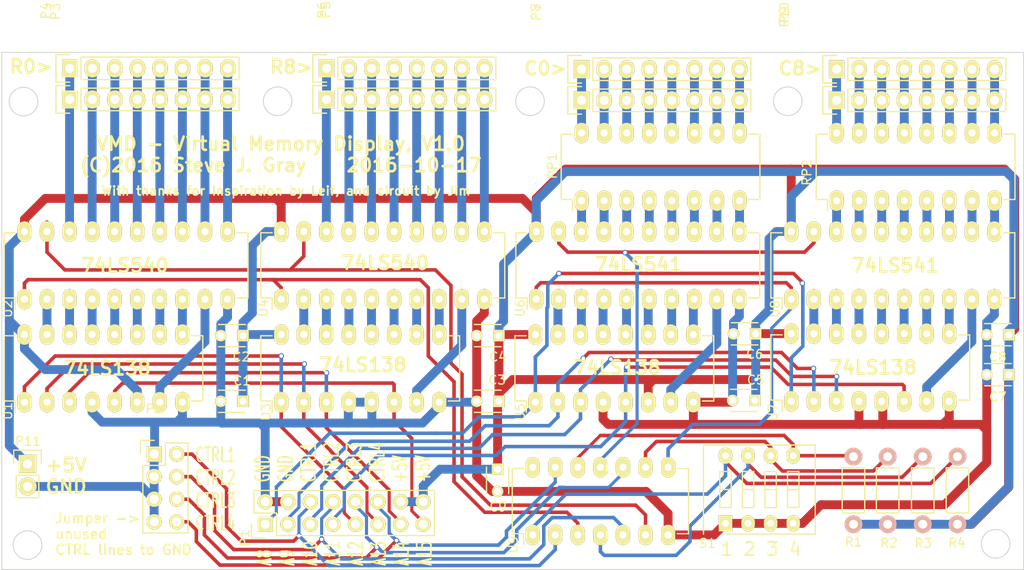
<source format=kicad_pcb>
(kicad_pcb (version 4) (host pcbnew 4.0.3-stable)

  (general
    (links 212)
    (no_connects 1)
    (area 109.999999 65.149999 225.100001 123.500001)
    (thickness 1.6)
    (drawings 38)
    (tracks 686)
    (zones 0)
    (modules 36)
    (nets 103)
  )

  (page A4)
  (layers
    (0 F.Cu signal)
    (31 B.Cu signal)
    (32 B.Adhes user)
    (33 F.Adhes user)
    (34 B.Paste user)
    (35 F.Paste user)
    (36 B.SilkS user hide)
    (37 F.SilkS user)
    (38 B.Mask user)
    (39 F.Mask user)
    (40 Dwgs.User user)
    (41 Cmts.User user)
    (42 Eco1.User user)
    (43 Eco2.User user)
    (44 Edge.Cuts user)
    (45 Margin user)
    (46 B.CrtYd user)
    (47 F.CrtYd user)
    (48 B.Fab user hide)
    (49 F.Fab user hide)
  )

  (setup
    (last_trace_width 1)
    (user_trace_width 0.35)
    (user_trace_width 0.4)
    (user_trace_width 0.5)
    (user_trace_width 0.75)
    (user_trace_width 1)
    (trace_clearance 0.2)
    (zone_clearance 0.508)
    (zone_45_only no)
    (trace_min 0.2)
    (segment_width 0.2)
    (edge_width 0.1)
    (via_size 0.6)
    (via_drill 0.4)
    (via_min_size 0.4)
    (via_min_drill 0.3)
    (uvia_size 0.3)
    (uvia_drill 0.1)
    (uvias_allowed no)
    (uvia_min_size 0.2)
    (uvia_min_drill 0.1)
    (pcb_text_width 0.3)
    (pcb_text_size 1.5 1.5)
    (mod_edge_width 0.15)
    (mod_text_size 1 1)
    (mod_text_width 0.15)
    (pad_size 1.5 1.5)
    (pad_drill 0.6)
    (pad_to_mask_clearance 0)
    (aux_axis_origin 0 0)
    (visible_elements 7FFE7E3F)
    (pcbplotparams
      (layerselection 0x010f0_80000001)
      (usegerberextensions false)
      (excludeedgelayer true)
      (linewidth 0.100000)
      (plotframeref false)
      (viasonmask false)
      (mode 1)
      (useauxorigin false)
      (hpglpennumber 1)
      (hpglpenspeed 20)
      (hpglpendiameter 15)
      (hpglpenoverlay 2)
      (psnegative false)
      (psa4output false)
      (plotreference true)
      (plotvalue true)
      (plotinvisibletext false)
      (padsonsilk false)
      (subtractmaskfromsilk false)
      (outputformat 1)
      (mirror false)
      (drillshape 0)
      (scaleselection 1)
      (outputdirectory ""))
  )

  (net 0 "")
  (net 1 5V)
  (net 2 GND)
  (net 3 A8)
  (net 4 A9)
  (net 5 A10)
  (net 6 A11)
  (net 7 A12)
  (net 8 A13)
  (net 9 A14)
  (net 10 A15)
  (net 11 G1)
  (net 12 G2)
  (net 13 "Net-(RP1-Pad1)")
  (net 14 "Net-(RP1-Pad2)")
  (net 15 "Net-(RP1-Pad3)")
  (net 16 "Net-(RP1-Pad4)")
  (net 17 "Net-(RP1-Pad5)")
  (net 18 "Net-(RP1-Pad6)")
  (net 19 "Net-(RP1-Pad7)")
  (net 20 "Net-(RP1-Pad8)")
  (net 21 "Net-(RP2-Pad1)")
  (net 22 "Net-(RP2-Pad2)")
  (net 23 "Net-(RP2-Pad3)")
  (net 24 "Net-(RP2-Pad4)")
  (net 25 "Net-(RP2-Pad5)")
  (net 26 "Net-(RP2-Pad6)")
  (net 27 "Net-(RP2-Pad7)")
  (net 28 "Net-(RP2-Pad8)")
  (net 29 "Net-(U1-Pad7)")
  (net 30 "Net-(U1-Pad9)")
  (net 31 "Net-(U1-Pad10)")
  (net 32 "Net-(U1-Pad11)")
  (net 33 "Net-(U1-Pad12)")
  (net 34 "Net-(U1-Pad13)")
  (net 35 "Net-(U1-Pad14)")
  (net 36 "Net-(U1-Pad15)")
  (net 37 "Net-(U3-Pad7)")
  (net 38 "Net-(U3-Pad9)")
  (net 39 "Net-(U3-Pad10)")
  (net 40 "Net-(U3-Pad11)")
  (net 41 "Net-(U3-Pad12)")
  (net 42 "Net-(U3-Pad13)")
  (net 43 "Net-(U3-Pad14)")
  (net 44 "Net-(U3-Pad15)")
  (net 45 "Net-(U5-Pad7)")
  (net 46 "Net-(U5-Pad9)")
  (net 47 "Net-(U5-Pad10)")
  (net 48 "Net-(U5-Pad11)")
  (net 49 "Net-(U5-Pad12)")
  (net 50 "Net-(U5-Pad13)")
  (net 51 "Net-(U5-Pad14)")
  (net 52 "Net-(U5-Pad15)")
  (net 53 "Net-(U7-Pad7)")
  (net 54 "Net-(U7-Pad9)")
  (net 55 "Net-(U7-Pad10)")
  (net 56 "Net-(U7-Pad11)")
  (net 57 "Net-(U7-Pad12)")
  (net 58 "Net-(U7-Pad13)")
  (net 59 "Net-(U7-Pad14)")
  (net 60 "Net-(U7-Pad15)")
  (net 61 R0)
  (net 62 R1)
  (net 63 R2)
  (net 64 R3)
  (net 65 R4)
  (net 66 R5)
  (net 67 R6)
  (net 68 R7)
  (net 69 R8)
  (net 70 R9)
  (net 71 R10)
  (net 72 R11)
  (net 73 R12)
  (net 74 R13)
  (net 75 R14)
  (net 76 R15)
  (net 77 C0)
  (net 78 C1)
  (net 79 C2)
  (net 80 C3)
  (net 81 C4)
  (net 82 C5)
  (net 83 C6)
  (net 84 C7)
  (net 85 C8)
  (net 86 C9)
  (net 87 C10)
  (net 88 C11)
  (net 89 C12)
  (net 90 C13)
  (net 91 C14)
  (net 92 C15)
  (net 93 CTRL1)
  (net 94 CTRL2)
  (net 95 CTRL3)
  (net 96 CTRL4)
  (net 97 "Net-(R1-Pad2)")
  (net 98 "Net-(R2-Pad2)")
  (net 99 "Net-(R3-Pad2)")
  (net 100 "Net-(R4-Pad2)")
  (net 101 G3)
  (net 102 G4)

  (net_class Default "This is the default net class."
    (clearance 0.2)
    (trace_width 0.25)
    (via_dia 0.6)
    (via_drill 0.4)
    (uvia_dia 0.3)
    (uvia_drill 0.1)
    (add_net 5V)
    (add_net A10)
    (add_net A11)
    (add_net A12)
    (add_net A13)
    (add_net A14)
    (add_net A15)
    (add_net A8)
    (add_net A9)
    (add_net C0)
    (add_net C1)
    (add_net C10)
    (add_net C11)
    (add_net C12)
    (add_net C13)
    (add_net C14)
    (add_net C15)
    (add_net C2)
    (add_net C3)
    (add_net C4)
    (add_net C5)
    (add_net C6)
    (add_net C7)
    (add_net C8)
    (add_net C9)
    (add_net CTRL1)
    (add_net CTRL2)
    (add_net CTRL3)
    (add_net CTRL4)
    (add_net G1)
    (add_net G2)
    (add_net G3)
    (add_net G4)
    (add_net GND)
    (add_net "Net-(R1-Pad2)")
    (add_net "Net-(R2-Pad2)")
    (add_net "Net-(R3-Pad2)")
    (add_net "Net-(R4-Pad2)")
    (add_net "Net-(RP1-Pad1)")
    (add_net "Net-(RP1-Pad2)")
    (add_net "Net-(RP1-Pad3)")
    (add_net "Net-(RP1-Pad4)")
    (add_net "Net-(RP1-Pad5)")
    (add_net "Net-(RP1-Pad6)")
    (add_net "Net-(RP1-Pad7)")
    (add_net "Net-(RP1-Pad8)")
    (add_net "Net-(RP2-Pad1)")
    (add_net "Net-(RP2-Pad2)")
    (add_net "Net-(RP2-Pad3)")
    (add_net "Net-(RP2-Pad4)")
    (add_net "Net-(RP2-Pad5)")
    (add_net "Net-(RP2-Pad6)")
    (add_net "Net-(RP2-Pad7)")
    (add_net "Net-(RP2-Pad8)")
    (add_net "Net-(U1-Pad10)")
    (add_net "Net-(U1-Pad11)")
    (add_net "Net-(U1-Pad12)")
    (add_net "Net-(U1-Pad13)")
    (add_net "Net-(U1-Pad14)")
    (add_net "Net-(U1-Pad15)")
    (add_net "Net-(U1-Pad7)")
    (add_net "Net-(U1-Pad9)")
    (add_net "Net-(U3-Pad10)")
    (add_net "Net-(U3-Pad11)")
    (add_net "Net-(U3-Pad12)")
    (add_net "Net-(U3-Pad13)")
    (add_net "Net-(U3-Pad14)")
    (add_net "Net-(U3-Pad15)")
    (add_net "Net-(U3-Pad7)")
    (add_net "Net-(U3-Pad9)")
    (add_net "Net-(U5-Pad10)")
    (add_net "Net-(U5-Pad11)")
    (add_net "Net-(U5-Pad12)")
    (add_net "Net-(U5-Pad13)")
    (add_net "Net-(U5-Pad14)")
    (add_net "Net-(U5-Pad15)")
    (add_net "Net-(U5-Pad7)")
    (add_net "Net-(U5-Pad9)")
    (add_net "Net-(U7-Pad10)")
    (add_net "Net-(U7-Pad11)")
    (add_net "Net-(U7-Pad12)")
    (add_net "Net-(U7-Pad13)")
    (add_net "Net-(U7-Pad14)")
    (add_net "Net-(U7-Pad15)")
    (add_net "Net-(U7-Pad7)")
    (add_net "Net-(U7-Pad9)")
    (add_net R0)
    (add_net R1)
    (add_net R10)
    (add_net R11)
    (add_net R12)
    (add_net R13)
    (add_net R14)
    (add_net R15)
    (add_net R2)
    (add_net R3)
    (add_net R4)
    (add_net R5)
    (add_net R6)
    (add_net R7)
    (add_net R8)
    (add_net R9)
  )

  (module Capacitors_ThroughHole:C_Disc_D3_P2.5 (layer F.Cu) (tedit 57EDCB10) (tstamp 57ED5544)
    (at 137.2 104.5 180)
    (descr "Capacitor 3mm Disc, Pitch 2.5mm")
    (tags Capacitor)
    (path /57E44292)
    (fp_text reference C1 (at 0.1 2.3 180) (layer F.SilkS)
      (effects (font (size 1 1) (thickness 0.15)))
    )
    (fp_text value .1 (at 1.25 2.5 180) (layer F.Fab)
      (effects (font (size 1 1) (thickness 0.15)))
    )
    (fp_line (start -0.9 -1.5) (end 3.4 -1.5) (layer F.CrtYd) (width 0.05))
    (fp_line (start 3.4 -1.5) (end 3.4 1.5) (layer F.CrtYd) (width 0.05))
    (fp_line (start 3.4 1.5) (end -0.9 1.5) (layer F.CrtYd) (width 0.05))
    (fp_line (start -0.9 1.5) (end -0.9 -1.5) (layer F.CrtYd) (width 0.05))
    (fp_line (start -0.25 -1.25) (end 2.75 -1.25) (layer F.SilkS) (width 0.15))
    (fp_line (start 2.75 1.25) (end -0.25 1.25) (layer F.SilkS) (width 0.15))
    (pad 1 thru_hole rect (at 0 0 180) (size 1.3 1.3) (drill 0.8) (layers *.Cu *.Mask F.SilkS)
      (net 1 5V))
    (pad 2 thru_hole circle (at 2.5 0 180) (size 1.3 1.3) (drill 0.8001) (layers *.Cu *.Mask F.SilkS)
      (net 2 GND))
    (model Capacitors_ThroughHole.3dshapes/C_Disc_D3_P2.5.wrl
      (at (xyz 0.0492126 0 0))
      (scale (xyz 1 1 1))
      (rotate (xyz 0 0 0))
    )
  )

  (module Capacitors_ThroughHole:C_Disc_D3_P2.5 (layer F.Cu) (tedit 57EDCB12) (tstamp 57ED554A)
    (at 137.2 97.1 180)
    (descr "Capacitor 3mm Disc, Pitch 2.5mm")
    (tags Capacitor)
    (path /57E44582)
    (fp_text reference C2 (at 0.2 -2.4 180) (layer F.SilkS)
      (effects (font (size 1 1) (thickness 0.15)))
    )
    (fp_text value .1 (at 1.25 2.5 180) (layer F.Fab)
      (effects (font (size 1 1) (thickness 0.15)))
    )
    (fp_line (start -0.9 -1.5) (end 3.4 -1.5) (layer F.CrtYd) (width 0.05))
    (fp_line (start 3.4 -1.5) (end 3.4 1.5) (layer F.CrtYd) (width 0.05))
    (fp_line (start 3.4 1.5) (end -0.9 1.5) (layer F.CrtYd) (width 0.05))
    (fp_line (start -0.9 1.5) (end -0.9 -1.5) (layer F.CrtYd) (width 0.05))
    (fp_line (start -0.25 -1.25) (end 2.75 -1.25) (layer F.SilkS) (width 0.15))
    (fp_line (start 2.75 1.25) (end -0.25 1.25) (layer F.SilkS) (width 0.15))
    (pad 1 thru_hole rect (at 0 0 180) (size 1.3 1.3) (drill 0.8) (layers *.Cu *.Mask F.SilkS)
      (net 1 5V))
    (pad 2 thru_hole circle (at 2.5 0 180) (size 1.3 1.3) (drill 0.8001) (layers *.Cu *.Mask F.SilkS)
      (net 2 GND))
    (model Capacitors_ThroughHole.3dshapes/C_Disc_D3_P2.5.wrl
      (at (xyz 0.0492126 0 0))
      (scale (xyz 1 1 1))
      (rotate (xyz 0 0 0))
    )
  )

  (module Capacitors_ThroughHole:C_Disc_D3_P2.5 (layer F.Cu) (tedit 57EDCB07) (tstamp 57ED5550)
    (at 166 104.5 180)
    (descr "Capacitor 3mm Disc, Pitch 2.5mm")
    (tags Capacitor)
    (path /57ED7CBD)
    (fp_text reference C3 (at 0.2 2.4 180) (layer F.SilkS)
      (effects (font (size 1 1) (thickness 0.15)))
    )
    (fp_text value .1 (at 1.25 2.5 180) (layer F.Fab)
      (effects (font (size 1 1) (thickness 0.15)))
    )
    (fp_line (start -0.9 -1.5) (end 3.4 -1.5) (layer F.CrtYd) (width 0.05))
    (fp_line (start 3.4 -1.5) (end 3.4 1.5) (layer F.CrtYd) (width 0.05))
    (fp_line (start 3.4 1.5) (end -0.9 1.5) (layer F.CrtYd) (width 0.05))
    (fp_line (start -0.9 1.5) (end -0.9 -1.5) (layer F.CrtYd) (width 0.05))
    (fp_line (start -0.25 -1.25) (end 2.75 -1.25) (layer F.SilkS) (width 0.15))
    (fp_line (start 2.75 1.25) (end -0.25 1.25) (layer F.SilkS) (width 0.15))
    (pad 1 thru_hole rect (at 0 0 180) (size 1.3 1.3) (drill 0.8) (layers *.Cu *.Mask F.SilkS)
      (net 1 5V))
    (pad 2 thru_hole circle (at 2.5 0 180) (size 1.3 1.3) (drill 0.8001) (layers *.Cu *.Mask F.SilkS)
      (net 2 GND))
    (model Capacitors_ThroughHole.3dshapes/C_Disc_D3_P2.5.wrl
      (at (xyz 0.0492126 0 0))
      (scale (xyz 1 1 1))
      (rotate (xyz 0 0 0))
    )
  )

  (module Capacitors_ThroughHole:C_Disc_D3_P2.5 (layer F.Cu) (tedit 57EDCB09) (tstamp 57ED5556)
    (at 166 97.1 180)
    (descr "Capacitor 3mm Disc, Pitch 2.5mm")
    (tags Capacitor)
    (path /57ED7D0E)
    (fp_text reference C4 (at 0.1 -2.4 180) (layer F.SilkS)
      (effects (font (size 1 1) (thickness 0.15)))
    )
    (fp_text value .1 (at 1.25 2.5 180) (layer F.Fab)
      (effects (font (size 1 1) (thickness 0.15)))
    )
    (fp_line (start -0.9 -1.5) (end 3.4 -1.5) (layer F.CrtYd) (width 0.05))
    (fp_line (start 3.4 -1.5) (end 3.4 1.5) (layer F.CrtYd) (width 0.05))
    (fp_line (start 3.4 1.5) (end -0.9 1.5) (layer F.CrtYd) (width 0.05))
    (fp_line (start -0.9 1.5) (end -0.9 -1.5) (layer F.CrtYd) (width 0.05))
    (fp_line (start -0.25 -1.25) (end 2.75 -1.25) (layer F.SilkS) (width 0.15))
    (fp_line (start 2.75 1.25) (end -0.25 1.25) (layer F.SilkS) (width 0.15))
    (pad 1 thru_hole rect (at 0 0 180) (size 1.3 1.3) (drill 0.8) (layers *.Cu *.Mask F.SilkS)
      (net 1 5V))
    (pad 2 thru_hole circle (at 2.5 0 180) (size 1.3 1.3) (drill 0.8001) (layers *.Cu *.Mask F.SilkS)
      (net 2 GND))
    (model Capacitors_ThroughHole.3dshapes/C_Disc_D3_P2.5.wrl
      (at (xyz 0.0492126 0 0))
      (scale (xyz 1 1 1))
      (rotate (xyz 0 0 0))
    )
  )

  (module Capacitors_ThroughHole:C_Disc_D3_P2.5 (layer F.Cu) (tedit 57EDCB39) (tstamp 57ED555C)
    (at 194.8 104.4 180)
    (descr "Capacitor 3mm Disc, Pitch 2.5mm")
    (tags Capacitor)
    (path /57ED7D66)
    (fp_text reference C5 (at -0.1 2.3 180) (layer F.SilkS)
      (effects (font (size 1 1) (thickness 0.15)))
    )
    (fp_text value .1 (at 1.25 2.5 180) (layer F.Fab)
      (effects (font (size 1 1) (thickness 0.15)))
    )
    (fp_line (start -0.9 -1.5) (end 3.4 -1.5) (layer F.CrtYd) (width 0.05))
    (fp_line (start 3.4 -1.5) (end 3.4 1.5) (layer F.CrtYd) (width 0.05))
    (fp_line (start 3.4 1.5) (end -0.9 1.5) (layer F.CrtYd) (width 0.05))
    (fp_line (start -0.9 1.5) (end -0.9 -1.5) (layer F.CrtYd) (width 0.05))
    (fp_line (start -0.25 -1.25) (end 2.75 -1.25) (layer F.SilkS) (width 0.15))
    (fp_line (start 2.75 1.25) (end -0.25 1.25) (layer F.SilkS) (width 0.15))
    (pad 1 thru_hole rect (at 0 0 180) (size 1.3 1.3) (drill 0.8) (layers *.Cu *.Mask F.SilkS)
      (net 1 5V))
    (pad 2 thru_hole circle (at 2.5 0 180) (size 1.3 1.3) (drill 0.8001) (layers *.Cu *.Mask F.SilkS)
      (net 2 GND))
    (model Capacitors_ThroughHole.3dshapes/C_Disc_D3_P2.5.wrl
      (at (xyz 0.0492126 0 0))
      (scale (xyz 1 1 1))
      (rotate (xyz 0 0 0))
    )
  )

  (module Capacitors_ThroughHole:C_Disc_D3_P2.5 (layer F.Cu) (tedit 57EDCB33) (tstamp 57ED5562)
    (at 194.9 96.9 180)
    (descr "Capacitor 3mm Disc, Pitch 2.5mm")
    (tags Capacitor)
    (path /57ED7DBD)
    (fp_text reference C6 (at 0.1 -2.3 180) (layer F.SilkS)
      (effects (font (size 1 1) (thickness 0.15)))
    )
    (fp_text value .1 (at 1.25 2.5 180) (layer F.Fab)
      (effects (font (size 1 1) (thickness 0.15)))
    )
    (fp_line (start -0.9 -1.5) (end 3.4 -1.5) (layer F.CrtYd) (width 0.05))
    (fp_line (start 3.4 -1.5) (end 3.4 1.5) (layer F.CrtYd) (width 0.05))
    (fp_line (start 3.4 1.5) (end -0.9 1.5) (layer F.CrtYd) (width 0.05))
    (fp_line (start -0.9 1.5) (end -0.9 -1.5) (layer F.CrtYd) (width 0.05))
    (fp_line (start -0.25 -1.25) (end 2.75 -1.25) (layer F.SilkS) (width 0.15))
    (fp_line (start 2.75 1.25) (end -0.25 1.25) (layer F.SilkS) (width 0.15))
    (pad 1 thru_hole rect (at 0 0 180) (size 1.3 1.3) (drill 0.8) (layers *.Cu *.Mask F.SilkS)
      (net 1 5V))
    (pad 2 thru_hole circle (at 2.5 0 180) (size 1.3 1.3) (drill 0.8001) (layers *.Cu *.Mask F.SilkS)
      (net 2 GND))
    (model Capacitors_ThroughHole.3dshapes/C_Disc_D3_P2.5.wrl
      (at (xyz 0.0492126 0 0))
      (scale (xyz 1 1 1))
      (rotate (xyz 0 0 0))
    )
  )

  (module Capacitors_ThroughHole:C_Disc_D3_P2.5 (layer F.Cu) (tedit 0) (tstamp 57ED5568)
    (at 223.4 101.5 180)
    (descr "Capacitor 3mm Disc, Pitch 2.5mm")
    (tags Capacitor)
    (path /57ED81E3)
    (fp_text reference C7 (at 1.25 -2.5 180) (layer F.SilkS)
      (effects (font (size 1 1) (thickness 0.15)))
    )
    (fp_text value .1 (at 1.25 2.5 180) (layer F.Fab)
      (effects (font (size 1 1) (thickness 0.15)))
    )
    (fp_line (start -0.9 -1.5) (end 3.4 -1.5) (layer F.CrtYd) (width 0.05))
    (fp_line (start 3.4 -1.5) (end 3.4 1.5) (layer F.CrtYd) (width 0.05))
    (fp_line (start 3.4 1.5) (end -0.9 1.5) (layer F.CrtYd) (width 0.05))
    (fp_line (start -0.9 1.5) (end -0.9 -1.5) (layer F.CrtYd) (width 0.05))
    (fp_line (start -0.25 -1.25) (end 2.75 -1.25) (layer F.SilkS) (width 0.15))
    (fp_line (start 2.75 1.25) (end -0.25 1.25) (layer F.SilkS) (width 0.15))
    (pad 1 thru_hole rect (at 0 0 180) (size 1.3 1.3) (drill 0.8) (layers *.Cu *.Mask F.SilkS)
      (net 1 5V))
    (pad 2 thru_hole circle (at 2.5 0 180) (size 1.3 1.3) (drill 0.8001) (layers *.Cu *.Mask F.SilkS)
      (net 2 GND))
    (model Capacitors_ThroughHole.3dshapes/C_Disc_D3_P2.5.wrl
      (at (xyz 0.0492126 0 0))
      (scale (xyz 1 1 1))
      (rotate (xyz 0 0 0))
    )
  )

  (module Capacitors_ThroughHole:C_Disc_D3_P2.5 (layer F.Cu) (tedit 0) (tstamp 57ED556E)
    (at 223.4 97 180)
    (descr "Capacitor 3mm Disc, Pitch 2.5mm")
    (tags Capacitor)
    (path /57ED8240)
    (fp_text reference C8 (at 1.25 -2.5 180) (layer F.SilkS)
      (effects (font (size 1 1) (thickness 0.15)))
    )
    (fp_text value .1 (at 1.25 2.5 180) (layer F.Fab)
      (effects (font (size 1 1) (thickness 0.15)))
    )
    (fp_line (start -0.9 -1.5) (end 3.4 -1.5) (layer F.CrtYd) (width 0.05))
    (fp_line (start 3.4 -1.5) (end 3.4 1.5) (layer F.CrtYd) (width 0.05))
    (fp_line (start 3.4 1.5) (end -0.9 1.5) (layer F.CrtYd) (width 0.05))
    (fp_line (start -0.9 1.5) (end -0.9 -1.5) (layer F.CrtYd) (width 0.05))
    (fp_line (start -0.25 -1.25) (end 2.75 -1.25) (layer F.SilkS) (width 0.15))
    (fp_line (start 2.75 1.25) (end -0.25 1.25) (layer F.SilkS) (width 0.15))
    (pad 1 thru_hole rect (at 0 0 180) (size 1.3 1.3) (drill 0.8) (layers *.Cu *.Mask F.SilkS)
      (net 1 5V))
    (pad 2 thru_hole circle (at 2.5 0 180) (size 1.3 1.3) (drill 0.8001) (layers *.Cu *.Mask F.SilkS)
      (net 2 GND))
    (model Capacitors_ThroughHole.3dshapes/C_Disc_D3_P2.5.wrl
      (at (xyz 0.0492126 0 0))
      (scale (xyz 1 1 1))
      (rotate (xyz 0 0 0))
    )
  )

  (module Pin_Headers:Pin_Header_Straight_1x08 (layer F.Cu) (tedit 57EDE387) (tstamp 57ED558E)
    (at 117.7 70.5 90)
    (descr "Through hole pin header")
    (tags "pin header")
    (path /57EC0A67)
    (fp_text reference P3 (at 9.9 -1.6 90) (layer F.SilkS)
      (effects (font (size 1 1) (thickness 0.15)))
    )
    (fp_text value "ROW 0-7" (at 8.3 1.8 180) (layer F.Fab)
      (effects (font (size 1 1) (thickness 0.15)))
    )
    (fp_line (start -1.75 -1.75) (end -1.75 19.55) (layer F.CrtYd) (width 0.05))
    (fp_line (start 1.75 -1.75) (end 1.75 19.55) (layer F.CrtYd) (width 0.05))
    (fp_line (start -1.75 -1.75) (end 1.75 -1.75) (layer F.CrtYd) (width 0.05))
    (fp_line (start -1.75 19.55) (end 1.75 19.55) (layer F.CrtYd) (width 0.05))
    (fp_line (start 1.27 1.27) (end 1.27 19.05) (layer F.SilkS) (width 0.15))
    (fp_line (start 1.27 19.05) (end -1.27 19.05) (layer F.SilkS) (width 0.15))
    (fp_line (start -1.27 19.05) (end -1.27 1.27) (layer F.SilkS) (width 0.15))
    (fp_line (start 1.55 -1.55) (end 1.55 0) (layer F.SilkS) (width 0.15))
    (fp_line (start 1.27 1.27) (end -1.27 1.27) (layer F.SilkS) (width 0.15))
    (fp_line (start -1.55 0) (end -1.55 -1.55) (layer F.SilkS) (width 0.15))
    (fp_line (start -1.55 -1.55) (end 1.55 -1.55) (layer F.SilkS) (width 0.15))
    (pad 1 thru_hole rect (at 0 0 90) (size 2.032 1.7272) (drill 1.016) (layers *.Cu *.Mask F.SilkS)
      (net 61 R0))
    (pad 2 thru_hole oval (at 0 2.54 90) (size 2.032 1.7272) (drill 1.016) (layers *.Cu *.Mask F.SilkS)
      (net 62 R1))
    (pad 3 thru_hole oval (at 0 5.08 90) (size 2.032 1.7272) (drill 1.016) (layers *.Cu *.Mask F.SilkS)
      (net 63 R2))
    (pad 4 thru_hole oval (at 0 7.62 90) (size 2.032 1.7272) (drill 1.016) (layers *.Cu *.Mask F.SilkS)
      (net 64 R3))
    (pad 5 thru_hole oval (at 0 10.16 90) (size 2.032 1.7272) (drill 1.016) (layers *.Cu *.Mask F.SilkS)
      (net 65 R4))
    (pad 6 thru_hole oval (at 0 12.7 90) (size 2.032 1.7272) (drill 1.016) (layers *.Cu *.Mask F.SilkS)
      (net 66 R5))
    (pad 7 thru_hole oval (at 0 15.24 90) (size 2.032 1.7272) (drill 1.016) (layers *.Cu *.Mask F.SilkS)
      (net 67 R6))
    (pad 8 thru_hole oval (at 0 17.78 90) (size 2.032 1.7272) (drill 1.016) (layers *.Cu *.Mask F.SilkS)
      (net 68 R7))
    (model Pin_Headers.3dshapes/Pin_Header_Straight_1x08.wrl
      (at (xyz 0 -0.35 0))
      (scale (xyz 1 1 1))
      (rotate (xyz 0 0 90))
    )
  )

  (module Pin_Headers:Pin_Header_Straight_1x08 (layer F.Cu) (tedit 57EDE384) (tstamp 57ED559A)
    (at 117.7 67 90)
    (descr "Through hole pin header")
    (tags "pin header")
    (path /57EDD90F)
    (fp_text reference P4 (at 6.5 -2.7 90) (layer F.SilkS)
      (effects (font (size 1 1) (thickness 0.15)))
    )
    (fp_text value "ROW 0-7" (at 2.8 2.2 180) (layer F.Fab)
      (effects (font (size 1 1) (thickness 0.15)))
    )
    (fp_line (start -1.75 -1.75) (end -1.75 19.55) (layer F.CrtYd) (width 0.05))
    (fp_line (start 1.75 -1.75) (end 1.75 19.55) (layer F.CrtYd) (width 0.05))
    (fp_line (start -1.75 -1.75) (end 1.75 -1.75) (layer F.CrtYd) (width 0.05))
    (fp_line (start -1.75 19.55) (end 1.75 19.55) (layer F.CrtYd) (width 0.05))
    (fp_line (start 1.27 1.27) (end 1.27 19.05) (layer F.SilkS) (width 0.15))
    (fp_line (start 1.27 19.05) (end -1.27 19.05) (layer F.SilkS) (width 0.15))
    (fp_line (start -1.27 19.05) (end -1.27 1.27) (layer F.SilkS) (width 0.15))
    (fp_line (start 1.55 -1.55) (end 1.55 0) (layer F.SilkS) (width 0.15))
    (fp_line (start 1.27 1.27) (end -1.27 1.27) (layer F.SilkS) (width 0.15))
    (fp_line (start -1.55 0) (end -1.55 -1.55) (layer F.SilkS) (width 0.15))
    (fp_line (start -1.55 -1.55) (end 1.55 -1.55) (layer F.SilkS) (width 0.15))
    (pad 1 thru_hole rect (at 0 0 90) (size 2.032 1.7272) (drill 1.016) (layers *.Cu *.Mask F.SilkS)
      (net 61 R0))
    (pad 2 thru_hole oval (at 0 2.54 90) (size 2.032 1.7272) (drill 1.016) (layers *.Cu *.Mask F.SilkS)
      (net 62 R1))
    (pad 3 thru_hole oval (at 0 5.08 90) (size 2.032 1.7272) (drill 1.016) (layers *.Cu *.Mask F.SilkS)
      (net 63 R2))
    (pad 4 thru_hole oval (at 0 7.62 90) (size 2.032 1.7272) (drill 1.016) (layers *.Cu *.Mask F.SilkS)
      (net 64 R3))
    (pad 5 thru_hole oval (at 0 10.16 90) (size 2.032 1.7272) (drill 1.016) (layers *.Cu *.Mask F.SilkS)
      (net 65 R4))
    (pad 6 thru_hole oval (at 0 12.7 90) (size 2.032 1.7272) (drill 1.016) (layers *.Cu *.Mask F.SilkS)
      (net 66 R5))
    (pad 7 thru_hole oval (at 0 15.24 90) (size 2.032 1.7272) (drill 1.016) (layers *.Cu *.Mask F.SilkS)
      (net 67 R6))
    (pad 8 thru_hole oval (at 0 17.78 90) (size 2.032 1.7272) (drill 1.016) (layers *.Cu *.Mask F.SilkS)
      (net 68 R7))
    (model Pin_Headers.3dshapes/Pin_Header_Straight_1x08.wrl
      (at (xyz 0 -0.35 0))
      (scale (xyz 1 1 1))
      (rotate (xyz 0 0 90))
    )
  )

  (module Pin_Headers:Pin_Header_Straight_1x08 (layer F.Cu) (tedit 5805114C) (tstamp 57ED55A6)
    (at 146.6 70.5 90)
    (descr "Through hole pin header")
    (tags "pin header")
    (path /57EDDFAD)
    (fp_text reference P5 (at 10.1 -0.1 90) (layer F.SilkS)
      (effects (font (size 1 1) (thickness 0.15)))
    )
    (fp_text value "ROW 8-15" (at 8 1.3 180) (layer F.Fab)
      (effects (font (size 1 1) (thickness 0.15)))
    )
    (fp_line (start -1.75 -1.75) (end -1.75 19.55) (layer F.CrtYd) (width 0.05))
    (fp_line (start 1.75 -1.75) (end 1.75 19.55) (layer F.CrtYd) (width 0.05))
    (fp_line (start -1.75 -1.75) (end 1.75 -1.75) (layer F.CrtYd) (width 0.05))
    (fp_line (start -1.75 19.55) (end 1.75 19.55) (layer F.CrtYd) (width 0.05))
    (fp_line (start 1.27 1.27) (end 1.27 19.05) (layer F.SilkS) (width 0.15))
    (fp_line (start 1.27 19.05) (end -1.27 19.05) (layer F.SilkS) (width 0.15))
    (fp_line (start -1.27 19.05) (end -1.27 1.27) (layer F.SilkS) (width 0.15))
    (fp_line (start 1.55 -1.55) (end 1.55 0) (layer F.SilkS) (width 0.15))
    (fp_line (start 1.27 1.27) (end -1.27 1.27) (layer F.SilkS) (width 0.15))
    (fp_line (start -1.55 0) (end -1.55 -1.55) (layer F.SilkS) (width 0.15))
    (fp_line (start -1.55 -1.55) (end 1.55 -1.55) (layer F.SilkS) (width 0.15))
    (pad 1 thru_hole rect (at 0 0 90) (size 2.032 1.7272) (drill 1.016) (layers *.Cu *.Mask F.SilkS)
      (net 69 R8))
    (pad 2 thru_hole oval (at 0 2.54 90) (size 2.032 1.7272) (drill 1.016) (layers *.Cu *.Mask F.SilkS)
      (net 70 R9))
    (pad 3 thru_hole oval (at 0 5.08 90) (size 2.032 1.7272) (drill 1.016) (layers *.Cu *.Mask F.SilkS)
      (net 71 R10))
    (pad 4 thru_hole oval (at 0 7.62 90) (size 2.032 1.7272) (drill 1.016) (layers *.Cu *.Mask F.SilkS)
      (net 72 R11))
    (pad 5 thru_hole oval (at 0 10.16 90) (size 2.032 1.7272) (drill 1.016) (layers *.Cu *.Mask F.SilkS)
      (net 73 R12))
    (pad 6 thru_hole oval (at 0 12.7 90) (size 2.032 1.7272) (drill 1.016) (layers *.Cu *.Mask F.SilkS)
      (net 74 R13))
    (pad 7 thru_hole oval (at 0 15.24 90) (size 2.032 1.7272) (drill 1.016) (layers *.Cu *.Mask F.SilkS)
      (net 75 R14))
    (pad 8 thru_hole oval (at 0 17.78 90) (size 2.032 1.7272) (drill 1.016) (layers *.Cu *.Mask F.SilkS)
      (net 76 R15))
    (model Pin_Headers.3dshapes/Pin_Header_Straight_1x08.wrl
      (at (xyz 0 -0.35 0))
      (scale (xyz 1 1 1))
      (rotate (xyz 0 0 90))
    )
  )

  (module Pin_Headers:Pin_Header_Straight_1x08 (layer F.Cu) (tedit 58051152) (tstamp 57ED55B2)
    (at 146.6 67 90)
    (descr "Through hole pin header")
    (tags "pin header")
    (path /57ED59B6)
    (fp_text reference P6 (at 6.55 -0.45 90) (layer F.SilkS)
      (effects (font (size 1 1) (thickness 0.15)))
    )
    (fp_text value "ROW 8-15" (at 2.9 1.5 180) (layer F.Fab)
      (effects (font (size 1 1) (thickness 0.15)))
    )
    (fp_line (start -1.75 -1.75) (end -1.75 19.55) (layer F.CrtYd) (width 0.05))
    (fp_line (start 1.75 -1.75) (end 1.75 19.55) (layer F.CrtYd) (width 0.05))
    (fp_line (start -1.75 -1.75) (end 1.75 -1.75) (layer F.CrtYd) (width 0.05))
    (fp_line (start -1.75 19.55) (end 1.75 19.55) (layer F.CrtYd) (width 0.05))
    (fp_line (start 1.27 1.27) (end 1.27 19.05) (layer F.SilkS) (width 0.15))
    (fp_line (start 1.27 19.05) (end -1.27 19.05) (layer F.SilkS) (width 0.15))
    (fp_line (start -1.27 19.05) (end -1.27 1.27) (layer F.SilkS) (width 0.15))
    (fp_line (start 1.55 -1.55) (end 1.55 0) (layer F.SilkS) (width 0.15))
    (fp_line (start 1.27 1.27) (end -1.27 1.27) (layer F.SilkS) (width 0.15))
    (fp_line (start -1.55 0) (end -1.55 -1.55) (layer F.SilkS) (width 0.15))
    (fp_line (start -1.55 -1.55) (end 1.55 -1.55) (layer F.SilkS) (width 0.15))
    (pad 1 thru_hole rect (at 0 0 90) (size 2.032 1.7272) (drill 1.016) (layers *.Cu *.Mask F.SilkS)
      (net 69 R8))
    (pad 2 thru_hole oval (at 0 2.54 90) (size 2.032 1.7272) (drill 1.016) (layers *.Cu *.Mask F.SilkS)
      (net 70 R9))
    (pad 3 thru_hole oval (at 0 5.08 90) (size 2.032 1.7272) (drill 1.016) (layers *.Cu *.Mask F.SilkS)
      (net 71 R10))
    (pad 4 thru_hole oval (at 0 7.62 90) (size 2.032 1.7272) (drill 1.016) (layers *.Cu *.Mask F.SilkS)
      (net 72 R11))
    (pad 5 thru_hole oval (at 0 10.16 90) (size 2.032 1.7272) (drill 1.016) (layers *.Cu *.Mask F.SilkS)
      (net 73 R12))
    (pad 6 thru_hole oval (at 0 12.7 90) (size 2.032 1.7272) (drill 1.016) (layers *.Cu *.Mask F.SilkS)
      (net 74 R13))
    (pad 7 thru_hole oval (at 0 15.24 90) (size 2.032 1.7272) (drill 1.016) (layers *.Cu *.Mask F.SilkS)
      (net 75 R14))
    (pad 8 thru_hole oval (at 0 17.78 90) (size 2.032 1.7272) (drill 1.016) (layers *.Cu *.Mask F.SilkS)
      (net 76 R15))
    (model Pin_Headers.3dshapes/Pin_Header_Straight_1x08.wrl
      (at (xyz 0 -0.35 0))
      (scale (xyz 1 1 1))
      (rotate (xyz 0 0 90))
    )
  )

  (module Housings_DIP:DIP-16_W7.62mm_LongPads (layer F.Cu) (tedit 57EDD51D) (tstamp 57ED55C6)
    (at 175.3 81.9 90)
    (descr "16-lead dip package, row spacing 7.62 mm (300 mils), longer pads")
    (tags "dil dip 2.54 300")
    (path /57E41506)
    (fp_text reference RP1 (at 3.9 -3.3 90) (layer F.SilkS)
      (effects (font (size 1 1) (thickness 0.15)))
    )
    (fp_text value "220 ohm" (at 2.2 1.3 180) (layer F.Fab)
      (effects (font (size 1 1) (thickness 0.15)))
    )
    (fp_line (start -1.4 -2.45) (end -1.4 20.25) (layer F.CrtYd) (width 0.05))
    (fp_line (start 9 -2.45) (end 9 20.25) (layer F.CrtYd) (width 0.05))
    (fp_line (start -1.4 -2.45) (end 9 -2.45) (layer F.CrtYd) (width 0.05))
    (fp_line (start -1.4 20.25) (end 9 20.25) (layer F.CrtYd) (width 0.05))
    (fp_line (start 0.135 -2.295) (end 0.135 -1.025) (layer F.SilkS) (width 0.15))
    (fp_line (start 7.485 -2.295) (end 7.485 -1.025) (layer F.SilkS) (width 0.15))
    (fp_line (start 7.485 20.075) (end 7.485 18.805) (layer F.SilkS) (width 0.15))
    (fp_line (start 0.135 20.075) (end 0.135 18.805) (layer F.SilkS) (width 0.15))
    (fp_line (start 0.135 -2.295) (end 7.485 -2.295) (layer F.SilkS) (width 0.15))
    (fp_line (start 0.135 20.075) (end 7.485 20.075) (layer F.SilkS) (width 0.15))
    (fp_line (start 0.135 -1.025) (end -1.15 -1.025) (layer F.SilkS) (width 0.15))
    (pad 1 thru_hole oval (at 0 0 90) (size 2.3 1.6) (drill 0.8) (layers *.Cu *.Mask F.SilkS)
      (net 13 "Net-(RP1-Pad1)"))
    (pad 2 thru_hole oval (at 0 2.54 90) (size 2.3 1.6) (drill 0.8) (layers *.Cu *.Mask F.SilkS)
      (net 14 "Net-(RP1-Pad2)"))
    (pad 3 thru_hole oval (at 0 5.08 90) (size 2.3 1.6) (drill 0.8) (layers *.Cu *.Mask F.SilkS)
      (net 15 "Net-(RP1-Pad3)"))
    (pad 4 thru_hole oval (at 0 7.62 90) (size 2.3 1.6) (drill 0.8) (layers *.Cu *.Mask F.SilkS)
      (net 16 "Net-(RP1-Pad4)"))
    (pad 5 thru_hole oval (at 0 10.16 90) (size 2.3 1.6) (drill 0.8) (layers *.Cu *.Mask F.SilkS)
      (net 17 "Net-(RP1-Pad5)"))
    (pad 6 thru_hole oval (at 0 12.7 90) (size 2.3 1.6) (drill 0.8) (layers *.Cu *.Mask F.SilkS)
      (net 18 "Net-(RP1-Pad6)"))
    (pad 7 thru_hole oval (at 0 15.24 90) (size 2.3 1.6) (drill 0.8) (layers *.Cu *.Mask F.SilkS)
      (net 19 "Net-(RP1-Pad7)"))
    (pad 8 thru_hole oval (at 0 17.78 90) (size 2.3 1.6) (drill 0.8) (layers *.Cu *.Mask F.SilkS)
      (net 20 "Net-(RP1-Pad8)"))
    (pad 9 thru_hole oval (at 7.62 17.78 90) (size 2.3 1.6) (drill 0.8) (layers *.Cu *.Mask F.SilkS)
      (net 84 C7))
    (pad 10 thru_hole oval (at 7.62 15.24 90) (size 2.3 1.6) (drill 0.8) (layers *.Cu *.Mask F.SilkS)
      (net 83 C6))
    (pad 11 thru_hole oval (at 7.62 12.7 90) (size 2.3 1.6) (drill 0.8) (layers *.Cu *.Mask F.SilkS)
      (net 82 C5))
    (pad 12 thru_hole oval (at 7.62 10.16 90) (size 2.3 1.6) (drill 0.8) (layers *.Cu *.Mask F.SilkS)
      (net 81 C4))
    (pad 13 thru_hole oval (at 7.62 7.62 90) (size 2.3 1.6) (drill 0.8) (layers *.Cu *.Mask F.SilkS)
      (net 80 C3))
    (pad 14 thru_hole oval (at 7.62 5.08 90) (size 2.3 1.6) (drill 0.8) (layers *.Cu *.Mask F.SilkS)
      (net 79 C2))
    (pad 15 thru_hole oval (at 7.62 2.54 90) (size 2.3 1.6) (drill 0.8) (layers *.Cu *.Mask F.SilkS)
      (net 78 C1))
    (pad 16 thru_hole oval (at 7.62 0 90) (size 2.3 1.6) (drill 0.8) (layers *.Cu *.Mask F.SilkS)
      (net 77 C0))
    (model Housings_DIP.3dshapes/DIP-16_W7.62mm_LongPads.wrl
      (at (xyz 0 0 0))
      (scale (xyz 1 1 1))
      (rotate (xyz 0 0 0))
    )
  )

  (module Housings_DIP:DIP-16_W7.62mm_LongPads (layer F.Cu) (tedit 57EDD4F9) (tstamp 57ED55DA)
    (at 204 81.9 90)
    (descr "16-lead dip package, row spacing 7.62 mm (300 mils), longer pads")
    (tags "dil dip 2.54 300")
    (path /57ED5F2E)
    (fp_text reference RP2 (at 3.16 -3.34 90) (layer F.SilkS)
      (effects (font (size 1 1) (thickness 0.15)))
    )
    (fp_text value "220 ohm" (at 2.4 1.5 180) (layer F.Fab)
      (effects (font (size 1 1) (thickness 0.15)))
    )
    (fp_line (start -1.4 -2.45) (end -1.4 20.25) (layer F.CrtYd) (width 0.05))
    (fp_line (start 9 -2.45) (end 9 20.25) (layer F.CrtYd) (width 0.05))
    (fp_line (start -1.4 -2.45) (end 9 -2.45) (layer F.CrtYd) (width 0.05))
    (fp_line (start -1.4 20.25) (end 9 20.25) (layer F.CrtYd) (width 0.05))
    (fp_line (start 0.135 -2.295) (end 0.135 -1.025) (layer F.SilkS) (width 0.15))
    (fp_line (start 7.485 -2.295) (end 7.485 -1.025) (layer F.SilkS) (width 0.15))
    (fp_line (start 7.485 20.075) (end 7.485 18.805) (layer F.SilkS) (width 0.15))
    (fp_line (start 0.135 20.075) (end 0.135 18.805) (layer F.SilkS) (width 0.15))
    (fp_line (start 0.135 -2.295) (end 7.485 -2.295) (layer F.SilkS) (width 0.15))
    (fp_line (start 0.135 20.075) (end 7.485 20.075) (layer F.SilkS) (width 0.15))
    (fp_line (start 0.135 -1.025) (end -1.15 -1.025) (layer F.SilkS) (width 0.15))
    (pad 1 thru_hole oval (at 0 0 90) (size 2.3 1.6) (drill 0.8) (layers *.Cu *.Mask F.SilkS)
      (net 21 "Net-(RP2-Pad1)"))
    (pad 2 thru_hole oval (at 0 2.54 90) (size 2.3 1.6) (drill 0.8) (layers *.Cu *.Mask F.SilkS)
      (net 22 "Net-(RP2-Pad2)"))
    (pad 3 thru_hole oval (at 0 5.08 90) (size 2.3 1.6) (drill 0.8) (layers *.Cu *.Mask F.SilkS)
      (net 23 "Net-(RP2-Pad3)"))
    (pad 4 thru_hole oval (at 0 7.62 90) (size 2.3 1.6) (drill 0.8) (layers *.Cu *.Mask F.SilkS)
      (net 24 "Net-(RP2-Pad4)"))
    (pad 5 thru_hole oval (at 0 10.16 90) (size 2.3 1.6) (drill 0.8) (layers *.Cu *.Mask F.SilkS)
      (net 25 "Net-(RP2-Pad5)"))
    (pad 6 thru_hole oval (at 0 12.7 90) (size 2.3 1.6) (drill 0.8) (layers *.Cu *.Mask F.SilkS)
      (net 26 "Net-(RP2-Pad6)"))
    (pad 7 thru_hole oval (at 0 15.24 90) (size 2.3 1.6) (drill 0.8) (layers *.Cu *.Mask F.SilkS)
      (net 27 "Net-(RP2-Pad7)"))
    (pad 8 thru_hole oval (at 0 17.78 90) (size 2.3 1.6) (drill 0.8) (layers *.Cu *.Mask F.SilkS)
      (net 28 "Net-(RP2-Pad8)"))
    (pad 9 thru_hole oval (at 7.62 17.78 90) (size 2.3 1.6) (drill 0.8) (layers *.Cu *.Mask F.SilkS)
      (net 92 C15))
    (pad 10 thru_hole oval (at 7.62 15.24 90) (size 2.3 1.6) (drill 0.8) (layers *.Cu *.Mask F.SilkS)
      (net 91 C14))
    (pad 11 thru_hole oval (at 7.62 12.7 90) (size 2.3 1.6) (drill 0.8) (layers *.Cu *.Mask F.SilkS)
      (net 90 C13))
    (pad 12 thru_hole oval (at 7.62 10.16 90) (size 2.3 1.6) (drill 0.8) (layers *.Cu *.Mask F.SilkS)
      (net 89 C12))
    (pad 13 thru_hole oval (at 7.62 7.62 90) (size 2.3 1.6) (drill 0.8) (layers *.Cu *.Mask F.SilkS)
      (net 88 C11))
    (pad 14 thru_hole oval (at 7.62 5.08 90) (size 2.3 1.6) (drill 0.8) (layers *.Cu *.Mask F.SilkS)
      (net 87 C10))
    (pad 15 thru_hole oval (at 7.62 2.54 90) (size 2.3 1.6) (drill 0.8) (layers *.Cu *.Mask F.SilkS)
      (net 86 C9))
    (pad 16 thru_hole oval (at 7.62 0 90) (size 2.3 1.6) (drill 0.8) (layers *.Cu *.Mask F.SilkS)
      (net 85 C8))
    (model Housings_DIP.3dshapes/DIP-16_W7.62mm_LongPads.wrl
      (at (xyz 0 0 0))
      (scale (xyz 1 1 1))
      (rotate (xyz 0 0 0))
    )
  )

  (module Housings_DIP:DIP-16_W7.62mm_LongPads (layer F.Cu) (tedit 57EDCAF0) (tstamp 57ED55EE)
    (at 112.6 104.6 90)
    (descr "16-lead dip package, row spacing 7.62 mm (300 mils), longer pads")
    (tags "dil dip 2.54 300")
    (path /57E410DB)
    (fp_text reference U1 (at -1 -1.9 90) (layer F.SilkS)
      (effects (font (size 1 1) (thickness 0.15)))
    )
    (fp_text value 74LS138 (at 2.1 2.3 180) (layer F.Fab)
      (effects (font (size 1 1) (thickness 0.15)))
    )
    (fp_line (start -1.4 -2.45) (end -1.4 20.25) (layer F.CrtYd) (width 0.05))
    (fp_line (start 9 -2.45) (end 9 20.25) (layer F.CrtYd) (width 0.05))
    (fp_line (start -1.4 -2.45) (end 9 -2.45) (layer F.CrtYd) (width 0.05))
    (fp_line (start -1.4 20.25) (end 9 20.25) (layer F.CrtYd) (width 0.05))
    (fp_line (start 0.135 -2.295) (end 0.135 -1.025) (layer F.SilkS) (width 0.15))
    (fp_line (start 7.485 -2.295) (end 7.485 -1.025) (layer F.SilkS) (width 0.15))
    (fp_line (start 7.485 20.075) (end 7.485 18.805) (layer F.SilkS) (width 0.15))
    (fp_line (start 0.135 20.075) (end 0.135 18.805) (layer F.SilkS) (width 0.15))
    (fp_line (start 0.135 -2.295) (end 7.485 -2.295) (layer F.SilkS) (width 0.15))
    (fp_line (start 0.135 20.075) (end 7.485 20.075) (layer F.SilkS) (width 0.15))
    (fp_line (start 0.135 -1.025) (end -1.15 -1.025) (layer F.SilkS) (width 0.15))
    (pad 1 thru_hole oval (at 0 0 90) (size 2.3 1.6) (drill 0.8) (layers *.Cu *.Mask F.SilkS)
      (net 7 A12))
    (pad 2 thru_hole oval (at 0 2.54 90) (size 2.3 1.6) (drill 0.8) (layers *.Cu *.Mask F.SilkS)
      (net 8 A13))
    (pad 3 thru_hole oval (at 0 5.08 90) (size 2.3 1.6) (drill 0.8) (layers *.Cu *.Mask F.SilkS)
      (net 9 A14))
    (pad 4 thru_hole oval (at 0 7.62 90) (size 2.3 1.6) (drill 0.8) (layers *.Cu *.Mask F.SilkS)
      (net 2 GND))
    (pad 5 thru_hole oval (at 0 10.16 90) (size 2.3 1.6) (drill 0.8) (layers *.Cu *.Mask F.SilkS)
      (net 10 A15))
    (pad 6 thru_hole oval (at 0 12.7 90) (size 2.3 1.6) (drill 0.8) (layers *.Cu *.Mask F.SilkS)
      (net 1 5V))
    (pad 7 thru_hole oval (at 0 15.24 90) (size 2.3 1.6) (drill 0.8) (layers *.Cu *.Mask F.SilkS)
      (net 29 "Net-(U1-Pad7)"))
    (pad 8 thru_hole oval (at 0 17.78 90) (size 2.3 1.6) (drill 0.8) (layers *.Cu *.Mask F.SilkS)
      (net 2 GND))
    (pad 9 thru_hole oval (at 7.62 17.78 90) (size 2.3 1.6) (drill 0.8) (layers *.Cu *.Mask F.SilkS)
      (net 30 "Net-(U1-Pad9)"))
    (pad 10 thru_hole oval (at 7.62 15.24 90) (size 2.3 1.6) (drill 0.8) (layers *.Cu *.Mask F.SilkS)
      (net 31 "Net-(U1-Pad10)"))
    (pad 11 thru_hole oval (at 7.62 12.7 90) (size 2.3 1.6) (drill 0.8) (layers *.Cu *.Mask F.SilkS)
      (net 32 "Net-(U1-Pad11)"))
    (pad 12 thru_hole oval (at 7.62 10.16 90) (size 2.3 1.6) (drill 0.8) (layers *.Cu *.Mask F.SilkS)
      (net 33 "Net-(U1-Pad12)"))
    (pad 13 thru_hole oval (at 7.62 7.62 90) (size 2.3 1.6) (drill 0.8) (layers *.Cu *.Mask F.SilkS)
      (net 34 "Net-(U1-Pad13)"))
    (pad 14 thru_hole oval (at 7.62 5.08 90) (size 2.3 1.6) (drill 0.8) (layers *.Cu *.Mask F.SilkS)
      (net 35 "Net-(U1-Pad14)"))
    (pad 15 thru_hole oval (at 7.62 2.54 90) (size 2.3 1.6) (drill 0.8) (layers *.Cu *.Mask F.SilkS)
      (net 36 "Net-(U1-Pad15)"))
    (pad 16 thru_hole oval (at 7.62 0 90) (size 2.3 1.6) (drill 0.8) (layers *.Cu *.Mask F.SilkS)
      (net 1 5V))
    (model Housings_DIP.3dshapes/DIP-16_W7.62mm_LongPads.wrl
      (at (xyz 0 0 0))
      (scale (xyz 1 1 1))
      (rotate (xyz 0 0 0))
    )
  )

  (module Housings_DIP:DIP-20_W7.62mm_LongPads (layer F.Cu) (tedit 57EDCB20) (tstamp 57ED5606)
    (at 112.6 93 90)
    (descr "20-lead dip package, row spacing 7.62 mm (300 mils), longer pads")
    (tags "dil dip 2.54 300")
    (path /57E411A7)
    (fp_text reference U2 (at -1.1 -1.9 90) (layer F.SilkS)
      (effects (font (size 1 1) (thickness 0.15)))
    )
    (fp_text value 74LS541 (at 2.1 2 180) (layer F.Fab)
      (effects (font (size 1 1) (thickness 0.15)))
    )
    (fp_line (start -1.4 -2.45) (end -1.4 25.35) (layer F.CrtYd) (width 0.05))
    (fp_line (start 9 -2.45) (end 9 25.35) (layer F.CrtYd) (width 0.05))
    (fp_line (start -1.4 -2.45) (end 9 -2.45) (layer F.CrtYd) (width 0.05))
    (fp_line (start -1.4 25.35) (end 9 25.35) (layer F.CrtYd) (width 0.05))
    (fp_line (start 0.135 -2.295) (end 0.135 -1.025) (layer F.SilkS) (width 0.15))
    (fp_line (start 7.485 -2.295) (end 7.485 -1.025) (layer F.SilkS) (width 0.15))
    (fp_line (start 7.485 25.155) (end 7.485 23.885) (layer F.SilkS) (width 0.15))
    (fp_line (start 0.135 25.155) (end 0.135 23.885) (layer F.SilkS) (width 0.15))
    (fp_line (start 0.135 -2.295) (end 7.485 -2.295) (layer F.SilkS) (width 0.15))
    (fp_line (start 0.135 25.155) (end 7.485 25.155) (layer F.SilkS) (width 0.15))
    (fp_line (start 0.135 -1.025) (end -1.15 -1.025) (layer F.SilkS) (width 0.15))
    (pad 1 thru_hole oval (at 0 0 90) (size 2.3 1.6) (drill 0.8) (layers *.Cu *.Mask F.SilkS)
      (net 11 G1))
    (pad 2 thru_hole oval (at 0 2.54 90) (size 2.3 1.6) (drill 0.8) (layers *.Cu *.Mask F.SilkS)
      (net 36 "Net-(U1-Pad15)"))
    (pad 3 thru_hole oval (at 0 5.08 90) (size 2.3 1.6) (drill 0.8) (layers *.Cu *.Mask F.SilkS)
      (net 35 "Net-(U1-Pad14)"))
    (pad 4 thru_hole oval (at 0 7.62 90) (size 2.3 1.6) (drill 0.8) (layers *.Cu *.Mask F.SilkS)
      (net 34 "Net-(U1-Pad13)"))
    (pad 5 thru_hole oval (at 0 10.16 90) (size 2.3 1.6) (drill 0.8) (layers *.Cu *.Mask F.SilkS)
      (net 33 "Net-(U1-Pad12)"))
    (pad 6 thru_hole oval (at 0 12.7 90) (size 2.3 1.6) (drill 0.8) (layers *.Cu *.Mask F.SilkS)
      (net 32 "Net-(U1-Pad11)"))
    (pad 7 thru_hole oval (at 0 15.24 90) (size 2.3 1.6) (drill 0.8) (layers *.Cu *.Mask F.SilkS)
      (net 31 "Net-(U1-Pad10)"))
    (pad 8 thru_hole oval (at 0 17.78 90) (size 2.3 1.6) (drill 0.8) (layers *.Cu *.Mask F.SilkS)
      (net 30 "Net-(U1-Pad9)"))
    (pad 9 thru_hole oval (at 0 20.32 90) (size 2.3 1.6) (drill 0.8) (layers *.Cu *.Mask F.SilkS)
      (net 29 "Net-(U1-Pad7)"))
    (pad 10 thru_hole oval (at 0 22.86 90) (size 2.3 1.6) (drill 0.8) (layers *.Cu *.Mask F.SilkS)
      (net 2 GND))
    (pad 11 thru_hole oval (at 7.62 22.86 90) (size 2.3 1.6) (drill 0.8) (layers *.Cu *.Mask F.SilkS)
      (net 68 R7))
    (pad 12 thru_hole oval (at 7.62 20.32 90) (size 2.3 1.6) (drill 0.8) (layers *.Cu *.Mask F.SilkS)
      (net 67 R6))
    (pad 13 thru_hole oval (at 7.62 17.78 90) (size 2.3 1.6) (drill 0.8) (layers *.Cu *.Mask F.SilkS)
      (net 66 R5))
    (pad 14 thru_hole oval (at 7.62 15.24 90) (size 2.3 1.6) (drill 0.8) (layers *.Cu *.Mask F.SilkS)
      (net 65 R4))
    (pad 15 thru_hole oval (at 7.62 12.7 90) (size 2.3 1.6) (drill 0.8) (layers *.Cu *.Mask F.SilkS)
      (net 64 R3))
    (pad 16 thru_hole oval (at 7.62 10.16 90) (size 2.3 1.6) (drill 0.8) (layers *.Cu *.Mask F.SilkS)
      (net 63 R2))
    (pad 17 thru_hole oval (at 7.62 7.62 90) (size 2.3 1.6) (drill 0.8) (layers *.Cu *.Mask F.SilkS)
      (net 62 R1))
    (pad 18 thru_hole oval (at 7.62 5.08 90) (size 2.3 1.6) (drill 0.8) (layers *.Cu *.Mask F.SilkS)
      (net 61 R0))
    (pad 19 thru_hole oval (at 7.62 2.54 90) (size 2.3 1.6) (drill 0.8) (layers *.Cu *.Mask F.SilkS)
      (net 12 G2))
    (pad 20 thru_hole oval (at 7.62 0 90) (size 2.3 1.6) (drill 0.8) (layers *.Cu *.Mask F.SilkS)
      (net 1 5V))
    (model Housings_DIP.3dshapes/DIP-20_W7.62mm_LongPads.wrl
      (at (xyz 0 0 0))
      (scale (xyz 1 1 1))
      (rotate (xyz 0 0 0))
    )
  )

  (module Housings_DIP:DIP-16_W7.62mm_LongPads (layer F.Cu) (tedit 57EDCAF9) (tstamp 57ED561A)
    (at 141.5 104.6 90)
    (descr "16-lead dip package, row spacing 7.62 mm (300 mils), longer pads")
    (tags "dil dip 2.54 300")
    (path /57ED59AA)
    (fp_text reference U3 (at -1.1 -1.7 90) (layer F.SilkS)
      (effects (font (size 1 1) (thickness 0.15)))
    )
    (fp_text value 74LS138 (at 2.2 2.3 180) (layer F.Fab)
      (effects (font (size 1 1) (thickness 0.15)))
    )
    (fp_line (start -1.4 -2.45) (end -1.4 20.25) (layer F.CrtYd) (width 0.05))
    (fp_line (start 9 -2.45) (end 9 20.25) (layer F.CrtYd) (width 0.05))
    (fp_line (start -1.4 -2.45) (end 9 -2.45) (layer F.CrtYd) (width 0.05))
    (fp_line (start -1.4 20.25) (end 9 20.25) (layer F.CrtYd) (width 0.05))
    (fp_line (start 0.135 -2.295) (end 0.135 -1.025) (layer F.SilkS) (width 0.15))
    (fp_line (start 7.485 -2.295) (end 7.485 -1.025) (layer F.SilkS) (width 0.15))
    (fp_line (start 7.485 20.075) (end 7.485 18.805) (layer F.SilkS) (width 0.15))
    (fp_line (start 0.135 20.075) (end 0.135 18.805) (layer F.SilkS) (width 0.15))
    (fp_line (start 0.135 -2.295) (end 7.485 -2.295) (layer F.SilkS) (width 0.15))
    (fp_line (start 0.135 20.075) (end 7.485 20.075) (layer F.SilkS) (width 0.15))
    (fp_line (start 0.135 -1.025) (end -1.15 -1.025) (layer F.SilkS) (width 0.15))
    (pad 1 thru_hole oval (at 0 0 90) (size 2.3 1.6) (drill 0.8) (layers *.Cu *.Mask F.SilkS)
      (net 7 A12))
    (pad 2 thru_hole oval (at 0 2.54 90) (size 2.3 1.6) (drill 0.8) (layers *.Cu *.Mask F.SilkS)
      (net 8 A13))
    (pad 3 thru_hole oval (at 0 5.08 90) (size 2.3 1.6) (drill 0.8) (layers *.Cu *.Mask F.SilkS)
      (net 9 A14))
    (pad 4 thru_hole oval (at 0 7.62 90) (size 2.3 1.6) (drill 0.8) (layers *.Cu *.Mask F.SilkS)
      (net 2 GND))
    (pad 5 thru_hole oval (at 0 10.16 90) (size 2.3 1.6) (drill 0.8) (layers *.Cu *.Mask F.SilkS)
      (net 2 GND))
    (pad 6 thru_hole oval (at 0 12.7 90) (size 2.3 1.6) (drill 0.8) (layers *.Cu *.Mask F.SilkS)
      (net 10 A15))
    (pad 7 thru_hole oval (at 0 15.24 90) (size 2.3 1.6) (drill 0.8) (layers *.Cu *.Mask F.SilkS)
      (net 37 "Net-(U3-Pad7)"))
    (pad 8 thru_hole oval (at 0 17.78 90) (size 2.3 1.6) (drill 0.8) (layers *.Cu *.Mask F.SilkS)
      (net 2 GND))
    (pad 9 thru_hole oval (at 7.62 17.78 90) (size 2.3 1.6) (drill 0.8) (layers *.Cu *.Mask F.SilkS)
      (net 38 "Net-(U3-Pad9)"))
    (pad 10 thru_hole oval (at 7.62 15.24 90) (size 2.3 1.6) (drill 0.8) (layers *.Cu *.Mask F.SilkS)
      (net 39 "Net-(U3-Pad10)"))
    (pad 11 thru_hole oval (at 7.62 12.7 90) (size 2.3 1.6) (drill 0.8) (layers *.Cu *.Mask F.SilkS)
      (net 40 "Net-(U3-Pad11)"))
    (pad 12 thru_hole oval (at 7.62 10.16 90) (size 2.3 1.6) (drill 0.8) (layers *.Cu *.Mask F.SilkS)
      (net 41 "Net-(U3-Pad12)"))
    (pad 13 thru_hole oval (at 7.62 7.62 90) (size 2.3 1.6) (drill 0.8) (layers *.Cu *.Mask F.SilkS)
      (net 42 "Net-(U3-Pad13)"))
    (pad 14 thru_hole oval (at 7.62 5.08 90) (size 2.3 1.6) (drill 0.8) (layers *.Cu *.Mask F.SilkS)
      (net 43 "Net-(U3-Pad14)"))
    (pad 15 thru_hole oval (at 7.62 2.54 90) (size 2.3 1.6) (drill 0.8) (layers *.Cu *.Mask F.SilkS)
      (net 44 "Net-(U3-Pad15)"))
    (pad 16 thru_hole oval (at 7.62 0 90) (size 2.3 1.6) (drill 0.8) (layers *.Cu *.Mask F.SilkS)
      (net 1 5V))
    (model Housings_DIP.3dshapes/DIP-16_W7.62mm_LongPads.wrl
      (at (xyz 0 0 0))
      (scale (xyz 1 1 1))
      (rotate (xyz 0 0 0))
    )
  )

  (module Housings_DIP:DIP-20_W7.62mm_LongPads (layer F.Cu) (tedit 57EDCB1B) (tstamp 57ED5632)
    (at 141.5 93 90)
    (descr "20-lead dip package, row spacing 7.62 mm (300 mils), longer pads")
    (tags "dil dip 2.54 300")
    (path /57ED59B0)
    (fp_text reference U4 (at -1 -2 90) (layer F.SilkS)
      (effects (font (size 1 1) (thickness 0.15)))
    )
    (fp_text value 74LS541 (at 2.1 2.2 180) (layer F.Fab)
      (effects (font (size 1 1) (thickness 0.15)))
    )
    (fp_line (start -1.4 -2.45) (end -1.4 25.35) (layer F.CrtYd) (width 0.05))
    (fp_line (start 9 -2.45) (end 9 25.35) (layer F.CrtYd) (width 0.05))
    (fp_line (start -1.4 -2.45) (end 9 -2.45) (layer F.CrtYd) (width 0.05))
    (fp_line (start -1.4 25.35) (end 9 25.35) (layer F.CrtYd) (width 0.05))
    (fp_line (start 0.135 -2.295) (end 0.135 -1.025) (layer F.SilkS) (width 0.15))
    (fp_line (start 7.485 -2.295) (end 7.485 -1.025) (layer F.SilkS) (width 0.15))
    (fp_line (start 7.485 25.155) (end 7.485 23.885) (layer F.SilkS) (width 0.15))
    (fp_line (start 0.135 25.155) (end 0.135 23.885) (layer F.SilkS) (width 0.15))
    (fp_line (start 0.135 -2.295) (end 7.485 -2.295) (layer F.SilkS) (width 0.15))
    (fp_line (start 0.135 25.155) (end 7.485 25.155) (layer F.SilkS) (width 0.15))
    (fp_line (start 0.135 -1.025) (end -1.15 -1.025) (layer F.SilkS) (width 0.15))
    (pad 1 thru_hole oval (at 0 0 90) (size 2.3 1.6) (drill 0.8) (layers *.Cu *.Mask F.SilkS)
      (net 11 G1))
    (pad 2 thru_hole oval (at 0 2.54 90) (size 2.3 1.6) (drill 0.8) (layers *.Cu *.Mask F.SilkS)
      (net 44 "Net-(U3-Pad15)"))
    (pad 3 thru_hole oval (at 0 5.08 90) (size 2.3 1.6) (drill 0.8) (layers *.Cu *.Mask F.SilkS)
      (net 43 "Net-(U3-Pad14)"))
    (pad 4 thru_hole oval (at 0 7.62 90) (size 2.3 1.6) (drill 0.8) (layers *.Cu *.Mask F.SilkS)
      (net 42 "Net-(U3-Pad13)"))
    (pad 5 thru_hole oval (at 0 10.16 90) (size 2.3 1.6) (drill 0.8) (layers *.Cu *.Mask F.SilkS)
      (net 41 "Net-(U3-Pad12)"))
    (pad 6 thru_hole oval (at 0 12.7 90) (size 2.3 1.6) (drill 0.8) (layers *.Cu *.Mask F.SilkS)
      (net 40 "Net-(U3-Pad11)"))
    (pad 7 thru_hole oval (at 0 15.24 90) (size 2.3 1.6) (drill 0.8) (layers *.Cu *.Mask F.SilkS)
      (net 39 "Net-(U3-Pad10)"))
    (pad 8 thru_hole oval (at 0 17.78 90) (size 2.3 1.6) (drill 0.8) (layers *.Cu *.Mask F.SilkS)
      (net 38 "Net-(U3-Pad9)"))
    (pad 9 thru_hole oval (at 0 20.32 90) (size 2.3 1.6) (drill 0.8) (layers *.Cu *.Mask F.SilkS)
      (net 37 "Net-(U3-Pad7)"))
    (pad 10 thru_hole oval (at 0 22.86 90) (size 2.3 1.6) (drill 0.8) (layers *.Cu *.Mask F.SilkS)
      (net 2 GND))
    (pad 11 thru_hole oval (at 7.62 22.86 90) (size 2.3 1.6) (drill 0.8) (layers *.Cu *.Mask F.SilkS)
      (net 76 R15))
    (pad 12 thru_hole oval (at 7.62 20.32 90) (size 2.3 1.6) (drill 0.8) (layers *.Cu *.Mask F.SilkS)
      (net 75 R14))
    (pad 13 thru_hole oval (at 7.62 17.78 90) (size 2.3 1.6) (drill 0.8) (layers *.Cu *.Mask F.SilkS)
      (net 74 R13))
    (pad 14 thru_hole oval (at 7.62 15.24 90) (size 2.3 1.6) (drill 0.8) (layers *.Cu *.Mask F.SilkS)
      (net 73 R12))
    (pad 15 thru_hole oval (at 7.62 12.7 90) (size 2.3 1.6) (drill 0.8) (layers *.Cu *.Mask F.SilkS)
      (net 72 R11))
    (pad 16 thru_hole oval (at 7.62 10.16 90) (size 2.3 1.6) (drill 0.8) (layers *.Cu *.Mask F.SilkS)
      (net 71 R10))
    (pad 17 thru_hole oval (at 7.62 7.62 90) (size 2.3 1.6) (drill 0.8) (layers *.Cu *.Mask F.SilkS)
      (net 70 R9))
    (pad 18 thru_hole oval (at 7.62 5.08 90) (size 2.3 1.6) (drill 0.8) (layers *.Cu *.Mask F.SilkS)
      (net 69 R8))
    (pad 19 thru_hole oval (at 7.62 2.54 90) (size 2.3 1.6) (drill 0.8) (layers *.Cu *.Mask F.SilkS)
      (net 12 G2))
    (pad 20 thru_hole oval (at 7.62 0 90) (size 2.3 1.6) (drill 0.8) (layers *.Cu *.Mask F.SilkS)
      (net 1 5V))
    (model Housings_DIP.3dshapes/DIP-20_W7.62mm_LongPads.wrl
      (at (xyz 0 0 0))
      (scale (xyz 1 1 1))
      (rotate (xyz 0 0 0))
    )
  )

  (module Housings_DIP:DIP-16_W7.62mm_LongPads (layer F.Cu) (tedit 57EDCAFF) (tstamp 57ED5646)
    (at 170.1 104.6 90)
    (descr "16-lead dip package, row spacing 7.62 mm (300 mils), longer pads")
    (tags "dil dip 2.54 300")
    (path /57ED5CAD)
    (fp_text reference U5 (at -1.1 -1.7 90) (layer F.SilkS)
      (effects (font (size 1 1) (thickness 0.15)))
    )
    (fp_text value 74LS138 (at 2.1 2.1 180) (layer F.Fab)
      (effects (font (size 1 1) (thickness 0.15)))
    )
    (fp_line (start -1.4 -2.45) (end -1.4 20.25) (layer F.CrtYd) (width 0.05))
    (fp_line (start 9 -2.45) (end 9 20.25) (layer F.CrtYd) (width 0.05))
    (fp_line (start -1.4 -2.45) (end 9 -2.45) (layer F.CrtYd) (width 0.05))
    (fp_line (start -1.4 20.25) (end 9 20.25) (layer F.CrtYd) (width 0.05))
    (fp_line (start 0.135 -2.295) (end 0.135 -1.025) (layer F.SilkS) (width 0.15))
    (fp_line (start 7.485 -2.295) (end 7.485 -1.025) (layer F.SilkS) (width 0.15))
    (fp_line (start 7.485 20.075) (end 7.485 18.805) (layer F.SilkS) (width 0.15))
    (fp_line (start 0.135 20.075) (end 0.135 18.805) (layer F.SilkS) (width 0.15))
    (fp_line (start 0.135 -2.295) (end 7.485 -2.295) (layer F.SilkS) (width 0.15))
    (fp_line (start 0.135 20.075) (end 7.485 20.075) (layer F.SilkS) (width 0.15))
    (fp_line (start 0.135 -1.025) (end -1.15 -1.025) (layer F.SilkS) (width 0.15))
    (pad 1 thru_hole oval (at 0 0 90) (size 2.3 1.6) (drill 0.8) (layers *.Cu *.Mask F.SilkS)
      (net 3 A8))
    (pad 2 thru_hole oval (at 0 2.54 90) (size 2.3 1.6) (drill 0.8) (layers *.Cu *.Mask F.SilkS)
      (net 4 A9))
    (pad 3 thru_hole oval (at 0 5.08 90) (size 2.3 1.6) (drill 0.8) (layers *.Cu *.Mask F.SilkS)
      (net 5 A10))
    (pad 4 thru_hole oval (at 0 7.62 90) (size 2.3 1.6) (drill 0.8) (layers *.Cu *.Mask F.SilkS)
      (net 2 GND))
    (pad 5 thru_hole oval (at 0 10.16 90) (size 2.3 1.6) (drill 0.8) (layers *.Cu *.Mask F.SilkS)
      (net 6 A11))
    (pad 6 thru_hole oval (at 0 12.7 90) (size 2.3 1.6) (drill 0.8) (layers *.Cu *.Mask F.SilkS)
      (net 1 5V))
    (pad 7 thru_hole oval (at 0 15.24 90) (size 2.3 1.6) (drill 0.8) (layers *.Cu *.Mask F.SilkS)
      (net 45 "Net-(U5-Pad7)"))
    (pad 8 thru_hole oval (at 0 17.78 90) (size 2.3 1.6) (drill 0.8) (layers *.Cu *.Mask F.SilkS)
      (net 2 GND))
    (pad 9 thru_hole oval (at 7.62 17.78 90) (size 2.3 1.6) (drill 0.8) (layers *.Cu *.Mask F.SilkS)
      (net 46 "Net-(U5-Pad9)"))
    (pad 10 thru_hole oval (at 7.62 15.24 90) (size 2.3 1.6) (drill 0.8) (layers *.Cu *.Mask F.SilkS)
      (net 47 "Net-(U5-Pad10)"))
    (pad 11 thru_hole oval (at 7.62 12.7 90) (size 2.3 1.6) (drill 0.8) (layers *.Cu *.Mask F.SilkS)
      (net 48 "Net-(U5-Pad11)"))
    (pad 12 thru_hole oval (at 7.62 10.16 90) (size 2.3 1.6) (drill 0.8) (layers *.Cu *.Mask F.SilkS)
      (net 49 "Net-(U5-Pad12)"))
    (pad 13 thru_hole oval (at 7.62 7.62 90) (size 2.3 1.6) (drill 0.8) (layers *.Cu *.Mask F.SilkS)
      (net 50 "Net-(U5-Pad13)"))
    (pad 14 thru_hole oval (at 7.62 5.08 90) (size 2.3 1.6) (drill 0.8) (layers *.Cu *.Mask F.SilkS)
      (net 51 "Net-(U5-Pad14)"))
    (pad 15 thru_hole oval (at 7.62 2.54 90) (size 2.3 1.6) (drill 0.8) (layers *.Cu *.Mask F.SilkS)
      (net 52 "Net-(U5-Pad15)"))
    (pad 16 thru_hole oval (at 7.62 0 90) (size 2.3 1.6) (drill 0.8) (layers *.Cu *.Mask F.SilkS)
      (net 1 5V))
    (model Housings_DIP.3dshapes/DIP-16_W7.62mm_LongPads.wrl
      (at (xyz 0 0 0))
      (scale (xyz 1 1 1))
      (rotate (xyz 0 0 0))
    )
  )

  (module Housings_DIP:DIP-20_W7.62mm_LongPads (layer F.Cu) (tedit 57EDCB29) (tstamp 57ED565E)
    (at 170.2 93 90)
    (descr "20-lead dip package, row spacing 7.62 mm (300 mils), longer pads")
    (tags "dil dip 2.54 300")
    (path /57ED5CB3)
    (fp_text reference U6 (at -1 -1.8 90) (layer F.SilkS)
      (effects (font (size 1 1) (thickness 0.15)))
    )
    (fp_text value 74LS541 (at 2.3 2.1 180) (layer F.Fab)
      (effects (font (size 1 1) (thickness 0.15)))
    )
    (fp_line (start -1.4 -2.45) (end -1.4 25.35) (layer F.CrtYd) (width 0.05))
    (fp_line (start 9 -2.45) (end 9 25.35) (layer F.CrtYd) (width 0.05))
    (fp_line (start -1.4 -2.45) (end 9 -2.45) (layer F.CrtYd) (width 0.05))
    (fp_line (start -1.4 25.35) (end 9 25.35) (layer F.CrtYd) (width 0.05))
    (fp_line (start 0.135 -2.295) (end 0.135 -1.025) (layer F.SilkS) (width 0.15))
    (fp_line (start 7.485 -2.295) (end 7.485 -1.025) (layer F.SilkS) (width 0.15))
    (fp_line (start 7.485 25.155) (end 7.485 23.885) (layer F.SilkS) (width 0.15))
    (fp_line (start 0.135 25.155) (end 0.135 23.885) (layer F.SilkS) (width 0.15))
    (fp_line (start 0.135 -2.295) (end 7.485 -2.295) (layer F.SilkS) (width 0.15))
    (fp_line (start 0.135 25.155) (end 7.485 25.155) (layer F.SilkS) (width 0.15))
    (fp_line (start 0.135 -1.025) (end -1.15 -1.025) (layer F.SilkS) (width 0.15))
    (pad 1 thru_hole oval (at 0 0 90) (size 2.3 1.6) (drill 0.8) (layers *.Cu *.Mask F.SilkS)
      (net 101 G3))
    (pad 2 thru_hole oval (at 0 2.54 90) (size 2.3 1.6) (drill 0.8) (layers *.Cu *.Mask F.SilkS)
      (net 52 "Net-(U5-Pad15)"))
    (pad 3 thru_hole oval (at 0 5.08 90) (size 2.3 1.6) (drill 0.8) (layers *.Cu *.Mask F.SilkS)
      (net 51 "Net-(U5-Pad14)"))
    (pad 4 thru_hole oval (at 0 7.62 90) (size 2.3 1.6) (drill 0.8) (layers *.Cu *.Mask F.SilkS)
      (net 50 "Net-(U5-Pad13)"))
    (pad 5 thru_hole oval (at 0 10.16 90) (size 2.3 1.6) (drill 0.8) (layers *.Cu *.Mask F.SilkS)
      (net 49 "Net-(U5-Pad12)"))
    (pad 6 thru_hole oval (at 0 12.7 90) (size 2.3 1.6) (drill 0.8) (layers *.Cu *.Mask F.SilkS)
      (net 48 "Net-(U5-Pad11)"))
    (pad 7 thru_hole oval (at 0 15.24 90) (size 2.3 1.6) (drill 0.8) (layers *.Cu *.Mask F.SilkS)
      (net 47 "Net-(U5-Pad10)"))
    (pad 8 thru_hole oval (at 0 17.78 90) (size 2.3 1.6) (drill 0.8) (layers *.Cu *.Mask F.SilkS)
      (net 46 "Net-(U5-Pad9)"))
    (pad 9 thru_hole oval (at 0 20.32 90) (size 2.3 1.6) (drill 0.8) (layers *.Cu *.Mask F.SilkS)
      (net 45 "Net-(U5-Pad7)"))
    (pad 10 thru_hole oval (at 0 22.86 90) (size 2.3 1.6) (drill 0.8) (layers *.Cu *.Mask F.SilkS)
      (net 2 GND))
    (pad 11 thru_hole oval (at 7.62 22.86 90) (size 2.3 1.6) (drill 0.8) (layers *.Cu *.Mask F.SilkS)
      (net 20 "Net-(RP1-Pad8)"))
    (pad 12 thru_hole oval (at 7.62 20.32 90) (size 2.3 1.6) (drill 0.8) (layers *.Cu *.Mask F.SilkS)
      (net 19 "Net-(RP1-Pad7)"))
    (pad 13 thru_hole oval (at 7.62 17.78 90) (size 2.3 1.6) (drill 0.8) (layers *.Cu *.Mask F.SilkS)
      (net 18 "Net-(RP1-Pad6)"))
    (pad 14 thru_hole oval (at 7.62 15.24 90) (size 2.3 1.6) (drill 0.8) (layers *.Cu *.Mask F.SilkS)
      (net 17 "Net-(RP1-Pad5)"))
    (pad 15 thru_hole oval (at 7.62 12.7 90) (size 2.3 1.6) (drill 0.8) (layers *.Cu *.Mask F.SilkS)
      (net 16 "Net-(RP1-Pad4)"))
    (pad 16 thru_hole oval (at 7.62 10.16 90) (size 2.3 1.6) (drill 0.8) (layers *.Cu *.Mask F.SilkS)
      (net 15 "Net-(RP1-Pad3)"))
    (pad 17 thru_hole oval (at 7.62 7.62 90) (size 2.3 1.6) (drill 0.8) (layers *.Cu *.Mask F.SilkS)
      (net 14 "Net-(RP1-Pad2)"))
    (pad 18 thru_hole oval (at 7.62 5.08 90) (size 2.3 1.6) (drill 0.8) (layers *.Cu *.Mask F.SilkS)
      (net 13 "Net-(RP1-Pad1)"))
    (pad 19 thru_hole oval (at 7.62 2.54 90) (size 2.3 1.6) (drill 0.8) (layers *.Cu *.Mask F.SilkS)
      (net 102 G4))
    (pad 20 thru_hole oval (at 7.62 0 90) (size 2.3 1.6) (drill 0.8) (layers *.Cu *.Mask F.SilkS)
      (net 1 5V))
    (model Housings_DIP.3dshapes/DIP-20_W7.62mm_LongPads.wrl
      (at (xyz 0 0 0))
      (scale (xyz 1 1 1))
      (rotate (xyz 0 0 0))
    )
  )

  (module Housings_DIP:DIP-16_W7.62mm_LongPads (layer F.Cu) (tedit 580513F6) (tstamp 57ED5672)
    (at 198.9 104.5 90)
    (descr "16-lead dip package, row spacing 7.62 mm (300 mils), longer pads")
    (tags "dil dip 2.54 300")
    (path /57ED5CCB)
    (fp_text reference U7 (at -1.25 -2.05 90) (layer F.SilkS)
      (effects (font (size 1 1) (thickness 0.15)))
    )
    (fp_text value 74LS138 (at 2.2 2.3 180) (layer F.Fab)
      (effects (font (size 1 1) (thickness 0.15)))
    )
    (fp_line (start -1.4 -2.45) (end -1.4 20.25) (layer F.CrtYd) (width 0.05))
    (fp_line (start 9 -2.45) (end 9 20.25) (layer F.CrtYd) (width 0.05))
    (fp_line (start -1.4 -2.45) (end 9 -2.45) (layer F.CrtYd) (width 0.05))
    (fp_line (start -1.4 20.25) (end 9 20.25) (layer F.CrtYd) (width 0.05))
    (fp_line (start 0.135 -2.295) (end 0.135 -1.025) (layer F.SilkS) (width 0.15))
    (fp_line (start 7.485 -2.295) (end 7.485 -1.025) (layer F.SilkS) (width 0.15))
    (fp_line (start 7.485 20.075) (end 7.485 18.805) (layer F.SilkS) (width 0.15))
    (fp_line (start 0.135 20.075) (end 0.135 18.805) (layer F.SilkS) (width 0.15))
    (fp_line (start 0.135 -2.295) (end 7.485 -2.295) (layer F.SilkS) (width 0.15))
    (fp_line (start 0.135 20.075) (end 7.485 20.075) (layer F.SilkS) (width 0.15))
    (fp_line (start 0.135 -1.025) (end -1.15 -1.025) (layer F.SilkS) (width 0.15))
    (pad 1 thru_hole oval (at 0 0 90) (size 2.3 1.6) (drill 0.8) (layers *.Cu *.Mask F.SilkS)
      (net 3 A8))
    (pad 2 thru_hole oval (at 0 2.54 90) (size 2.3 1.6) (drill 0.8) (layers *.Cu *.Mask F.SilkS)
      (net 4 A9))
    (pad 3 thru_hole oval (at 0 5.08 90) (size 2.3 1.6) (drill 0.8) (layers *.Cu *.Mask F.SilkS)
      (net 5 A10))
    (pad 4 thru_hole oval (at 0 7.62 90) (size 2.3 1.6) (drill 0.8) (layers *.Cu *.Mask F.SilkS)
      (net 2 GND))
    (pad 5 thru_hole oval (at 0 10.16 90) (size 2.3 1.6) (drill 0.8) (layers *.Cu *.Mask F.SilkS)
      (net 2 GND))
    (pad 6 thru_hole oval (at 0 12.7 90) (size 2.3 1.6) (drill 0.8) (layers *.Cu *.Mask F.SilkS)
      (net 6 A11))
    (pad 7 thru_hole oval (at 0 15.24 90) (size 2.3 1.6) (drill 0.8) (layers *.Cu *.Mask F.SilkS)
      (net 53 "Net-(U7-Pad7)"))
    (pad 8 thru_hole oval (at 0 17.78 90) (size 2.3 1.6) (drill 0.8) (layers *.Cu *.Mask F.SilkS)
      (net 2 GND))
    (pad 9 thru_hole oval (at 7.62 17.78 90) (size 2.3 1.6) (drill 0.8) (layers *.Cu *.Mask F.SilkS)
      (net 54 "Net-(U7-Pad9)"))
    (pad 10 thru_hole oval (at 7.62 15.24 90) (size 2.3 1.6) (drill 0.8) (layers *.Cu *.Mask F.SilkS)
      (net 55 "Net-(U7-Pad10)"))
    (pad 11 thru_hole oval (at 7.62 12.7 90) (size 2.3 1.6) (drill 0.8) (layers *.Cu *.Mask F.SilkS)
      (net 56 "Net-(U7-Pad11)"))
    (pad 12 thru_hole oval (at 7.62 10.16 90) (size 2.3 1.6) (drill 0.8) (layers *.Cu *.Mask F.SilkS)
      (net 57 "Net-(U7-Pad12)"))
    (pad 13 thru_hole oval (at 7.62 7.62 90) (size 2.3 1.6) (drill 0.8) (layers *.Cu *.Mask F.SilkS)
      (net 58 "Net-(U7-Pad13)"))
    (pad 14 thru_hole oval (at 7.62 5.08 90) (size 2.3 1.6) (drill 0.8) (layers *.Cu *.Mask F.SilkS)
      (net 59 "Net-(U7-Pad14)"))
    (pad 15 thru_hole oval (at 7.62 2.54 90) (size 2.3 1.6) (drill 0.8) (layers *.Cu *.Mask F.SilkS)
      (net 60 "Net-(U7-Pad15)"))
    (pad 16 thru_hole oval (at 7.62 0 90) (size 2.3 1.6) (drill 0.8) (layers *.Cu *.Mask F.SilkS)
      (net 1 5V))
    (model Housings_DIP.3dshapes/DIP-16_W7.62mm_LongPads.wrl
      (at (xyz 0 0 0))
      (scale (xyz 1 1 1))
      (rotate (xyz 0 0 0))
    )
  )

  (module Housings_DIP:DIP-20_W7.62mm_LongPads (layer F.Cu) (tedit 57EDE317) (tstamp 57ED568A)
    (at 198.9 93 90)
    (descr "20-lead dip package, row spacing 7.62 mm (300 mils), longer pads")
    (tags "dil dip 2.54 300")
    (path /57ED5CD1)
    (fp_text reference U8 (at -1.1 -1.8 90) (layer F.SilkS)
      (effects (font (size 1 1) (thickness 0.15)))
    )
    (fp_text value 74LS541 (at 2 2.7 180) (layer F.Fab)
      (effects (font (size 1 1) (thickness 0.15)))
    )
    (fp_line (start -1.4 -2.45) (end -1.4 25.35) (layer F.CrtYd) (width 0.05))
    (fp_line (start 9 -2.45) (end 9 25.35) (layer F.CrtYd) (width 0.05))
    (fp_line (start -1.4 -2.45) (end 9 -2.45) (layer F.CrtYd) (width 0.05))
    (fp_line (start -1.4 25.35) (end 9 25.35) (layer F.CrtYd) (width 0.05))
    (fp_line (start 0.135 -2.295) (end 0.135 -1.025) (layer F.SilkS) (width 0.15))
    (fp_line (start 7.485 -2.295) (end 7.485 -1.025) (layer F.SilkS) (width 0.15))
    (fp_line (start 7.485 25.155) (end 7.485 23.885) (layer F.SilkS) (width 0.15))
    (fp_line (start 0.135 25.155) (end 0.135 23.885) (layer F.SilkS) (width 0.15))
    (fp_line (start 0.135 -2.295) (end 7.485 -2.295) (layer F.SilkS) (width 0.15))
    (fp_line (start 0.135 25.155) (end 7.485 25.155) (layer F.SilkS) (width 0.15))
    (fp_line (start 0.135 -1.025) (end -1.15 -1.025) (layer F.SilkS) (width 0.15))
    (pad 1 thru_hole oval (at 0 0 90) (size 2.3 1.6) (drill 0.8) (layers *.Cu *.Mask F.SilkS)
      (net 101 G3))
    (pad 2 thru_hole oval (at 0 2.54 90) (size 2.3 1.6) (drill 0.8) (layers *.Cu *.Mask F.SilkS)
      (net 60 "Net-(U7-Pad15)"))
    (pad 3 thru_hole oval (at 0 5.08 90) (size 2.3 1.6) (drill 0.8) (layers *.Cu *.Mask F.SilkS)
      (net 59 "Net-(U7-Pad14)"))
    (pad 4 thru_hole oval (at 0 7.62 90) (size 2.3 1.6) (drill 0.8) (layers *.Cu *.Mask F.SilkS)
      (net 58 "Net-(U7-Pad13)"))
    (pad 5 thru_hole oval (at 0 10.16 90) (size 2.3 1.6) (drill 0.8) (layers *.Cu *.Mask F.SilkS)
      (net 57 "Net-(U7-Pad12)"))
    (pad 6 thru_hole oval (at 0 12.7 90) (size 2.3 1.6) (drill 0.8) (layers *.Cu *.Mask F.SilkS)
      (net 56 "Net-(U7-Pad11)"))
    (pad 7 thru_hole oval (at 0 15.24 90) (size 2.3 1.6) (drill 0.8) (layers *.Cu *.Mask F.SilkS)
      (net 55 "Net-(U7-Pad10)"))
    (pad 8 thru_hole oval (at 0 17.78 90) (size 2.3 1.6) (drill 0.8) (layers *.Cu *.Mask F.SilkS)
      (net 54 "Net-(U7-Pad9)"))
    (pad 9 thru_hole oval (at 0 20.32 90) (size 2.3 1.6) (drill 0.8) (layers *.Cu *.Mask F.SilkS)
      (net 53 "Net-(U7-Pad7)"))
    (pad 10 thru_hole oval (at 0 22.86 90) (size 2.3 1.6) (drill 0.8) (layers *.Cu *.Mask F.SilkS)
      (net 2 GND))
    (pad 11 thru_hole oval (at 7.62 22.86 90) (size 2.3 1.6) (drill 0.8) (layers *.Cu *.Mask F.SilkS)
      (net 28 "Net-(RP2-Pad8)"))
    (pad 12 thru_hole oval (at 7.62 20.32 90) (size 2.3 1.6) (drill 0.8) (layers *.Cu *.Mask F.SilkS)
      (net 27 "Net-(RP2-Pad7)"))
    (pad 13 thru_hole oval (at 7.62 17.78 90) (size 2.3 1.6) (drill 0.8) (layers *.Cu *.Mask F.SilkS)
      (net 26 "Net-(RP2-Pad6)"))
    (pad 14 thru_hole oval (at 7.62 15.24 90) (size 2.3 1.6) (drill 0.8) (layers *.Cu *.Mask F.SilkS)
      (net 25 "Net-(RP2-Pad5)"))
    (pad 15 thru_hole oval (at 7.62 12.7 90) (size 2.3 1.6) (drill 0.8) (layers *.Cu *.Mask F.SilkS)
      (net 24 "Net-(RP2-Pad4)"))
    (pad 16 thru_hole oval (at 7.62 10.16 90) (size 2.3 1.6) (drill 0.8) (layers *.Cu *.Mask F.SilkS)
      (net 23 "Net-(RP2-Pad3)"))
    (pad 17 thru_hole oval (at 7.62 7.62 90) (size 2.3 1.6) (drill 0.8) (layers *.Cu *.Mask F.SilkS)
      (net 22 "Net-(RP2-Pad2)"))
    (pad 18 thru_hole oval (at 7.62 5.08 90) (size 2.3 1.6) (drill 0.8) (layers *.Cu *.Mask F.SilkS)
      (net 21 "Net-(RP2-Pad1)"))
    (pad 19 thru_hole oval (at 7.62 2.54 90) (size 2.3 1.6) (drill 0.8) (layers *.Cu *.Mask F.SilkS)
      (net 102 G4))
    (pad 20 thru_hole oval (at 7.62 0 90) (size 2.3 1.6) (drill 0.8) (layers *.Cu *.Mask F.SilkS)
      (net 1 5V))
    (model Housings_DIP.3dshapes/DIP-20_W7.62mm_LongPads.wrl
      (at (xyz 0 0 0))
      (scale (xyz 1 1 1))
      (rotate (xyz 0 0 0))
    )
  )

  (module Pin_Headers:Pin_Header_Straight_1x08 (layer F.Cu) (tedit 57EDD4D8) (tstamp 57EDC8DE)
    (at 175.3 70.6 90)
    (descr "Through hole pin header")
    (tags "pin header")
    (path /57ED5CB9)
    (fp_text reference P7 (at 9.94 -5.12 90) (layer F.SilkS)
      (effects (font (size 1 1) (thickness 0.15)))
    )
    (fp_text value "COL 0-7" (at 7 1.5 180) (layer F.Fab)
      (effects (font (size 1 1) (thickness 0.15)))
    )
    (fp_line (start -1.75 -1.75) (end -1.75 19.55) (layer F.CrtYd) (width 0.05))
    (fp_line (start 1.75 -1.75) (end 1.75 19.55) (layer F.CrtYd) (width 0.05))
    (fp_line (start -1.75 -1.75) (end 1.75 -1.75) (layer F.CrtYd) (width 0.05))
    (fp_line (start -1.75 19.55) (end 1.75 19.55) (layer F.CrtYd) (width 0.05))
    (fp_line (start 1.27 1.27) (end 1.27 19.05) (layer F.SilkS) (width 0.15))
    (fp_line (start 1.27 19.05) (end -1.27 19.05) (layer F.SilkS) (width 0.15))
    (fp_line (start -1.27 19.05) (end -1.27 1.27) (layer F.SilkS) (width 0.15))
    (fp_line (start 1.55 -1.55) (end 1.55 0) (layer F.SilkS) (width 0.15))
    (fp_line (start 1.27 1.27) (end -1.27 1.27) (layer F.SilkS) (width 0.15))
    (fp_line (start -1.55 0) (end -1.55 -1.55) (layer F.SilkS) (width 0.15))
    (fp_line (start -1.55 -1.55) (end 1.55 -1.55) (layer F.SilkS) (width 0.15))
    (pad 1 thru_hole rect (at 0 0 90) (size 2.032 1.7272) (drill 1.016) (layers *.Cu *.Mask F.SilkS)
      (net 77 C0))
    (pad 2 thru_hole oval (at 0 2.54 90) (size 2.032 1.7272) (drill 1.016) (layers *.Cu *.Mask F.SilkS)
      (net 78 C1))
    (pad 3 thru_hole oval (at 0 5.08 90) (size 2.032 1.7272) (drill 1.016) (layers *.Cu *.Mask F.SilkS)
      (net 79 C2))
    (pad 4 thru_hole oval (at 0 7.62 90) (size 2.032 1.7272) (drill 1.016) (layers *.Cu *.Mask F.SilkS)
      (net 80 C3))
    (pad 5 thru_hole oval (at 0 10.16 90) (size 2.032 1.7272) (drill 1.016) (layers *.Cu *.Mask F.SilkS)
      (net 81 C4))
    (pad 6 thru_hole oval (at 0 12.7 90) (size 2.032 1.7272) (drill 1.016) (layers *.Cu *.Mask F.SilkS)
      (net 82 C5))
    (pad 7 thru_hole oval (at 0 15.24 90) (size 2.032 1.7272) (drill 1.016) (layers *.Cu *.Mask F.SilkS)
      (net 83 C6))
    (pad 8 thru_hole oval (at 0 17.78 90) (size 2.032 1.7272) (drill 1.016) (layers *.Cu *.Mask F.SilkS)
      (net 84 C7))
    (model Pin_Headers.3dshapes/Pin_Header_Straight_1x08.wrl
      (at (xyz 0 -0.35 0))
      (scale (xyz 1 1 1))
      (rotate (xyz 0 0 90))
    )
  )

  (module Pin_Headers:Pin_Header_Straight_1x08 (layer F.Cu) (tedit 57EDD4D6) (tstamp 57EDC8EA)
    (at 175.3 67.1 90)
    (descr "Through hole pin header")
    (tags "pin header")
    (path /57EDEDB7)
    (fp_text reference P8 (at 6.44 -5.12 90) (layer F.SilkS)
      (effects (font (size 1 1) (thickness 0.15)))
    )
    (fp_text value "COL 0-7" (at 5.4 1.1 180) (layer F.Fab)
      (effects (font (size 1 1) (thickness 0.15)))
    )
    (fp_line (start -1.75 -1.75) (end -1.75 19.55) (layer F.CrtYd) (width 0.05))
    (fp_line (start 1.75 -1.75) (end 1.75 19.55) (layer F.CrtYd) (width 0.05))
    (fp_line (start -1.75 -1.75) (end 1.75 -1.75) (layer F.CrtYd) (width 0.05))
    (fp_line (start -1.75 19.55) (end 1.75 19.55) (layer F.CrtYd) (width 0.05))
    (fp_line (start 1.27 1.27) (end 1.27 19.05) (layer F.SilkS) (width 0.15))
    (fp_line (start 1.27 19.05) (end -1.27 19.05) (layer F.SilkS) (width 0.15))
    (fp_line (start -1.27 19.05) (end -1.27 1.27) (layer F.SilkS) (width 0.15))
    (fp_line (start 1.55 -1.55) (end 1.55 0) (layer F.SilkS) (width 0.15))
    (fp_line (start 1.27 1.27) (end -1.27 1.27) (layer F.SilkS) (width 0.15))
    (fp_line (start -1.55 0) (end -1.55 -1.55) (layer F.SilkS) (width 0.15))
    (fp_line (start -1.55 -1.55) (end 1.55 -1.55) (layer F.SilkS) (width 0.15))
    (pad 1 thru_hole rect (at 0 0 90) (size 2.032 1.7272) (drill 1.016) (layers *.Cu *.Mask F.SilkS)
      (net 77 C0))
    (pad 2 thru_hole oval (at 0 2.54 90) (size 2.032 1.7272) (drill 1.016) (layers *.Cu *.Mask F.SilkS)
      (net 78 C1))
    (pad 3 thru_hole oval (at 0 5.08 90) (size 2.032 1.7272) (drill 1.016) (layers *.Cu *.Mask F.SilkS)
      (net 79 C2))
    (pad 4 thru_hole oval (at 0 7.62 90) (size 2.032 1.7272) (drill 1.016) (layers *.Cu *.Mask F.SilkS)
      (net 80 C3))
    (pad 5 thru_hole oval (at 0 10.16 90) (size 2.032 1.7272) (drill 1.016) (layers *.Cu *.Mask F.SilkS)
      (net 81 C4))
    (pad 6 thru_hole oval (at 0 12.7 90) (size 2.032 1.7272) (drill 1.016) (layers *.Cu *.Mask F.SilkS)
      (net 82 C5))
    (pad 7 thru_hole oval (at 0 15.24 90) (size 2.032 1.7272) (drill 1.016) (layers *.Cu *.Mask F.SilkS)
      (net 83 C6))
    (pad 8 thru_hole oval (at 0 17.78 90) (size 2.032 1.7272) (drill 1.016) (layers *.Cu *.Mask F.SilkS)
      (net 84 C7))
    (model Pin_Headers.3dshapes/Pin_Header_Straight_1x08.wrl
      (at (xyz 0 -0.35 0))
      (scale (xyz 1 1 1))
      (rotate (xyz 0 0 90))
    )
  )

  (module Pin_Headers:Pin_Header_Straight_1x08 (layer F.Cu) (tedit 57EDD4DF) (tstamp 57EDC8F6)
    (at 204 67.1 90)
    (descr "Through hole pin header")
    (tags "pin header")
    (path /57ED5CD7)
    (fp_text reference P9 (at 6.14 -5.88 90) (layer F.SilkS)
      (effects (font (size 1 1) (thickness 0.15)))
    )
    (fp_text value "COL 0-7" (at 3.1 1.6 180) (layer F.Fab)
      (effects (font (size 1 1) (thickness 0.15)))
    )
    (fp_line (start -1.75 -1.75) (end -1.75 19.55) (layer F.CrtYd) (width 0.05))
    (fp_line (start 1.75 -1.75) (end 1.75 19.55) (layer F.CrtYd) (width 0.05))
    (fp_line (start -1.75 -1.75) (end 1.75 -1.75) (layer F.CrtYd) (width 0.05))
    (fp_line (start -1.75 19.55) (end 1.75 19.55) (layer F.CrtYd) (width 0.05))
    (fp_line (start 1.27 1.27) (end 1.27 19.05) (layer F.SilkS) (width 0.15))
    (fp_line (start 1.27 19.05) (end -1.27 19.05) (layer F.SilkS) (width 0.15))
    (fp_line (start -1.27 19.05) (end -1.27 1.27) (layer F.SilkS) (width 0.15))
    (fp_line (start 1.55 -1.55) (end 1.55 0) (layer F.SilkS) (width 0.15))
    (fp_line (start 1.27 1.27) (end -1.27 1.27) (layer F.SilkS) (width 0.15))
    (fp_line (start -1.55 0) (end -1.55 -1.55) (layer F.SilkS) (width 0.15))
    (fp_line (start -1.55 -1.55) (end 1.55 -1.55) (layer F.SilkS) (width 0.15))
    (pad 1 thru_hole rect (at 0 0 90) (size 2.032 1.7272) (drill 1.016) (layers *.Cu *.Mask F.SilkS)
      (net 85 C8))
    (pad 2 thru_hole oval (at 0 2.54 90) (size 2.032 1.7272) (drill 1.016) (layers *.Cu *.Mask F.SilkS)
      (net 86 C9))
    (pad 3 thru_hole oval (at 0 5.08 90) (size 2.032 1.7272) (drill 1.016) (layers *.Cu *.Mask F.SilkS)
      (net 87 C10))
    (pad 4 thru_hole oval (at 0 7.62 90) (size 2.032 1.7272) (drill 1.016) (layers *.Cu *.Mask F.SilkS)
      (net 88 C11))
    (pad 5 thru_hole oval (at 0 10.16 90) (size 2.032 1.7272) (drill 1.016) (layers *.Cu *.Mask F.SilkS)
      (net 89 C12))
    (pad 6 thru_hole oval (at 0 12.7 90) (size 2.032 1.7272) (drill 1.016) (layers *.Cu *.Mask F.SilkS)
      (net 90 C13))
    (pad 7 thru_hole oval (at 0 15.24 90) (size 2.032 1.7272) (drill 1.016) (layers *.Cu *.Mask F.SilkS)
      (net 91 C14))
    (pad 8 thru_hole oval (at 0 17.78 90) (size 2.032 1.7272) (drill 1.016) (layers *.Cu *.Mask F.SilkS)
      (net 92 C15))
    (model Pin_Headers.3dshapes/Pin_Header_Straight_1x08.wrl
      (at (xyz 0 -0.35 0))
      (scale (xyz 1 1 1))
      (rotate (xyz 0 0 90))
    )
  )

  (module Pin_Headers:Pin_Header_Straight_1x08 (layer F.Cu) (tedit 57EDD4E2) (tstamp 57EDC902)
    (at 204 70.6 90)
    (descr "Through hole pin header")
    (tags "pin header")
    (path /57EDEDBD)
    (fp_text reference P10 (at 9.64 -5.88 90) (layer F.SilkS)
      (effects (font (size 1 1) (thickness 0.15)))
    )
    (fp_text value "COL 0-7" (at 8.3 1.4 180) (layer F.Fab)
      (effects (font (size 1 1) (thickness 0.15)))
    )
    (fp_line (start -1.75 -1.75) (end -1.75 19.55) (layer F.CrtYd) (width 0.05))
    (fp_line (start 1.75 -1.75) (end 1.75 19.55) (layer F.CrtYd) (width 0.05))
    (fp_line (start -1.75 -1.75) (end 1.75 -1.75) (layer F.CrtYd) (width 0.05))
    (fp_line (start -1.75 19.55) (end 1.75 19.55) (layer F.CrtYd) (width 0.05))
    (fp_line (start 1.27 1.27) (end 1.27 19.05) (layer F.SilkS) (width 0.15))
    (fp_line (start 1.27 19.05) (end -1.27 19.05) (layer F.SilkS) (width 0.15))
    (fp_line (start -1.27 19.05) (end -1.27 1.27) (layer F.SilkS) (width 0.15))
    (fp_line (start 1.55 -1.55) (end 1.55 0) (layer F.SilkS) (width 0.15))
    (fp_line (start 1.27 1.27) (end -1.27 1.27) (layer F.SilkS) (width 0.15))
    (fp_line (start -1.55 0) (end -1.55 -1.55) (layer F.SilkS) (width 0.15))
    (fp_line (start -1.55 -1.55) (end 1.55 -1.55) (layer F.SilkS) (width 0.15))
    (pad 1 thru_hole rect (at 0 0 90) (size 2.032 1.7272) (drill 1.016) (layers *.Cu *.Mask F.SilkS)
      (net 85 C8))
    (pad 2 thru_hole oval (at 0 2.54 90) (size 2.032 1.7272) (drill 1.016) (layers *.Cu *.Mask F.SilkS)
      (net 86 C9))
    (pad 3 thru_hole oval (at 0 5.08 90) (size 2.032 1.7272) (drill 1.016) (layers *.Cu *.Mask F.SilkS)
      (net 87 C10))
    (pad 4 thru_hole oval (at 0 7.62 90) (size 2.032 1.7272) (drill 1.016) (layers *.Cu *.Mask F.SilkS)
      (net 88 C11))
    (pad 5 thru_hole oval (at 0 10.16 90) (size 2.032 1.7272) (drill 1.016) (layers *.Cu *.Mask F.SilkS)
      (net 89 C12))
    (pad 6 thru_hole oval (at 0 12.7 90) (size 2.032 1.7272) (drill 1.016) (layers *.Cu *.Mask F.SilkS)
      (net 90 C13))
    (pad 7 thru_hole oval (at 0 15.24 90) (size 2.032 1.7272) (drill 1.016) (layers *.Cu *.Mask F.SilkS)
      (net 91 C14))
    (pad 8 thru_hole oval (at 0 17.78 90) (size 2.032 1.7272) (drill 1.016) (layers *.Cu *.Mask F.SilkS)
      (net 92 C15))
    (model Pin_Headers.3dshapes/Pin_Header_Straight_1x08.wrl
      (at (xyz 0 -0.35 0))
      (scale (xyz 1 1 1))
      (rotate (xyz 0 0 90))
    )
  )

  (module Capacitors_ThroughHole:C_Disc_D3_P2.5 (layer F.Cu) (tedit 5804FBBE) (tstamp 5804E44A)
    (at 165.85 112.15 270)
    (descr "Capacitor 3mm Disc, Pitch 2.5mm")
    (tags Capacitor)
    (path /5804DAB2)
    (fp_text reference C9 (at 4.25 -0.05 360) (layer F.SilkS)
      (effects (font (size 1 1) (thickness 0.15)))
    )
    (fp_text value .1 (at 1.25 2.5 270) (layer F.Fab)
      (effects (font (size 1 1) (thickness 0.15)))
    )
    (fp_line (start -0.9 -1.5) (end 3.4 -1.5) (layer F.CrtYd) (width 0.05))
    (fp_line (start 3.4 -1.5) (end 3.4 1.5) (layer F.CrtYd) (width 0.05))
    (fp_line (start 3.4 1.5) (end -0.9 1.5) (layer F.CrtYd) (width 0.05))
    (fp_line (start -0.9 1.5) (end -0.9 -1.5) (layer F.CrtYd) (width 0.05))
    (fp_line (start -0.25 -1.25) (end 2.75 -1.25) (layer F.SilkS) (width 0.15))
    (fp_line (start 2.75 1.25) (end -0.25 1.25) (layer F.SilkS) (width 0.15))
    (pad 1 thru_hole rect (at 0 0 270) (size 1.3 1.3) (drill 0.8) (layers *.Cu *.Mask F.SilkS)
      (net 1 5V))
    (pad 2 thru_hole circle (at 2.5 0 270) (size 1.3 1.3) (drill 0.8001) (layers *.Cu *.Mask F.SilkS)
      (net 2 GND))
    (model Capacitors_ThroughHole.3dshapes/C_Disc_D3_P2.5.wrl
      (at (xyz 0.0492126 0 0))
      (scale (xyz 1 1 1))
      (rotate (xyz 0 0 0))
    )
  )

  (module Pin_Headers:Pin_Header_Straight_2x08 (layer F.Cu) (tedit 58050F53) (tstamp 5804E44B)
    (at 139.7 118.35 90)
    (descr "Through hole pin header")
    (tags "pin header")
    (path /5804EBBA)
    (fp_text reference P1 (at -1.55 -2.3 90) (layer F.SilkS)
      (effects (font (size 1 1) (thickness 0.15)))
    )
    (fp_text value CONN_02X08 (at 0 -3.1 90) (layer F.Fab)
      (effects (font (size 1 1) (thickness 0.15)))
    )
    (fp_line (start -1.75 -1.75) (end -1.75 19.55) (layer F.CrtYd) (width 0.05))
    (fp_line (start 4.3 -1.75) (end 4.3 19.55) (layer F.CrtYd) (width 0.05))
    (fp_line (start -1.75 -1.75) (end 4.3 -1.75) (layer F.CrtYd) (width 0.05))
    (fp_line (start -1.75 19.55) (end 4.3 19.55) (layer F.CrtYd) (width 0.05))
    (fp_line (start 3.81 19.05) (end 3.81 -1.27) (layer F.SilkS) (width 0.15))
    (fp_line (start -1.27 1.27) (end -1.27 19.05) (layer F.SilkS) (width 0.15))
    (fp_line (start 3.81 19.05) (end -1.27 19.05) (layer F.SilkS) (width 0.15))
    (fp_line (start 3.81 -1.27) (end 1.27 -1.27) (layer F.SilkS) (width 0.15))
    (fp_line (start 0 -1.55) (end -1.55 -1.55) (layer F.SilkS) (width 0.15))
    (fp_line (start 1.27 -1.27) (end 1.27 1.27) (layer F.SilkS) (width 0.15))
    (fp_line (start 1.27 1.27) (end -1.27 1.27) (layer F.SilkS) (width 0.15))
    (fp_line (start -1.55 -1.55) (end -1.55 0) (layer F.SilkS) (width 0.15))
    (pad 1 thru_hole rect (at 0 0 90) (size 1.7272 1.7272) (drill 1.016) (layers *.Cu *.Mask F.SilkS)
      (net 3 A8))
    (pad 2 thru_hole oval (at 2.54 0 90) (size 1.7272 1.7272) (drill 1.016) (layers *.Cu *.Mask F.SilkS)
      (net 2 GND))
    (pad 3 thru_hole oval (at 0 2.54 90) (size 1.7272 1.7272) (drill 1.016) (layers *.Cu *.Mask F.SilkS)
      (net 4 A9))
    (pad 4 thru_hole oval (at 2.54 2.54 90) (size 1.7272 1.7272) (drill 1.016) (layers *.Cu *.Mask F.SilkS)
      (net 2 GND))
    (pad 5 thru_hole oval (at 0 5.08 90) (size 1.7272 1.7272) (drill 1.016) (layers *.Cu *.Mask F.SilkS)
      (net 5 A10))
    (pad 6 thru_hole oval (at 2.54 5.08 90) (size 1.7272 1.7272) (drill 1.016) (layers *.Cu *.Mask F.SilkS)
      (net 93 CTRL1))
    (pad 7 thru_hole oval (at 0 7.62 90) (size 1.7272 1.7272) (drill 1.016) (layers *.Cu *.Mask F.SilkS)
      (net 6 A11))
    (pad 8 thru_hole oval (at 2.54 7.62 90) (size 1.7272 1.7272) (drill 1.016) (layers *.Cu *.Mask F.SilkS)
      (net 94 CTRL2))
    (pad 9 thru_hole oval (at 0 10.16 90) (size 1.7272 1.7272) (drill 1.016) (layers *.Cu *.Mask F.SilkS)
      (net 7 A12))
    (pad 10 thru_hole oval (at 2.54 10.16 90) (size 1.7272 1.7272) (drill 1.016) (layers *.Cu *.Mask F.SilkS)
      (net 95 CTRL3))
    (pad 11 thru_hole oval (at 0 12.7 90) (size 1.7272 1.7272) (drill 1.016) (layers *.Cu *.Mask F.SilkS)
      (net 8 A13))
    (pad 12 thru_hole oval (at 2.54 12.7 90) (size 1.7272 1.7272) (drill 1.016) (layers *.Cu *.Mask F.SilkS)
      (net 96 CTRL4))
    (pad 13 thru_hole oval (at 0 15.24 90) (size 1.7272 1.7272) (drill 1.016) (layers *.Cu *.Mask F.SilkS)
      (net 9 A14))
    (pad 14 thru_hole oval (at 2.54 15.24 90) (size 1.7272 1.7272) (drill 1.016) (layers *.Cu *.Mask F.SilkS)
      (net 1 5V))
    (pad 15 thru_hole oval (at 0 17.78 90) (size 1.7272 1.7272) (drill 1.016) (layers *.Cu *.Mask F.SilkS)
      (net 10 A15))
    (pad 16 thru_hole oval (at 2.54 17.78 90) (size 1.7272 1.7272) (drill 1.016) (layers *.Cu *.Mask F.SilkS)
      (net 1 5V))
    (model Pin_Headers.3dshapes/Pin_Header_Straight_2x08.wrl
      (at (xyz 0.05 -0.35 0))
      (scale (xyz 1 1 1))
      (rotate (xyz 0 0 90))
    )
  )

  (module Resistors_ThroughHole:Resistor_Horizontal_RM7mm (layer F.Cu) (tedit 5804FBAB) (tstamp 5804E463)
    (at 205.9 118.35 90)
    (descr "Resistor, Axial,  RM 7.62mm, 1/3W,")
    (tags "Resistor Axial RM 7.62mm 1/3W R3")
    (path /58052CFB)
    (fp_text reference R1 (at -2 0 180) (layer F.SilkS)
      (effects (font (size 1 1) (thickness 0.15)))
    )
    (fp_text value R_Small (at 3.81 3.81 90) (layer F.Fab)
      (effects (font (size 1 1) (thickness 0.15)))
    )
    (fp_line (start -1.25 -1.5) (end 8.85 -1.5) (layer F.CrtYd) (width 0.05))
    (fp_line (start -1.25 1.5) (end -1.25 -1.5) (layer F.CrtYd) (width 0.05))
    (fp_line (start 8.85 -1.5) (end 8.85 1.5) (layer F.CrtYd) (width 0.05))
    (fp_line (start -1.25 1.5) (end 8.85 1.5) (layer F.CrtYd) (width 0.05))
    (fp_line (start 1.27 -1.27) (end 6.35 -1.27) (layer F.SilkS) (width 0.15))
    (fp_line (start 6.35 -1.27) (end 6.35 1.27) (layer F.SilkS) (width 0.15))
    (fp_line (start 6.35 1.27) (end 1.27 1.27) (layer F.SilkS) (width 0.15))
    (fp_line (start 1.27 1.27) (end 1.27 -1.27) (layer F.SilkS) (width 0.15))
    (pad 1 thru_hole circle (at 0 0 90) (size 1.99898 1.99898) (drill 1.00076) (layers *.Cu *.SilkS *.Mask)
      (net 1 5V))
    (pad 2 thru_hole circle (at 7.62 0 90) (size 1.99898 1.99898) (drill 1.00076) (layers *.Cu *.SilkS *.Mask)
      (net 97 "Net-(R1-Pad2)"))
  )

  (module Resistors_ThroughHole:Resistor_Horizontal_RM7mm (layer F.Cu) (tedit 5804FBA6) (tstamp 5804E469)
    (at 209.75 118.35 90)
    (descr "Resistor, Axial,  RM 7.62mm, 1/3W,")
    (tags "Resistor Axial RM 7.62mm 1/3W R3")
    (path /58052F41)
    (fp_text reference R2 (at -2.1 0.15 180) (layer F.SilkS)
      (effects (font (size 1 1) (thickness 0.15)))
    )
    (fp_text value R_Small (at 3.81 3.81 90) (layer F.Fab)
      (effects (font (size 1 1) (thickness 0.15)))
    )
    (fp_line (start -1.25 -1.5) (end 8.85 -1.5) (layer F.CrtYd) (width 0.05))
    (fp_line (start -1.25 1.5) (end -1.25 -1.5) (layer F.CrtYd) (width 0.05))
    (fp_line (start 8.85 -1.5) (end 8.85 1.5) (layer F.CrtYd) (width 0.05))
    (fp_line (start -1.25 1.5) (end 8.85 1.5) (layer F.CrtYd) (width 0.05))
    (fp_line (start 1.27 -1.27) (end 6.35 -1.27) (layer F.SilkS) (width 0.15))
    (fp_line (start 6.35 -1.27) (end 6.35 1.27) (layer F.SilkS) (width 0.15))
    (fp_line (start 6.35 1.27) (end 1.27 1.27) (layer F.SilkS) (width 0.15))
    (fp_line (start 1.27 1.27) (end 1.27 -1.27) (layer F.SilkS) (width 0.15))
    (pad 1 thru_hole circle (at 0 0 90) (size 1.99898 1.99898) (drill 1.00076) (layers *.Cu *.SilkS *.Mask)
      (net 1 5V))
    (pad 2 thru_hole circle (at 7.62 0 90) (size 1.99898 1.99898) (drill 1.00076) (layers *.Cu *.SilkS *.Mask)
      (net 98 "Net-(R2-Pad2)"))
  )

  (module Resistors_ThroughHole:Resistor_Horizontal_RM7mm (layer F.Cu) (tedit 5804FBA0) (tstamp 5804E46F)
    (at 213.7 118.35 90)
    (descr "Resistor, Axial,  RM 7.62mm, 1/3W,")
    (tags "Resistor Axial RM 7.62mm 1/3W R3")
    (path /58053008)
    (fp_text reference R3 (at -2.15 0.05 180) (layer F.SilkS)
      (effects (font (size 1 1) (thickness 0.15)))
    )
    (fp_text value R_Small (at 3.81 3.81 90) (layer F.Fab)
      (effects (font (size 1 1) (thickness 0.15)))
    )
    (fp_line (start -1.25 -1.5) (end 8.85 -1.5) (layer F.CrtYd) (width 0.05))
    (fp_line (start -1.25 1.5) (end -1.25 -1.5) (layer F.CrtYd) (width 0.05))
    (fp_line (start 8.85 -1.5) (end 8.85 1.5) (layer F.CrtYd) (width 0.05))
    (fp_line (start -1.25 1.5) (end 8.85 1.5) (layer F.CrtYd) (width 0.05))
    (fp_line (start 1.27 -1.27) (end 6.35 -1.27) (layer F.SilkS) (width 0.15))
    (fp_line (start 6.35 -1.27) (end 6.35 1.27) (layer F.SilkS) (width 0.15))
    (fp_line (start 6.35 1.27) (end 1.27 1.27) (layer F.SilkS) (width 0.15))
    (fp_line (start 1.27 1.27) (end 1.27 -1.27) (layer F.SilkS) (width 0.15))
    (pad 1 thru_hole circle (at 0 0 90) (size 1.99898 1.99898) (drill 1.00076) (layers *.Cu *.SilkS *.Mask)
      (net 1 5V))
    (pad 2 thru_hole circle (at 7.62 0 90) (size 1.99898 1.99898) (drill 1.00076) (layers *.Cu *.SilkS *.Mask)
      (net 99 "Net-(R3-Pad2)"))
  )

  (module Resistors_ThroughHole:Resistor_Horizontal_RM7mm (layer F.Cu) (tedit 5804FB99) (tstamp 5804E475)
    (at 217.6 118.35 90)
    (descr "Resistor, Axial,  RM 7.62mm, 1/3W,")
    (tags "Resistor Axial RM 7.62mm 1/3W R3")
    (path /58053118)
    (fp_text reference R4 (at -2.1 -0.05 180) (layer F.SilkS)
      (effects (font (size 1 1) (thickness 0.15)))
    )
    (fp_text value R_Small (at 3.81 3.81 90) (layer F.Fab)
      (effects (font (size 1 1) (thickness 0.15)))
    )
    (fp_line (start -1.25 -1.5) (end 8.85 -1.5) (layer F.CrtYd) (width 0.05))
    (fp_line (start -1.25 1.5) (end -1.25 -1.5) (layer F.CrtYd) (width 0.05))
    (fp_line (start 8.85 -1.5) (end 8.85 1.5) (layer F.CrtYd) (width 0.05))
    (fp_line (start -1.25 1.5) (end 8.85 1.5) (layer F.CrtYd) (width 0.05))
    (fp_line (start 1.27 -1.27) (end 6.35 -1.27) (layer F.SilkS) (width 0.15))
    (fp_line (start 6.35 -1.27) (end 6.35 1.27) (layer F.SilkS) (width 0.15))
    (fp_line (start 6.35 1.27) (end 1.27 1.27) (layer F.SilkS) (width 0.15))
    (fp_line (start 1.27 1.27) (end 1.27 -1.27) (layer F.SilkS) (width 0.15))
    (pad 1 thru_hole circle (at 0 0 90) (size 1.99898 1.99898) (drill 1.00076) (layers *.Cu *.SilkS *.Mask)
      (net 1 5V))
    (pad 2 thru_hole circle (at 7.62 0 90) (size 1.99898 1.99898) (drill 1.00076) (layers *.Cu *.SilkS *.Mask)
      (net 100 "Net-(R4-Pad2)"))
  )

  (module Housings_DIP:DIP-14_W7.62mm_LongPads (layer F.Cu) (tedit 5804FBB7) (tstamp 5804E493)
    (at 169.8 119.55 90)
    (descr "14-lead dip package, row spacing 7.62 mm (300 mils), longer pads")
    (tags "dil dip 2.54 300")
    (path /5804D53A)
    (fp_text reference U9 (at -1.1 -2.2 90) (layer F.SilkS)
      (effects (font (size 1 1) (thickness 0.15)))
    )
    (fp_text value 74LS86 (at 0 -3.72 90) (layer F.Fab)
      (effects (font (size 1 1) (thickness 0.15)))
    )
    (fp_line (start -1.4 -2.45) (end -1.4 17.7) (layer F.CrtYd) (width 0.05))
    (fp_line (start 9 -2.45) (end 9 17.7) (layer F.CrtYd) (width 0.05))
    (fp_line (start -1.4 -2.45) (end 9 -2.45) (layer F.CrtYd) (width 0.05))
    (fp_line (start -1.4 17.7) (end 9 17.7) (layer F.CrtYd) (width 0.05))
    (fp_line (start 0.135 -2.295) (end 0.135 -1.025) (layer F.SilkS) (width 0.15))
    (fp_line (start 7.485 -2.295) (end 7.485 -1.025) (layer F.SilkS) (width 0.15))
    (fp_line (start 7.485 17.535) (end 7.485 16.265) (layer F.SilkS) (width 0.15))
    (fp_line (start 0.135 17.535) (end 0.135 16.265) (layer F.SilkS) (width 0.15))
    (fp_line (start 0.135 -2.295) (end 7.485 -2.295) (layer F.SilkS) (width 0.15))
    (fp_line (start 0.135 17.535) (end 7.485 17.535) (layer F.SilkS) (width 0.15))
    (fp_line (start 0.135 -1.025) (end -1.15 -1.025) (layer F.SilkS) (width 0.15))
    (pad 1 thru_hole oval (at 0 0 90) (size 2.3 1.6) (drill 0.8) (layers *.Cu *.Mask F.SilkS)
      (net 100 "Net-(R4-Pad2)"))
    (pad 2 thru_hole oval (at 0 2.54 90) (size 2.3 1.6) (drill 0.8) (layers *.Cu *.Mask F.SilkS)
      (net 93 CTRL1))
    (pad 3 thru_hole oval (at 0 5.08 90) (size 2.3 1.6) (drill 0.8) (layers *.Cu *.Mask F.SilkS)
      (net 11 G1))
    (pad 4 thru_hole oval (at 0 7.62 90) (size 2.3 1.6) (drill 0.8) (layers *.Cu *.Mask F.SilkS)
      (net 99 "Net-(R3-Pad2)"))
    (pad 5 thru_hole oval (at 0 10.16 90) (size 2.3 1.6) (drill 0.8) (layers *.Cu *.Mask F.SilkS)
      (net 94 CTRL2))
    (pad 6 thru_hole oval (at 0 12.7 90) (size 2.3 1.6) (drill 0.8) (layers *.Cu *.Mask F.SilkS)
      (net 12 G2))
    (pad 7 thru_hole oval (at 0 15.24 90) (size 2.3 1.6) (drill 0.8) (layers *.Cu *.Mask F.SilkS)
      (net 2 GND))
    (pad 8 thru_hole oval (at 7.62 15.24 90) (size 2.3 1.6) (drill 0.8) (layers *.Cu *.Mask F.SilkS)
      (net 101 G3))
    (pad 9 thru_hole oval (at 7.62 12.7 90) (size 2.3 1.6) (drill 0.8) (layers *.Cu *.Mask F.SilkS)
      (net 98 "Net-(R2-Pad2)"))
    (pad 10 thru_hole oval (at 7.62 10.16 90) (size 2.3 1.6) (drill 0.8) (layers *.Cu *.Mask F.SilkS)
      (net 95 CTRL3))
    (pad 11 thru_hole oval (at 7.62 7.62 90) (size 2.3 1.6) (drill 0.8) (layers *.Cu *.Mask F.SilkS)
      (net 102 G4))
    (pad 12 thru_hole oval (at 7.62 5.08 90) (size 2.3 1.6) (drill 0.8) (layers *.Cu *.Mask F.SilkS)
      (net 97 "Net-(R1-Pad2)"))
    (pad 13 thru_hole oval (at 7.62 2.54 90) (size 2.3 1.6) (drill 0.8) (layers *.Cu *.Mask F.SilkS)
      (net 96 CTRL4))
    (pad 14 thru_hole oval (at 7.62 0 90) (size 2.3 1.6) (drill 0.8) (layers *.Cu *.Mask F.SilkS)
      (net 1 5V))
    (model Housings_DIP.3dshapes/DIP-14_W7.62mm_LongPads.wrl
      (at (xyz 0 0 0))
      (scale (xyz 1 1 1))
      (rotate (xyz 0 0 0))
    )
  )

  (module Buttons_Switches_ThroughHole:SW_DIP_x4_Slide (layer F.Cu) (tedit 58051161) (tstamp 5804F6DA)
    (at 191.5 118.25)
    (descr "CTS Electrocomponents, Series 206/208")
    (path /58051756)
    (fp_text reference S1 (at -2.05 2.25) (layer F.SilkS)
      (effects (font (size 1 1) (thickness 0.15)))
    )
    (fp_text value SW_DIP_x4 (at 2 2.4) (layer F.Fab)
      (effects (font (size 1 1) (thickness 0.15)))
    )
    (fp_line (start -0.64 -5.84) (end -0.64 -1.78) (layer F.SilkS) (width 0.15))
    (fp_line (start -0.64 -3.81) (end 0.64 -3.81) (layer F.SilkS) (width 0.15))
    (fp_line (start -0.64 -1.78) (end 0.64 -1.78) (layer F.SilkS) (width 0.15))
    (fp_line (start 0.64 -1.78) (end 0.64 -5.84) (layer F.SilkS) (width 0.15))
    (fp_line (start 0.64 -5.84) (end -0.64 -5.84) (layer F.SilkS) (width 0.15))
    (fp_line (start 1.9 -5.84) (end 1.9 -1.78) (layer F.SilkS) (width 0.15))
    (fp_line (start 1.9 -3.81) (end 3.18 -3.81) (layer F.SilkS) (width 0.15))
    (fp_line (start 1.9 -1.78) (end 3.18 -1.78) (layer F.SilkS) (width 0.15))
    (fp_line (start 3.18 -1.78) (end 3.18 -5.84) (layer F.SilkS) (width 0.15))
    (fp_line (start 3.18 -5.84) (end 1.9 -5.84) (layer F.SilkS) (width 0.15))
    (fp_line (start 4.44 -5.84) (end 4.44 -1.78) (layer F.SilkS) (width 0.15))
    (fp_line (start 4.44 -3.81) (end 5.72 -3.81) (layer F.SilkS) (width 0.15))
    (fp_line (start 4.44 -1.78) (end 5.72 -1.78) (layer F.SilkS) (width 0.15))
    (fp_line (start 5.72 -1.78) (end 5.72 -5.84) (layer F.SilkS) (width 0.15))
    (fp_line (start 5.72 -5.84) (end 4.44 -5.84) (layer F.SilkS) (width 0.15))
    (fp_line (start 6.98 -5.84) (end 6.98 -1.78) (layer F.SilkS) (width 0.15))
    (fp_line (start 6.98 -3.81) (end 8.26 -3.81) (layer F.SilkS) (width 0.15))
    (fp_line (start 6.98 -1.78) (end 8.26 -1.78) (layer F.SilkS) (width 0.15))
    (fp_line (start 8.26 -1.78) (end 8.26 -5.84) (layer F.SilkS) (width 0.15))
    (fp_line (start 8.26 -5.84) (end 6.98 -5.84) (layer F.SilkS) (width 0.15))
    (fp_line (start -2.8 -9.15) (end -2.8 1.55) (layer F.CrtYd) (width 0.05))
    (fp_line (start -2.8 1.55) (end 10.45 1.55) (layer F.CrtYd) (width 0.05))
    (fp_line (start 10.45 1.55) (end 10.45 -9.15) (layer F.CrtYd) (width 0.05))
    (fp_line (start 10.45 -9.15) (end -2.8 -9.15) (layer F.CrtYd) (width 0.05))
    (fp_line (start -2.48 1.21) (end -2.48 -8.83) (layer F.SilkS) (width 0.15))
    (fp_line (start -2.48 -8.83) (end 10.1 -8.83) (layer F.SilkS) (width 0.15))
    (fp_line (start 10.1 -8.83) (end 10.1 1.21) (layer F.SilkS) (width 0.15))
    (fp_line (start 10.1 1.21) (end 0 1.21) (layer F.SilkS) (width 0.15))
    (pad 1 thru_hole rect (at 0 0) (size 1.524 1.824) (drill 0.762) (layers *.Cu *.Mask F.SilkS)
      (net 2 GND))
    (pad 8 thru_hole oval (at 0 -7.62) (size 1.524 1.824) (drill 0.762) (layers *.Cu *.Mask F.SilkS)
      (net 100 "Net-(R4-Pad2)"))
    (pad 2 thru_hole oval (at 2.54 0) (size 1.524 1.824) (drill 0.762) (layers *.Cu *.Mask F.SilkS)
      (net 2 GND))
    (pad 7 thru_hole oval (at 2.54 -7.62) (size 1.524 1.824) (drill 0.762) (layers *.Cu *.Mask F.SilkS)
      (net 99 "Net-(R3-Pad2)"))
    (pad 3 thru_hole oval (at 5.08 0) (size 1.524 1.824) (drill 0.762) (layers *.Cu *.Mask F.SilkS)
      (net 2 GND))
    (pad 6 thru_hole oval (at 5.08 -7.62) (size 1.524 1.824) (drill 0.762) (layers *.Cu *.Mask F.SilkS)
      (net 98 "Net-(R2-Pad2)"))
    (pad 4 thru_hole oval (at 7.62 0) (size 1.524 1.824) (drill 0.762) (layers *.Cu *.Mask F.SilkS)
      (net 2 GND))
    (pad 5 thru_hole oval (at 7.62 -7.62) (size 1.524 1.824) (drill 0.762) (layers *.Cu *.Mask F.SilkS)
      (net 97 "Net-(R1-Pad2)"))
    (model Buttons_Switches_ThroughHole.3dshapes/SW_DIP_x4_Slide.wrl
      (at (xyz 0 0 0))
      (scale (xyz 1 1 1))
      (rotate (xyz 0 0 0))
    )
  )

  (module Pin_Headers:Pin_Header_Straight_2x04 (layer F.Cu) (tedit 0) (tstamp 58050BC5)
    (at 127.2 110.45)
    (descr "Through hole pin header")
    (tags "pin header")
    (path /5805D64C)
    (fp_text reference P2 (at 0 -5.1) (layer F.SilkS)
      (effects (font (size 1 1) (thickness 0.15)))
    )
    (fp_text value CONN_02X04 (at 0 -3.1) (layer F.Fab)
      (effects (font (size 1 1) (thickness 0.15)))
    )
    (fp_line (start -1.75 -1.75) (end -1.75 9.4) (layer F.CrtYd) (width 0.05))
    (fp_line (start 4.3 -1.75) (end 4.3 9.4) (layer F.CrtYd) (width 0.05))
    (fp_line (start -1.75 -1.75) (end 4.3 -1.75) (layer F.CrtYd) (width 0.05))
    (fp_line (start -1.75 9.4) (end 4.3 9.4) (layer F.CrtYd) (width 0.05))
    (fp_line (start -1.27 1.27) (end -1.27 8.89) (layer F.SilkS) (width 0.15))
    (fp_line (start -1.27 8.89) (end 3.81 8.89) (layer F.SilkS) (width 0.15))
    (fp_line (start 3.81 8.89) (end 3.81 -1.27) (layer F.SilkS) (width 0.15))
    (fp_line (start 3.81 -1.27) (end 1.27 -1.27) (layer F.SilkS) (width 0.15))
    (fp_line (start 0 -1.55) (end -1.55 -1.55) (layer F.SilkS) (width 0.15))
    (fp_line (start 1.27 -1.27) (end 1.27 1.27) (layer F.SilkS) (width 0.15))
    (fp_line (start 1.27 1.27) (end -1.27 1.27) (layer F.SilkS) (width 0.15))
    (fp_line (start -1.55 -1.55) (end -1.55 0) (layer F.SilkS) (width 0.15))
    (pad 1 thru_hole rect (at 0 0) (size 1.7272 1.7272) (drill 1.016) (layers *.Cu *.Mask F.SilkS)
      (net 2 GND))
    (pad 2 thru_hole oval (at 2.54 0) (size 1.7272 1.7272) (drill 1.016) (layers *.Cu *.Mask F.SilkS)
      (net 93 CTRL1))
    (pad 3 thru_hole oval (at 0 2.54) (size 1.7272 1.7272) (drill 1.016) (layers *.Cu *.Mask F.SilkS)
      (net 2 GND))
    (pad 4 thru_hole oval (at 2.54 2.54) (size 1.7272 1.7272) (drill 1.016) (layers *.Cu *.Mask F.SilkS)
      (net 94 CTRL2))
    (pad 5 thru_hole oval (at 0 5.08) (size 1.7272 1.7272) (drill 1.016) (layers *.Cu *.Mask F.SilkS)
      (net 2 GND))
    (pad 6 thru_hole oval (at 2.54 5.08) (size 1.7272 1.7272) (drill 1.016) (layers *.Cu *.Mask F.SilkS)
      (net 95 CTRL3))
    (pad 7 thru_hole oval (at 0 7.62) (size 1.7272 1.7272) (drill 1.016) (layers *.Cu *.Mask F.SilkS)
      (net 2 GND))
    (pad 8 thru_hole oval (at 2.54 7.62) (size 1.7272 1.7272) (drill 1.016) (layers *.Cu *.Mask F.SilkS)
      (net 96 CTRL4))
    (model Pin_Headers.3dshapes/Pin_Header_Straight_2x04.wrl
      (at (xyz 0.05 -0.15 0))
      (scale (xyz 1 1 1))
      (rotate (xyz 0 0 90))
    )
  )

  (module Pin_Headers:Pin_Header_Straight_1x02 (layer F.Cu) (tedit 5805177A) (tstamp 580516CE)
    (at 112.95 111.55)
    (descr "Through hole pin header")
    (tags "pin header")
    (path /5805EE3E)
    (fp_text reference P11 (at 0.05 -2.55) (layer F.SilkS)
      (effects (font (size 1 1) (thickness 0.15)))
    )
    (fp_text value CONN_01X02 (at 0 -3.1) (layer F.Fab)
      (effects (font (size 1 1) (thickness 0.15)))
    )
    (fp_line (start 1.27 1.27) (end 1.27 3.81) (layer F.SilkS) (width 0.15))
    (fp_line (start 1.55 -1.55) (end 1.55 0) (layer F.SilkS) (width 0.15))
    (fp_line (start -1.75 -1.75) (end -1.75 4.3) (layer F.CrtYd) (width 0.05))
    (fp_line (start 1.75 -1.75) (end 1.75 4.3) (layer F.CrtYd) (width 0.05))
    (fp_line (start -1.75 -1.75) (end 1.75 -1.75) (layer F.CrtYd) (width 0.05))
    (fp_line (start -1.75 4.3) (end 1.75 4.3) (layer F.CrtYd) (width 0.05))
    (fp_line (start 1.27 1.27) (end -1.27 1.27) (layer F.SilkS) (width 0.15))
    (fp_line (start -1.55 0) (end -1.55 -1.55) (layer F.SilkS) (width 0.15))
    (fp_line (start -1.55 -1.55) (end 1.55 -1.55) (layer F.SilkS) (width 0.15))
    (fp_line (start -1.27 1.27) (end -1.27 3.81) (layer F.SilkS) (width 0.15))
    (fp_line (start -1.27 3.81) (end 1.27 3.81) (layer F.SilkS) (width 0.15))
    (pad 1 thru_hole rect (at 0 0) (size 2.032 2.032) (drill 1.016) (layers *.Cu *.Mask F.SilkS)
      (net 1 5V))
    (pad 2 thru_hole oval (at 0 2.54) (size 2.032 2.032) (drill 1.016) (layers *.Cu *.Mask F.SilkS)
      (net 2 GND))
    (model Pin_Headers.3dshapes/Pin_Header_Straight_1x02.wrl
      (at (xyz 0 -0.05 0))
      (scale (xyz 1 1 1))
      (rotate (xyz 0 0 90))
    )
  )

  (gr_text "+5V\nGND" (at 117.3 112.9) (layer F.SilkS)
    (effects (font (size 1.5 1.5) (thickness 0.3)))
  )
  (gr_text "1 2 3 4" (at 190.8 121.15) (layer F.SilkS)
    (effects (font (size 1.5 1.5) (thickness 0.2)) (justify left))
  )
  (gr_text "Jumper ->\nunused\nCTRL lines to GND" (at 115.95 119.45) (layer F.SilkS)
    (effects (font (size 1.1 1.1) (thickness 0.2)) (justify left))
  )
  (gr_text "CTRL1\nCTRL2\nCTRL3\nCTRL4\n" (at 131.7 114.4) (layer F.SilkS)
    (effects (font (size 1.6 1) (thickness 0.2)) (justify left))
  )
  (gr_text C0> (at 171.25 67) (layer F.SilkS)
    (effects (font (size 1.5 1.5) (thickness 0.3)))
  )
  (gr_text R0> (at 113.35 66.8) (layer F.SilkS)
    (effects (font (size 1.5 1.5) (thickness 0.3)))
  )
  (gr_line (start 158.4 123.45) (end 224.8 123.45) (angle 90) (layer Edge.Cuts) (width 0.1))
  (gr_line (start 224.6 65.2) (end 224.2 65.2) (angle 90) (layer Edge.Cuts) (width 0.1))
  (gr_line (start 225.05 65.2) (end 224.6 65.2) (angle 90) (layer Edge.Cuts) (width 0.1))
  (gr_line (start 225.05 65.85) (end 225.05 65.2) (angle 90) (layer Edge.Cuts) (width 0.1))
  (gr_line (start 225.05 123.45) (end 224.8 123.45) (angle 90) (layer Edge.Cuts) (width 0.1))
  (gr_line (start 225.05 123.1) (end 225.05 123.45) (angle 90) (layer Edge.Cuts) (width 0.1))
  (gr_line (start 225.05 65.85) (end 225.05 123.1) (angle 90) (layer Edge.Cuts) (width 0.1))
  (gr_line (start 110.05 65.2) (end 224.2 65.2) (angle 90) (layer Edge.Cuts) (width 0.1))
  (gr_line (start 110.05 65.8) (end 110.05 65.2) (angle 90) (layer Edge.Cuts) (width 0.1))
  (gr_line (start 110.05 123.45) (end 110.05 65.8) (angle 90) (layer Edge.Cuts) (width 0.1))
  (gr_line (start 110.45 123.45) (end 110.05 123.45) (angle 90) (layer Edge.Cuts) (width 0.1))
  (gr_line (start 158.4 123.45) (end 110.45 123.45) (angle 90) (layer Edge.Cuts) (width 0.1))
  (gr_text 74LS138 (at 208.1 100.7) (layer F.SilkS)
    (effects (font (size 1.5 1.5) (thickness 0.3)))
  )
  (gr_text 74LS138 (at 179.3 100.7) (layer F.SilkS)
    (effects (font (size 1.5 1.5) (thickness 0.3)))
  )
  (gr_text 74LS138 (at 150.7 100.4) (layer F.SilkS)
    (effects (font (size 1.5 1.5) (thickness 0.3)))
  )
  (gr_text 74LS138 (at 121.9 100.8) (layer F.SilkS)
    (effects (font (size 1.5 1.5) (thickness 0.3)))
  )
  (gr_text 74LS541 (at 210.6 89.2) (layer F.SilkS)
    (effects (font (size 1.5 1.5) (thickness 0.3)))
  )
  (gr_text 74LS541 (at 181.7 89.1) (layer F.SilkS)
    (effects (font (size 1.5 1.5) (thickness 0.3)))
  )
  (gr_text 74LS540 (at 153.2 88.9) (layer F.SilkS)
    (effects (font (size 1.5 1.5) (thickness 0.3)))
  )
  (gr_text 74LS540 (at 123.9 89.2) (layer F.SilkS)
    (effects (font (size 1.5 1.5) (thickness 0.3)))
  )
  (gr_text "With thanks for Inspiration by Leif, and circuit by Jim" (at 142.05 80.8) (layer F.SilkS)
    (effects (font (size 1 1) (thickness 0.2)))
  )
  (gr_circle (center 221.9 120.55) (end 223.3 121.35) (layer Edge.Cuts) (width 0.1) (tstamp 57EDD6A7))
  (gr_circle (center 141.1 70.7) (end 142.5 71.5) (layer Edge.Cuts) (width 0.1) (tstamp 57EDD6A4))
  (gr_text C8> (at 199.9 67) (layer F.SilkS)
    (effects (font (size 1.5 1.5) (thickness 0.3)))
  )
  (gr_text R8> (at 142.65 66.85) (layer F.SilkS)
    (effects (font (size 1.5 1.5) (thickness 0.3)))
  )
  (gr_text "A8\nA9\nA10\nA11\nA12\nA13\nA14\nA15" (at 148.6 123.15 90) (layer F.SilkS)
    (effects (font (size 1.6 1) (thickness 0.2)) (justify left))
  )
  (gr_text "GND\nGND\nCTRL1\nCTRL2\nCTRL3\nCTRL4\n+5V\n+5V" (at 148.45 113.75 90) (layer F.SilkS)
    (effects (font (size 1.6 1) (thickness 0.2)) (justify left))
  )
  (gr_circle (center 198.5 70.7) (end 199.9 71.5) (layer Edge.Cuts) (width 0.1) (tstamp 57EDCAEF))
  (gr_circle (center 169.5 70.7) (end 170.9 71.5) (layer Edge.Cuts) (width 0.1) (tstamp 57EDCAEE))
  (gr_circle (center 112.95 120.7) (end 114.35 121.5) (layer Edge.Cuts) (width 0.1) (tstamp 57EDCAEC))
  (gr_circle (center 112.5 70.75) (end 113.9 71.55) (layer Edge.Cuts) (width 0.1))
  (gr_text "VMD - Virtual Memory Display, V1.0\n(C)2016 Steve J. Gray    2016-10-17" (at 141.45 76.7) (layer F.SilkS)
    (effects (font (size 1.5 1.5) (thickness 0.3)))
  )

  (segment (start 110.9 95.4) (end 110.9 109.5) (width 1) (layer B.Cu) (net 1))
  (segment (start 110.9 109.5) (end 112.95 111.55) (width 1) (layer B.Cu) (net 1) (tstamp 580516D6) (status 800000))
  (segment (start 165.85 112.15) (end 159.35 112.15) (width 1) (layer B.Cu) (net 1))
  (segment (start 157.48 114.02) (end 157.48 115.81) (width 1) (layer B.Cu) (net 1) (tstamp 58051570))
  (segment (start 159.35 112.15) (end 157.48 114.02) (width 1) (layer B.Cu) (net 1) (tstamp 5805156E))
  (segment (start 165.85 112.15) (end 165.85 104.65) (width 1) (layer F.Cu) (net 1))
  (segment (start 165.85 104.65) (end 166 104.5) (width 1) (layer F.Cu) (net 1) (tstamp 58051564))
  (segment (start 112.6 96.98) (end 112.48 96.98) (width 1) (layer B.Cu) (net 1))
  (segment (start 112.48 96.98) (end 110.9 95.4) (width 1) (layer B.Cu) (net 1) (tstamp 580507A6))
  (segment (start 110.9 87.08) (end 112.6 85.38) (width 1) (layer B.Cu) (net 1) (tstamp 580507AB))
  (segment (start 110.9 95.4) (end 110.9 87.08) (width 1) (layer B.Cu) (net 1) (tstamp 580507A7))
  (segment (start 112.6 96.98) (end 112.6 98.6) (width 1) (layer B.Cu) (net 1))
  (segment (start 112.6 98.6) (end 114.925 100.925) (width 1) (layer B.Cu) (net 1) (tstamp 58050794))
  (segment (start 201.675 78.625) (end 173.475 78.625) (width 1) (layer B.Cu) (net 1))
  (segment (start 170.2 81.9) (end 170.2 85.38) (width 1) (layer B.Cu) (net 1) (tstamp 5805058A))
  (segment (start 173.475 78.625) (end 170.2 81.9) (width 1) (layer B.Cu) (net 1) (tstamp 58050589))
  (segment (start 223.4 97) (end 223.4 96.5) (width 1) (layer B.Cu) (net 1))
  (segment (start 223.4 96.5) (end 223.95 95.95) (width 1) (layer B.Cu) (net 1) (tstamp 5805056F))
  (segment (start 198.9 81.4) (end 198.9 85.38) (width 1) (layer B.Cu) (net 1) (tstamp 58050579))
  (segment (start 201.7 78.6) (end 201.675 78.625) (width 1) (layer B.Cu) (net 1) (tstamp 58050577))
  (segment (start 201.675 78.625) (end 198.9 81.4) (width 1) (layer B.Cu) (net 1) (tstamp 58050587))
  (segment (start 223.05 78.6) (end 201.7 78.6) (width 1) (layer B.Cu) (net 1) (tstamp 58050573))
  (segment (start 223.95 79.5) (end 223.05 78.6) (width 1) (layer B.Cu) (net 1) (tstamp 58050572))
  (segment (start 223.95 95.95) (end 223.95 79.5) (width 1) (layer B.Cu) (net 1) (tstamp 58050571))
  (segment (start 223.4 101.5) (end 223.4 97) (width 1) (layer B.Cu) (net 1))
  (segment (start 217.6 118.35) (end 219.1 118.35) (width 1) (layer B.Cu) (net 1))
  (segment (start 223.4 114.05) (end 223.4 101.5) (width 1) (layer B.Cu) (net 1) (tstamp 58050563))
  (segment (start 219.1 118.35) (end 223.4 114.05) (width 1) (layer B.Cu) (net 1) (tstamp 58050561))
  (segment (start 223.4 101.5) (end 223.35 101.55) (width 1) (layer F.Cu) (net 1) (tstamp 5805053C))
  (segment (start 223.35 101.55) (end 223.35 114.2) (width 1) (layer F.Cu) (net 1) (tstamp 5805053D))
  (segment (start 223.35 114.2) (end 219.2 118.35) (width 1) (layer F.Cu) (net 1) (tstamp 58050545))
  (segment (start 219.2 118.35) (end 217.6 118.35) (width 1) (layer F.Cu) (net 1) (tstamp 58050548))
  (segment (start 198.9 85.38) (end 198.9 78.35) (width 1) (layer F.Cu) (net 1))
  (segment (start 170.2 85.38) (end 170.2 81.65) (width 1) (layer F.Cu) (net 1))
  (segment (start 173.5 78.35) (end 198.9 78.35) (width 1) (layer F.Cu) (net 1) (tstamp 5805050E))
  (segment (start 170.2 81.65) (end 173.5 78.35) (width 1) (layer F.Cu) (net 1) (tstamp 5805050C))
  (segment (start 224.05 79.5) (end 224.05 96.35) (width 1) (layer F.Cu) (net 1) (tstamp 58050514))
  (segment (start 198.9 78.35) (end 222.9 78.35) (width 1) (layer F.Cu) (net 1) (tstamp 5805052B))
  (segment (start 222.9 78.35) (end 224.05 79.5) (width 1) (layer F.Cu) (net 1) (tstamp 58050513))
  (segment (start 224.05 96.35) (end 223.4 97) (width 1) (layer F.Cu) (net 1) (tstamp 58050517))
  (segment (start 141.5 85.38) (end 141.5 82.25) (width 1) (layer F.Cu) (net 1))
  (segment (start 141.5 82.25) (end 140.9 81.65) (width 1) (layer F.Cu) (net 1) (tstamp 580504C6))
  (segment (start 112.6 85.38) (end 112.6 84) (width 1) (layer F.Cu) (net 1))
  (segment (start 112.6 84) (end 114.95 81.65) (width 1) (layer F.Cu) (net 1) (tstamp 580504B7))
  (segment (start 114.95 81.65) (end 140.9 81.65) (width 1) (layer F.Cu) (net 1) (tstamp 580504B9))
  (segment (start 170.2 83.2) (end 170.2 85.38) (width 1) (layer F.Cu) (net 1) (tstamp 580504BE))
  (segment (start 168.65 81.65) (end 170.2 83.2) (width 1) (layer F.Cu) (net 1) (tstamp 580504BB))
  (segment (start 140.9 81.65) (end 168.65 81.65) (width 1) (layer F.Cu) (net 1) (tstamp 580504CA))
  (segment (start 122.925 100.925) (end 114.925 100.925) (width 1) (layer B.Cu) (net 1))
  (segment (start 125.3 104.6) (end 125.3 103.3) (width 1) (layer B.Cu) (net 1))
  (segment (start 125.3 103.3) (end 122.925 100.925) (width 1) (layer B.Cu) (net 1) (tstamp 580503C6))
  (segment (start 166.525 95.475) (end 166.525 89.055) (width 1) (layer B.Cu) (net 1))
  (segment (start 166.525 89.055) (end 170.2 85.38) (width 1) (layer B.Cu) (net 1) (tstamp 58050382))
  (segment (start 166 96) (end 166.525 95.475) (width 1) (layer B.Cu) (net 1) (tstamp 57EDCEC6))
  (segment (start 166 97.1) (end 166 96) (width 1) (layer B.Cu) (net 1))
  (segment (start 167.13 88.45) (end 170.2 85.38) (width 1) (layer B.Cu) (net 1) (tstamp 58050375))
  (segment (start 166 104.5) (end 166 97.1) (width 1) (layer F.Cu) (net 1))
  (segment (start 213.7 118.35) (end 209.75 118.35) (width 1) (layer B.Cu) (net 1))
  (segment (start 217.6 118.35) (end 213.7 118.35) (width 1) (layer B.Cu) (net 1))
  (segment (start 166 97.1) (end 166.12 96.98) (width 1) (layer F.Cu) (net 1) (tstamp 5804F08B))
  (segment (start 166.12 96.98) (end 170.1 96.98) (width 1) (layer F.Cu) (net 1) (tstamp 5804F08E))
  (segment (start 198.9 96.88) (end 194.92 96.88) (width 1) (layer F.Cu) (net 1))
  (segment (start 194.92 96.88) (end 194.9 96.9) (width 1) (layer F.Cu) (net 1) (tstamp 5804F028))
  (segment (start 182.8 104.6) (end 182.8 102.65) (width 1) (layer F.Cu) (net 1))
  (segment (start 182.8 102.65) (end 183.4 102.05) (width 1) (layer F.Cu) (net 1) (tstamp 5804EDA2))
  (segment (start 166 104.5) (end 166 103.6) (width 1) (layer F.Cu) (net 1))
  (segment (start 166 103.6) (end 167.55 102.05) (width 1) (layer F.Cu) (net 1) (tstamp 5804ED80))
  (segment (start 167.55 102.05) (end 183.4 102.05) (width 1) (layer F.Cu) (net 1) (tstamp 5804ED81))
  (segment (start 194.95 102.05) (end 194.9 102.05) (width 1) (layer B.Cu) (net 1) (tstamp 5804ED97))
  (via (at 194.95 102.05) (size 0.6) (drill 0.4) (layers F.Cu B.Cu) (net 1))
  (segment (start 183.4 102.05) (end 194.95 102.05) (width 1) (layer F.Cu) (net 1) (tstamp 5804EDA8))
  (segment (start 154.94 115.81) (end 157.48 115.81) (width 1) (layer B.Cu) (net 1))
  (segment (start 209.75 118.35) (end 205.9 118.35) (width 1) (layer B.Cu) (net 1) (tstamp 5804E8D7))
  (segment (start 196.4 87.88) (end 196.4 86.2) (width 1) (layer B.Cu) (net 1))
  (segment (start 197.22 85.38) (end 198.9 85.38) (width 1) (layer B.Cu) (net 1) (tstamp 57EDD875))
  (segment (start 196.4 86.2) (end 197.22 85.38) (width 1) (layer B.Cu) (net 1) (tstamp 57EDD873))
  (segment (start 194.9 96.9) (end 194.9 95.7) (width 1) (layer B.Cu) (net 1))
  (segment (start 196.4 94.2) (end 196.4 87.88) (width 1) (layer B.Cu) (net 1) (tstamp 57EDCECC))
  (segment (start 194.9 95.7) (end 196.4 94.2) (width 1) (layer B.Cu) (net 1) (tstamp 57EDCECB))
  (segment (start 138.25 94.55) (end 138.25 88.45) (width 1) (layer B.Cu) (net 1))
  (segment (start 138.25 88.45) (end 138.25 86.95) (width 1) (layer B.Cu) (net 1) (tstamp 5804EED3))
  (segment (start 139.82 85.38) (end 141.5 85.38) (width 1) (layer B.Cu) (net 1) (tstamp 57EDD86D))
  (segment (start 138.25 86.95) (end 139.82 85.38) (width 1) (layer B.Cu) (net 1) (tstamp 57EDD86C))
  (segment (start 137.2 97.1) (end 137.2 95.6) (width 1) (layer B.Cu) (net 1))
  (segment (start 137.2 95.6) (end 138.25 94.55) (width 1) (layer B.Cu) (net 1) (tstamp 57EDCEC1))
  (segment (start 137.2 104.5) (end 137.2 97.1) (width 1) (layer B.Cu) (net 1))
  (segment (start 194.9 96.9) (end 194.9 102.05) (width 1) (layer B.Cu) (net 1))
  (segment (start 194.9 102.05) (end 194.9 104.3) (width 1) (layer B.Cu) (net 1) (tstamp 5804ED9A))
  (segment (start 194.9 104.3) (end 194.8 104.4) (width 1) (layer B.Cu) (net 1) (tstamp 57EDCE91))
  (segment (start 141.5 96.98) (end 137.32 96.98) (width 1) (layer B.Cu) (net 1))
  (segment (start 137.32 96.98) (end 137.2 97.1) (width 1) (layer B.Cu) (net 1) (tstamp 57EDCE41))
  (segment (start 112.95 114.09) (end 125.76 114.09) (width 1) (layer B.Cu) (net 2) (status 400000))
  (segment (start 125.76 114.09) (end 127.2 115.53) (width 1) (layer B.Cu) (net 2) (tstamp 580516DC) (status 800000))
  (segment (start 185.04 119.55) (end 185.04 117.14) (width 1) (layer F.Cu) (net 2))
  (segment (start 185.04 117.14) (end 182.55 114.65) (width 1) (layer F.Cu) (net 2) (tstamp 580515DA))
  (segment (start 165.85 114.65) (end 165.25 114.65) (width 1) (layer F.Cu) (net 2))
  (segment (start 165.25 114.65) (end 163.5 112.9) (width 1) (layer F.Cu) (net 2) (tstamp 5805155B))
  (segment (start 163.5 112.9) (end 163.5 104.5) (width 1) (layer F.Cu) (net 2) (tstamp 5805155C))
  (segment (start 182.55 114.65) (end 165.85 114.65) (width 1) (layer F.Cu) (net 2) (tstamp 58051556))
  (segment (start 184.7 116.8) (end 182.55 114.65) (width 1) (layer F.Cu) (net 2) (tstamp 58051555))
  (segment (start 139.7 115.81) (end 139.7 107.5) (width 1) (layer B.Cu) (net 2))
  (segment (start 139.7 107.5) (end 139.15 106.95) (width 1) (layer B.Cu) (net 2) (tstamp 58050E7E))
  (segment (start 127.2 118.07) (end 127.2 115.53) (width 1) (layer B.Cu) (net 2))
  (segment (start 127.2 115.53) (end 127.2 112.99) (width 1) (layer B.Cu) (net 2) (tstamp 58050E72))
  (segment (start 127.2 112.99) (end 127.2 110.45) (width 1) (layer B.Cu) (net 2) (tstamp 58050E73))
  (segment (start 127.2 110.45) (end 127.25 110.4) (width 1) (layer B.Cu) (net 2) (tstamp 58050E76))
  (segment (start 127.25 110.4) (end 127.25 106.85) (width 1) (layer B.Cu) (net 2) (tstamp 58050E77))
  (segment (start 139.15 106.95) (end 134.8 106.95) (width 1) (layer B.Cu) (net 2))
  (segment (start 134.8 106.95) (end 134.7 106.85) (width 1) (layer B.Cu) (net 2) (tstamp 58050477))
  (segment (start 130.38 104.6) (end 130.38 106.22) (width 1) (layer B.Cu) (net 2))
  (segment (start 130.38 106.22) (end 129.75 106.85) (width 1) (layer B.Cu) (net 2) (tstamp 58050463))
  (segment (start 120.22 104.6) (end 120.22 105.72) (width 1) (layer B.Cu) (net 2))
  (segment (start 120.22 105.72) (end 121.35 106.85) (width 1) (layer B.Cu) (net 2) (tstamp 58050452))
  (segment (start 121.35 106.85) (end 127.25 106.85) (width 1) (layer B.Cu) (net 2) (tstamp 58050453))
  (segment (start 127.25 106.85) (end 129.75 106.85) (width 1) (layer B.Cu) (net 2) (tstamp 58050E7B))
  (segment (start 129.75 106.85) (end 134.7 106.85) (width 1) (layer B.Cu) (net 2) (tstamp 58050470))
  (segment (start 134.6 104.6) (end 134.7 104.5) (width 1) (layer B.Cu) (net 2) (tstamp 580503B3))
  (segment (start 163.5 97.1) (end 163.5 95.45) (width 1) (layer F.Cu) (net 2))
  (segment (start 164.36 94.59) (end 164.36 93) (width 1) (layer F.Cu) (net 2) (tstamp 58050326))
  (segment (start 163.5 95.45) (end 164.36 94.59) (width 1) (layer F.Cu) (net 2) (tstamp 58050324))
  (segment (start 163.5 104.5) (end 163.5 97.1) (width 1) (layer F.Cu) (net 2))
  (segment (start 187.88 104.6) (end 187.88 107.1) (width 1) (layer F.Cu) (net 2))
  (segment (start 206.52 104.5) (end 206.52 107.02) (width 1) (layer F.Cu) (net 2))
  (segment (start 206.52 107.02) (end 206.6 107.1) (width 1) (layer F.Cu) (net 2) (tstamp 5804F75B))
  (segment (start 209.2 107.1) (end 209.2 104.64) (width 1) (layer F.Cu) (net 2))
  (segment (start 209.2 104.64) (end 209.06 104.5) (width 1) (layer F.Cu) (net 2) (tstamp 5804F758))
  (segment (start 178.5 107.1) (end 178.3 107.1) (width 1) (layer F.Cu) (net 2))
  (segment (start 178.3 107.1) (end 177.72 106.52) (width 1) (layer F.Cu) (net 2) (tstamp 5804F748))
  (segment (start 177.72 106.52) (end 177.72 104.6) (width 1) (layer F.Cu) (net 2) (tstamp 5804F74A))
  (segment (start 187.88 107.1) (end 178.5 107.1) (width 1) (layer F.Cu) (net 2) (tstamp 5804FB7F))
  (segment (start 215.95 107.1) (end 209.2 107.1) (width 1) (layer F.Cu) (net 2))
  (segment (start 209.2 107.1) (end 206.6 107.1) (width 1) (layer F.Cu) (net 2) (tstamp 5804F756))
  (segment (start 206.6 107.1) (end 187.88 107.1) (width 1) (layer F.Cu) (net 2) (tstamp 5804F75F))
  (segment (start 215.95 107.1) (end 220.25 107.1) (width 1) (layer F.Cu) (net 2))
  (segment (start 220.25 107.1) (end 220.9 107.75) (width 1) (layer F.Cu) (net 2) (tstamp 5804F705))
  (segment (start 215.95 107.1) (end 216.68 106.37) (width 1) (layer F.Cu) (net 2) (tstamp 5804F13C))
  (segment (start 216.68 106.37) (end 216.68 104.5) (width 1) (layer F.Cu) (net 2) (tstamp 5804F13F))
  (segment (start 187.88 104.6) (end 192.1 104.6) (width 1) (layer F.Cu) (net 2))
  (segment (start 192.1 104.6) (end 192.3 104.4) (width 1) (layer F.Cu) (net 2) (tstamp 5804F0EE))
  (segment (start 151.66 104.6) (end 149.12 104.6) (width 1) (layer B.Cu) (net 2))
  (segment (start 149.05 106.95) (end 149.05 104.67) (width 1) (layer B.Cu) (net 2))
  (segment (start 149.05 104.67) (end 149.12 104.6) (width 1) (layer B.Cu) (net 2) (tstamp 5804F0AD))
  (segment (start 151.7 106.95) (end 151.7 104.64) (width 1) (layer B.Cu) (net 2))
  (segment (start 151.7 104.64) (end 151.66 104.6) (width 1) (layer B.Cu) (net 2) (tstamp 5804F0A8))
  (segment (start 134.7 106) (end 134.7 106.85) (width 1) (layer B.Cu) (net 2))
  (segment (start 134.7 106) (end 134.7 104.5) (width 1) (layer B.Cu) (net 2) (tstamp 5804EEA1))
  (segment (start 159.28 104.6) (end 159.28 105.07) (width 1) (layer B.Cu) (net 2))
  (segment (start 159.28 105.07) (end 157.4 106.95) (width 1) (layer B.Cu) (net 2) (tstamp 5804EE63))
  (segment (start 157.4 106.95) (end 151.7 106.95) (width 1) (layer B.Cu) (net 2) (tstamp 5804EE64))
  (segment (start 151.7 106.95) (end 149.05 106.95) (width 1) (layer B.Cu) (net 2) (tstamp 5804F0A6))
  (segment (start 149.05 106.95) (end 139.15 106.95) (width 1) (layer B.Cu) (net 2) (tstamp 5804F0AB))
  (segment (start 139.15 106.95) (end 139.05 106.95) (width 1) (layer B.Cu) (net 2) (tstamp 5804EE9E))
  (segment (start 199.12 118.25) (end 200.15 118.25) (width 1) (layer F.Cu) (net 2))
  (segment (start 200.15 118.25) (end 202.25 116.15) (width 1) (layer F.Cu) (net 2) (tstamp 5804EE13))
  (segment (start 202.25 116.15) (end 216.15 116.15) (width 1) (layer F.Cu) (net 2) (tstamp 5804EE15))
  (segment (start 216.15 116.15) (end 220.9 111.4) (width 1) (layer F.Cu) (net 2) (tstamp 5804EE16))
  (segment (start 220.9 111.4) (end 220.9 107.75) (width 1) (layer F.Cu) (net 2) (tstamp 5804EE19))
  (segment (start 220.9 107.75) (end 220.9 101.5) (width 1) (layer F.Cu) (net 2) (tstamp 5804F70A))
  (segment (start 199.12 118.25) (end 196.58 118.25) (width 1) (layer F.Cu) (net 2))
  (segment (start 196.58 118.25) (end 194.04 118.25) (width 1) (layer F.Cu) (net 2) (tstamp 5804EA84))
  (segment (start 194.04 118.25) (end 191.5 118.25) (width 1) (layer F.Cu) (net 2) (tstamp 5804EA85))
  (segment (start 191.5 118.25) (end 190.2 119.55) (width 1) (layer F.Cu) (net 2) (tstamp 5804EA86))
  (segment (start 190.2 119.55) (end 185.04 119.55) (width 1) (layer F.Cu) (net 2) (tstamp 5804EA87))
  (segment (start 142.24 115.81) (end 139.7 115.81) (width 1) (layer F.Cu) (net 2))
  (segment (start 220.9 101.5) (end 220.9 102.2) (width 1) (layer B.Cu) (net 2))
  (segment (start 220.9 101.5) (end 220.9 97) (width 1) (layer B.Cu) (net 2) (status 10))
  (segment (start 134.7 97.1) (end 134.7 104.5) (width 1) (layer B.Cu) (net 2))
  (segment (start 134.7 104.5) (end 134.6 104.6) (width 1) (layer B.Cu) (net 2) (tstamp 57EDCEA8))
  (segment (start 192.3 104.4) (end 192.3 97) (width 1) (layer B.Cu) (net 2))
  (segment (start 192.3 97) (end 192.4 96.9) (width 1) (layer B.Cu) (net 2) (tstamp 57EDCEA3))
  (segment (start 159.28 104.6) (end 163.4 104.6) (width 1) (layer B.Cu) (net 2))
  (segment (start 163.4 104.6) (end 163.5 104.5) (width 1) (layer B.Cu) (net 2) (tstamp 57EDCE9D))
  (segment (start 220.9 97) (end 220.9 95.6) (width 1) (layer B.Cu) (net 2))
  (segment (start 220.9 95.6) (end 221.76 94.74) (width 1) (layer B.Cu) (net 2) (tstamp 57EDCE83))
  (segment (start 221.76 94.74) (end 221.76 93) (width 1) (layer B.Cu) (net 2) (tstamp 57EDCE84))
  (segment (start 193.06 93) (end 193.06 94.94) (width 1) (layer B.Cu) (net 2))
  (segment (start 192.4 95.6) (end 192.4 96.9) (width 1) (layer B.Cu) (net 2) (tstamp 57EDCE6F))
  (segment (start 193.06 94.94) (end 192.4 95.6) (width 1) (layer B.Cu) (net 2) (tstamp 57EDCE6E))
  (segment (start 134.7 97.1) (end 134.7 95.8) (width 1) (layer B.Cu) (net 2))
  (segment (start 135.46 95.04) (end 135.46 93) (width 1) (layer B.Cu) (net 2) (tstamp 57EDCE3E))
  (segment (start 134.7 95.8) (end 135.46 95.04) (width 1) (layer B.Cu) (net 2) (tstamp 57EDCE3D))
  (segment (start 158.9 108.1) (end 161.9 108.1) (width 0.4) (layer B.Cu) (net 3))
  (segment (start 161.9 108.1) (end 163.75 106.25) (width 0.4) (layer B.Cu) (net 3) (tstamp 5805135C))
  (segment (start 171.5 91.6) (end 171.5 91.35) (width 0.4) (layer B.Cu) (net 3))
  (segment (start 200.15 91.2) (end 200.2 91.2) (width 0.4) (layer B.Cu) (net 3) (tstamp 580512A9))
  (via (at 200.15 91.2) (size 0.6) (drill 0.4) (layers F.Cu B.Cu) (net 3))
  (segment (start 200.15 91.1) (end 200.15 91.2) (width 0.4) (layer F.Cu) (net 3) (tstamp 580512A6))
  (segment (start 199.15 90.1) (end 200.15 91.1) (width 0.4) (layer F.Cu) (net 3) (tstamp 580512A5))
  (segment (start 172.75 90.1) (end 199.15 90.1) (width 0.4) (layer F.Cu) (net 3) (tstamp 580512A4))
  (via (at 172.75 90.1) (size 0.6) (drill 0.4) (layers F.Cu B.Cu) (net 3))
  (segment (start 171.5 91.35) (end 172.75 90.1) (width 0.4) (layer B.Cu) (net 3) (tstamp 580512A2))
  (segment (start 158.95 108.1) (end 158.9 108.1) (width 0.4) (layer B.Cu) (net 3) (tstamp 58050264))
  (segment (start 158.9 108.1) (end 146.95 108.1) (width 0.4) (layer B.Cu) (net 3) (tstamp 5805135A))
  (segment (start 198.9 104.5) (end 198.9 99.6) (width 0.4) (layer B.Cu) (net 3))
  (segment (start 200.2 98.3) (end 200.2 91.2) (width 0.4) (layer B.Cu) (net 3) (tstamp 57EDD202))
  (segment (start 198.9 99.6) (end 200.2 98.3) (width 0.4) (layer B.Cu) (net 3) (tstamp 57EDD1FF))
  (segment (start 170.1 99.5) (end 171.4 98.2) (width 0.4) (layer B.Cu) (net 3) (tstamp 57EDD25F))
  (segment (start 171.4 98.2) (end 171.4 94) (width 0.4) (layer B.Cu) (net 3) (tstamp 57EDD266))
  (segment (start 171.4 94) (end 171.5 93.9) (width 0.4) (layer B.Cu) (net 3) (tstamp 57EDD26B))
  (segment (start 171.5 93.9) (end 171.5 91.6) (width 0.4) (layer B.Cu) (net 3) (tstamp 57EDD278))
  (segment (start 170.1 99.5) (end 170.1 104.6) (width 0.4) (layer B.Cu) (net 3))
  (segment (start 139.7 118.35) (end 139.7 118.3) (width 0.35) (layer B.Cu) (net 3))
  (segment (start 139.7 118.3) (end 140.95 117.05) (width 0.35) (layer B.Cu) (net 3) (tstamp 5804FA25))
  (segment (start 140.95 117.05) (end 140.95 114.15) (width 0.35) (layer B.Cu) (net 3) (tstamp 5804FA26))
  (segment (start 143.95 111.15) (end 143.95 111.1) (width 0.25) (layer B.Cu) (net 3))
  (segment (start 143.95 111.1) (end 146.95 108.1) (width 0.4) (layer B.Cu) (net 3) (tstamp 5804EC71))
  (segment (start 140.95 114.15) (end 143.95 111.15) (width 0.4) (layer B.Cu) (net 3) (tstamp 5804EBC7))
  (segment (start 163.75 106.25) (end 168.55 106.25) (width 0.4) (layer B.Cu) (net 3) (tstamp 58051360))
  (segment (start 170.1 104.7) (end 168.55 106.25) (width 0.4) (layer B.Cu) (net 3) (tstamp 5804F81D))
  (segment (start 170.1 104.6) (end 170.1 104.7) (width 0.4) (layer B.Cu) (net 3))
  (segment (start 159.6 109) (end 162.7 109) (width 0.4) (layer B.Cu) (net 4))
  (segment (start 171.65 107.25) (end 172.64 106.26) (width 0.4) (layer B.Cu) (net 4) (tstamp 58051357))
  (segment (start 164.45 107.25) (end 171.65 107.25) (width 0.4) (layer B.Cu) (net 4) (tstamp 58051355))
  (segment (start 162.7 109) (end 164.45 107.25) (width 0.4) (layer B.Cu) (net 4) (tstamp 58051353))
  (segment (start 142.24 118.35) (end 142.24 117.71) (width 0.35) (layer B.Cu) (net 4))
  (segment (start 142.24 117.71) (end 143.5 116.45) (width 0.35) (layer B.Cu) (net 4) (tstamp 58050C67))
  (segment (start 159.15 109) (end 159.6 109) (width 0.4) (layer B.Cu) (net 4))
  (segment (start 159.15 109) (end 149.4 109) (width 0.4) (layer B.Cu) (net 4) (tstamp 58050275))
  (segment (start 172.64 106.2) (end 172.64 106.26) (width 0.4) (layer B.Cu) (net 4))
  (segment (start 172.64 106.2) (end 172.64 104.6) (width 0.4) (layer B.Cu) (net 4) (tstamp 5804F83B))
  (segment (start 197.7 99) (end 197.8 99) (width 0.4) (layer F.Cu) (net 4))
  (segment (start 201.4 100.8) (end 201.44 100.8) (width 0.4) (layer B.Cu) (net 4) (tstamp 580501E4))
  (via (at 201.4 100.8) (size 0.6) (drill 0.4) (layers F.Cu B.Cu) (net 4))
  (segment (start 199.6 100.8) (end 201.4 100.8) (width 0.4) (layer F.Cu) (net 4) (tstamp 580501E1))
  (segment (start 197.8 99) (end 199.6 100.8) (width 0.4) (layer F.Cu) (net 4) (tstamp 580501E0))
  (segment (start 177.15 99) (end 176.15 99) (width 0.4) (layer F.Cu) (net 4))
  (segment (start 175.5 99.65) (end 175.475 99.625) (width 0.4) (layer B.Cu) (net 4) (tstamp 58050160))
  (via (at 175.5 99.65) (size 0.6) (drill 0.4) (layers F.Cu B.Cu) (net 4))
  (segment (start 176.15 99) (end 175.5 99.65) (width 0.4) (layer F.Cu) (net 4) (tstamp 5805015A))
  (segment (start 172.64 104.6) (end 172.64 102.46) (width 0.4) (layer B.Cu) (net 4))
  (segment (start 172.64 102.46) (end 175.475 99.625) (width 0.4) (layer B.Cu) (net 4) (tstamp 58050067))
  (segment (start 177.15 99) (end 197.7 99) (width 0.4) (layer F.Cu) (net 4) (tstamp 58050158))
  (segment (start 201.44 104.5) (end 201.44 100.8) (width 0.4) (layer B.Cu) (net 4))
  (segment (start 142.24 118.35) (end 142.24 118.21) (width 0.35) (layer B.Cu) (net 4))
  (segment (start 143.5 116.45) (end 143.5 114.85) (width 0.35) (layer B.Cu) (net 4) (tstamp 58050C6E))
  (segment (start 143.5 114.85) (end 143.75 114.6) (width 0.35) (layer B.Cu) (net 4) (tstamp 5804F9B3))
  (segment (start 143.75 114.6) (end 143.75 114.65) (width 0.35) (layer B.Cu) (net 4) (tstamp 5804F9B8))
  (segment (start 146.575 111.825) (end 149.4 109) (width 0.4) (layer B.Cu) (net 4))
  (segment (start 143.75 114.65) (end 146.575 111.825) (width 0.4) (layer B.Cu) (net 4) (tstamp 5804F9B9))
  (segment (start 143.55 114.85) (end 143.75 114.65) (width 0.4) (layer B.Cu) (net 4) (tstamp 5804EBB3))
  (segment (start 160.5 109.8) (end 163.75 109.8) (width 0.4) (layer B.Cu) (net 5))
  (segment (start 173.4 108.25) (end 175.18 106.47) (width 0.4) (layer B.Cu) (net 5) (tstamp 58051349))
  (segment (start 165.3 108.25) (end 173.4 108.25) (width 0.4) (layer B.Cu) (net 5) (tstamp 58051347))
  (segment (start 163.75 109.8) (end 165.3 108.25) (width 0.4) (layer B.Cu) (net 5) (tstamp 58051344))
  (segment (start 160.3 109.8) (end 160.5 109.8) (width 0.4) (layer B.Cu) (net 5))
  (segment (start 197 99.85) (end 197.15 99.85) (width 0.4) (layer F.Cu) (net 5))
  (segment (start 204 101.7) (end 203.98 101.7) (width 0.4) (layer B.Cu) (net 5) (tstamp 580501CE))
  (via (at 204 101.7) (size 0.6) (drill 0.4) (layers F.Cu B.Cu) (net 5))
  (segment (start 199 101.7) (end 204 101.7) (width 0.4) (layer F.Cu) (net 5) (tstamp 580501CB))
  (segment (start 197.15 99.85) (end 199 101.7) (width 0.4) (layer F.Cu) (net 5) (tstamp 580501CA))
  (segment (start 175.18 104.6) (end 175.18 103.17) (width 0.4) (layer B.Cu) (net 5))
  (segment (start 178.7 99.85) (end 197 99.85) (width 0.4) (layer F.Cu) (net 5) (tstamp 58050035))
  (segment (start 178.6 99.75) (end 178.7 99.85) (width 0.4) (layer F.Cu) (net 5) (tstamp 58050034))
  (via (at 178.6 99.75) (size 0.6) (drill 0.4) (layers F.Cu B.Cu) (net 5))
  (segment (start 175.18 103.17) (end 178.6 99.75) (width 0.4) (layer B.Cu) (net 5) (tstamp 5805002E))
  (segment (start 144.78 118.35) (end 144.78 117.87) (width 0.35) (layer B.Cu) (net 5))
  (segment (start 144.78 117.87) (end 146.05 116.6) (width 0.35) (layer B.Cu) (net 5) (tstamp 5804F9BB))
  (segment (start 146.05 116.6) (end 146.05 114) (width 0.35) (layer B.Cu) (net 5) (tstamp 5804F9BC))
  (segment (start 175.18 106.47) (end 175.18 104.6) (width 0.4) (layer B.Cu) (net 5) (tstamp 5804EBAB))
  (segment (start 144.78 117.87) (end 146.05 116.6) (width 0.25) (layer B.Cu) (net 5) (tstamp 5804F5A3))
  (segment (start 146.05 114) (end 147.675 112.375) (width 0.4) (layer B.Cu) (net 5) (tstamp 5804EB9C))
  (segment (start 146.05 116.6) (end 146.05 114) (width 0.25) (layer B.Cu) (net 5) (tstamp 5804F5A9))
  (segment (start 150.25 109.8) (end 160.3 109.8) (width 0.4) (layer B.Cu) (net 5) (tstamp 5804EC8A))
  (segment (start 147.675 112.375) (end 150.25 109.8) (width 0.4) (layer B.Cu) (net 5))
  (segment (start 144.78 118.35) (end 144.78 118.32) (width 0.25) (layer B.Cu) (net 5))
  (segment (start 203.98 104.5) (end 203.98 101.7) (width 0.4) (layer B.Cu) (net 5))
  (segment (start 161.1 110.6) (end 165.7 110.6) (width 0.4) (layer B.Cu) (net 6))
  (segment (start 177.45 109.6) (end 178.55 108.5) (width 0.4) (layer B.Cu) (net 6) (tstamp 58051339))
  (segment (start 166.7 109.6) (end 177.45 109.6) (width 0.4) (layer B.Cu) (net 6) (tstamp 58051337))
  (segment (start 165.7 110.6) (end 166.7 109.6) (width 0.4) (layer B.Cu) (net 6) (tstamp 58051334))
  (segment (start 147.32 118.35) (end 147.32 117.78) (width 0.35) (layer B.Cu) (net 6))
  (segment (start 147.32 117.78) (end 148.6 116.5) (width 0.35) (layer B.Cu) (net 6) (tstamp 58050C1D))
  (segment (start 159.55 110.6) (end 161.1 110.6) (width 0.4) (layer B.Cu) (net 6))
  (segment (start 152.4 110.6) (end 159.55 110.6) (width 0.4) (layer B.Cu) (net 6) (tstamp 5804EC91))
  (segment (start 178.35 108.7) (end 178.55 108.5) (width 0.4) (layer B.Cu) (net 6) (tstamp 58050219))
  (segment (start 178.55 108.5) (end 180.26 106.79) (width 0.4) (layer B.Cu) (net 6) (tstamp 5805133D))
  (segment (start 180.26 106.79) (end 180.26 104.6) (width 0.4) (layer B.Cu) (net 6) (tstamp 5805021D))
  (segment (start 196.1 100.65) (end 196.6 100.65) (width 0.4) (layer F.Cu) (net 6))
  (segment (start 180.26 100.79) (end 180.4 100.65) (width 0.4) (layer B.Cu) (net 6) (tstamp 5804FFEE))
  (via (at 180.4 100.65) (size 0.6) (drill 0.4) (layers F.Cu B.Cu) (net 6))
  (segment (start 211.4 102.6) (end 211.6 102.8) (width 0.4) (layer F.Cu) (net 6) (tstamp 580501C6))
  (segment (start 211.6 102.8) (end 211.6 104.5) (width 0.4) (layer F.Cu) (net 6) (tstamp 5805000C))
  (segment (start 180.26 104.6) (end 180.26 100.79) (width 0.4) (layer B.Cu) (net 6))
  (segment (start 180.4 100.65) (end 196.1 100.65) (width 0.4) (layer F.Cu) (net 6))
  (segment (start 196.6 100.65) (end 198.55 102.6) (width 0.4) (layer F.Cu) (net 6) (tstamp 580501BF))
  (segment (start 198.55 102.6) (end 211.4 102.6) (width 0.4) (layer F.Cu) (net 6) (tstamp 580501C0))
  (segment (start 147.32 118.35) (end 147.32 118.18) (width 0.35) (layer B.Cu) (net 6))
  (segment (start 148.6 116.5) (end 148.6 114.45) (width 0.35) (layer B.Cu) (net 6) (tstamp 58050C20))
  (segment (start 148.6 114.45) (end 148.55 114.4) (width 0.35) (layer B.Cu) (net 6) (tstamp 5804F9D2))
  (segment (start 149.95 113) (end 150 113) (width 0.25) (layer B.Cu) (net 6))
  (segment (start 150 113) (end 152.4 110.6) (width 0.4) (layer B.Cu) (net 6) (tstamp 5804EC90))
  (segment (start 148.55 114.4) (end 149.95 113) (width 0.4) (layer B.Cu) (net 6) (tstamp 5804EB83))
  (segment (start 148.6 114.4) (end 148.6 117.09) (width 0.35) (layer F.Cu) (net 7))
  (segment (start 141.5 104.6) (end 141.5 107.35) (width 0.4) (layer F.Cu) (net 7) (tstamp 5804F5DF))
  (segment (start 148.55 114.4) (end 145.2 111.05) (width 0.4) (layer F.Cu) (net 7) (tstamp 5804F5B6))
  (segment (start 148.6 114.4) (end 148.55 114.4) (width 0.25) (layer F.Cu) (net 7))
  (segment (start 145.2 111.05) (end 141.5 107.35) (width 0.4) (layer F.Cu) (net 7))
  (segment (start 148.6 117.09) (end 149.86 118.35) (width 0.35) (layer F.Cu) (net 7) (tstamp 58050C28))
  (segment (start 116.65 99.4) (end 116.05 99.4) (width 0.4) (layer F.Cu) (net 7))
  (segment (start 112.6 102.85) (end 112.6 104.6) (width 0.4) (layer F.Cu) (net 7) (tstamp 58050435))
  (segment (start 116.05 99.4) (end 112.6 102.85) (width 0.4) (layer F.Cu) (net 7) (tstamp 58050434))
  (segment (start 116.65 99.4) (end 141.5 99.4) (width 0.4) (layer F.Cu) (net 7) (tstamp 58050432))
  (via (at 141.5 99.4) (size 0.6) (drill 0.4) (layers F.Cu B.Cu) (net 7))
  (segment (start 141.5 99.4) (end 141.5 104.6) (width 0.4) (layer B.Cu) (net 7) (tstamp 57EDD0DE))
  (segment (start 119.1 100.3) (end 117.9 100.3) (width 0.4) (layer F.Cu) (net 8))
  (segment (start 115.14 103.06) (end 115.14 104.6) (width 0.4) (layer F.Cu) (net 8) (tstamp 5805042F))
  (segment (start 117.9 100.3) (end 115.14 103.06) (width 0.4) (layer F.Cu) (net 8) (tstamp 5805042E))
  (segment (start 147.1 110.15) (end 147.1 110.1) (width 0.25) (layer F.Cu) (net 8))
  (segment (start 144.04 107.04) (end 144.04 104.6) (width 0.4) (layer F.Cu) (net 8) (tstamp 5804F5C9))
  (segment (start 147.1 110.1) (end 144.04 107.04) (width 0.4) (layer F.Cu) (net 8) (tstamp 5804F5C6))
  (segment (start 151.15 114.35) (end 151.15 114.2) (width 0.25) (layer F.Cu) (net 8))
  (segment (start 151.15 114.2) (end 147.1 110.15) (width 0.4) (layer F.Cu) (net 8) (tstamp 5804F5BD))
  (segment (start 152.4 118.35) (end 152.4 118.25) (width 0.25) (layer F.Cu) (net 8))
  (segment (start 152.4 118.25) (end 151.15 117) (width 0.35) (layer F.Cu) (net 8) (tstamp 5804EA2D))
  (segment (start 151.15 117) (end 151.15 114.35) (width 0.35) (layer F.Cu) (net 8) (tstamp 5804EA2E))
  (segment (start 144.04 100.36) (end 144.04 104.6) (width 0.4) (layer B.Cu) (net 8) (tstamp 57EDD0CB))
  (segment (start 144.1 100.3) (end 144.04 100.36) (width 0.4) (layer B.Cu) (net 8) (tstamp 57EDD0CA))
  (via (at 144.1 100.3) (size 0.6) (drill 0.4) (layers F.Cu B.Cu) (net 8))
  (segment (start 119.1 100.3) (end 144.1 100.3) (width 0.4) (layer F.Cu) (net 8) (tstamp 5805042C))
  (segment (start 121.15 101.279998) (end 119.820002 101.279998) (width 0.4) (layer F.Cu) (net 9))
  (segment (start 117.68 103.42) (end 117.68 104.6) (width 0.4) (layer F.Cu) (net 9) (tstamp 58050429))
  (segment (start 119.820002 101.279998) (end 117.68 103.42) (width 0.4) (layer F.Cu) (net 9) (tstamp 58050428))
  (segment (start 154.94 118.35) (end 154.94 118.14) (width 0.35) (layer F.Cu) (net 9))
  (segment (start 154.94 118.14) (end 153.65 116.85) (width 0.35) (layer F.Cu) (net 9) (tstamp 5804EA3C))
  (segment (start 153.65 116.85) (end 153.65 114.5) (width 0.35) (layer F.Cu) (net 9) (tstamp 5804EA40))
  (segment (start 153.65 114.5) (end 148.05 108.9) (width 0.4) (layer F.Cu) (net 9) (tstamp 5804EA44))
  (segment (start 148.05 108.9) (end 148 108.9) (width 0.25) (layer F.Cu) (net 9) (tstamp 5804EA46))
  (segment (start 148 108.9) (end 146.58 107.48) (width 0.4) (layer F.Cu) (net 9) (tstamp 5804EA48))
  (segment (start 146.58 107.48) (end 146.58 104.6) (width 0.4) (layer F.Cu) (net 9) (tstamp 5804EA4B))
  (segment (start 146.6 101.279998) (end 121.15 101.279998) (width 0.4) (layer F.Cu) (net 9) (tstamp 57EDD116))
  (segment (start 146.58 101.32) (end 146.6 101.3) (width 0.4) (layer B.Cu) (net 9) (tstamp 57EDD253))
  (via (at 146.6 101.3) (size 0.6) (drill 0.4) (layers F.Cu B.Cu) (net 9))
  (segment (start 146.6 101.3) (end 146.6 101.279998) (width 0.4) (layer F.Cu) (net 9) (tstamp 57EDD257))
  (segment (start 146.58 104.6) (end 146.58 101.32) (width 0.4) (layer B.Cu) (net 9))
  (segment (start 122.76 104.6) (end 122.76 103.34) (width 0.4) (layer F.Cu) (net 10))
  (segment (start 122.76 103.34) (end 123.65 102.45) (width 0.4) (layer F.Cu) (net 10) (tstamp 580512BB))
  (segment (start 157.48 118.35) (end 157.48 118.13) (width 0.35) (layer F.Cu) (net 10))
  (segment (start 157.48 118.13) (end 156.2 116.85) (width 0.35) (layer F.Cu) (net 10) (tstamp 5804EA52))
  (segment (start 156.2 116.85) (end 156.2 108.7) (width 0.35) (layer F.Cu) (net 10) (tstamp 5804EA53))
  (segment (start 156.2 108.7) (end 154.2 106.7) (width 0.4) (layer F.Cu) (net 10) (tstamp 5804EA58))
  (segment (start 154.2 106.7) (end 154.2 104.6) (width 0.4) (layer F.Cu) (net 10) (tstamp 5804EA5D))
  (segment (start 139.35 102.45) (end 123.65 102.45) (width 0.4) (layer F.Cu) (net 10))
  (segment (start 154.05 102.45) (end 139.35 102.45) (width 0.4) (layer F.Cu) (net 10))
  (segment (start 154.2 102.6) (end 154.2 104.6) (width 0.4) (layer F.Cu) (net 10) (tstamp 57EDD08C))
  (segment (start 154.05 102.45) (end 154.2 102.6) (width 0.4) (layer F.Cu) (net 10) (tstamp 57EDD0AA))
  (segment (start 164.4 117) (end 173.65 117) (width 0.4) (layer F.Cu) (net 11))
  (segment (start 174.88 118.23) (end 174.88 119.55) (width 0.4) (layer F.Cu) (net 11) (tstamp 580515C8))
  (segment (start 173.65 117) (end 174.88 118.23) (width 0.4) (layer F.Cu) (net 11) (tstamp 580515C7))
  (segment (start 160.95 113.2) (end 160.95 113.55) (width 0.4) (layer F.Cu) (net 11))
  (segment (start 160.95 113.55) (end 164.4 117) (width 0.4) (layer F.Cu) (net 11) (tstamp 580515C0))
  (segment (start 174.88 119.55) (end 174.88 118.63) (width 0.4) (layer F.Cu) (net 11))
  (segment (start 140.35 90.8) (end 157.15 90.8) (width 0.4) (layer F.Cu) (net 11))
  (segment (start 157.15 90.8) (end 158.05 91.7) (width 0.4) (layer F.Cu) (net 11) (tstamp 5804F42F))
  (segment (start 158.05 91.7) (end 158.05 99.4) (width 0.4) (layer F.Cu) (net 11) (tstamp 5804F430))
  (segment (start 158.05 99.4) (end 160.95 102.3) (width 0.4) (layer F.Cu) (net 11) (tstamp 5804F431))
  (segment (start 160.95 102.3) (end 160.95 113.2) (width 0.4) (layer F.Cu) (net 11) (tstamp 5804F436))
  (segment (start 141.5 93) (end 141.5 91.7) (width 0.4) (layer F.Cu) (net 11))
  (segment (start 141.5 91.7) (end 140.6 90.8) (width 0.4) (layer F.Cu) (net 11) (tstamp 57EDD328))
  (segment (start 112.6 93) (end 112.6 91.2) (width 0.4) (layer F.Cu) (net 11))
  (segment (start 113 90.8) (end 113.1 90.8) (width 0.4) (layer F.Cu) (net 11) (tstamp 57EDD30D))
  (segment (start 113.1 90.8) (end 113.9 90.8) (width 0.4) (layer F.Cu) (net 11) (tstamp 57EDD371))
  (segment (start 113.9 90.8) (end 140.35 90.8) (width 0.4) (layer F.Cu) (net 11) (tstamp 57EDE610))
  (segment (start 140.35 90.8) (end 140.6 90.8) (width 0.4) (layer F.Cu) (net 11) (tstamp 5804F42D))
  (segment (start 112.6 91.2) (end 113 90.8) (width 0.4) (layer F.Cu) (net 11) (tstamp 57EDD30C))
  (segment (start 161.85 113) (end 165.05 116.2) (width 0.4) (layer F.Cu) (net 12))
  (segment (start 168.275 116.2) (end 165.05 116.2) (width 0.4) (layer F.Cu) (net 12))
  (segment (start 168.275 116.2) (end 181.4 116.2) (width 0.4) (layer F.Cu) (net 12) (tstamp 5805157B))
  (segment (start 181.4 116.2) (end 182.5 117.3) (width 0.4) (layer F.Cu) (net 12) (tstamp 5804F3E0))
  (segment (start 182.5 117.3) (end 182.5 119.55) (width 0.4) (layer F.Cu) (net 12) (tstamp 5804F3E1))
  (segment (start 142.5 89.7) (end 158.85 89.7) (width 0.4) (layer F.Cu) (net 12))
  (segment (start 158.85 89.7) (end 160.6 91.45) (width 0.4) (layer F.Cu) (net 12) (tstamp 5804F3BE))
  (segment (start 160.6 91.45) (end 160.6 100.2) (width 0.4) (layer F.Cu) (net 12) (tstamp 5804F3CC))
  (segment (start 160.6 100.2) (end 161.85 101.45) (width 0.4) (layer F.Cu) (net 12) (tstamp 5804F3CE))
  (segment (start 161.85 101.45) (end 161.85 113) (width 0.4) (layer F.Cu) (net 12) (tstamp 5804F3D1))
  (segment (start 115.14 85.38) (end 115.14 87.69) (width 0.4) (layer F.Cu) (net 12))
  (segment (start 144.04 88.16) (end 144.04 85.38) (width 0.4) (layer F.Cu) (net 12) (tstamp 5804EF99))
  (segment (start 142.5 89.7) (end 144.04 88.16) (width 0.4) (layer F.Cu) (net 12) (tstamp 5804EF97))
  (segment (start 117.15 89.7) (end 142.5 89.7) (width 0.4) (layer F.Cu) (net 12) (tstamp 5804EF8B))
  (segment (start 115.14 87.69) (end 117.15 89.7) (width 0.4) (layer F.Cu) (net 12) (tstamp 5804EF88))
  (segment (start 115.14 85.38) (end 115.14 84.31) (width 0.4) (layer F.Cu) (net 12))
  (segment (start 175.3 81.9) (end 175.3 85.36) (width 1) (layer B.Cu) (net 13))
  (segment (start 175.3 85.36) (end 175.28 85.38) (width 1) (layer B.Cu) (net 13) (tstamp 57EDCDEC))
  (segment (start 177.84 81.9) (end 177.84 85.36) (width 1) (layer B.Cu) (net 14))
  (segment (start 177.84 85.36) (end 177.82 85.38) (width 1) (layer B.Cu) (net 14) (tstamp 57EDCDE9))
  (segment (start 180.38 81.9) (end 180.38 85.36) (width 1) (layer B.Cu) (net 15))
  (segment (start 180.38 85.36) (end 180.36 85.38) (width 1) (layer B.Cu) (net 15) (tstamp 57EDCDE6))
  (segment (start 182.92 81.9) (end 182.92 85.36) (width 1) (layer B.Cu) (net 16))
  (segment (start 182.92 85.36) (end 182.9 85.38) (width 1) (layer B.Cu) (net 16) (tstamp 57EDCDDF))
  (segment (start 185.46 81.9) (end 185.46 85.36) (width 1) (layer B.Cu) (net 17))
  (segment (start 185.46 85.36) (end 185.44 85.38) (width 1) (layer B.Cu) (net 17) (tstamp 57EDCDDC))
  (segment (start 188 81.9) (end 188 85.36) (width 1) (layer B.Cu) (net 18))
  (segment (start 188 85.36) (end 187.98 85.38) (width 1) (layer B.Cu) (net 18) (tstamp 57EDCDD9))
  (segment (start 190.54 81.9) (end 190.54 85.36) (width 1) (layer B.Cu) (net 19))
  (segment (start 190.54 85.36) (end 190.52 85.38) (width 1) (layer B.Cu) (net 19) (tstamp 57EDCDD6))
  (segment (start 193.08 81.9) (end 193.08 85.36) (width 1) (layer B.Cu) (net 20))
  (segment (start 193.08 85.36) (end 193.06 85.38) (width 1) (layer B.Cu) (net 20) (tstamp 57EDCDD3))
  (segment (start 204 81.9) (end 204 85.36) (width 1) (layer B.Cu) (net 21))
  (segment (start 204 85.36) (end 203.98 85.38) (width 1) (layer B.Cu) (net 21) (tstamp 57EDCDD0))
  (segment (start 206.54 81.9) (end 206.54 85.36) (width 1) (layer B.Cu) (net 22))
  (segment (start 206.54 85.36) (end 206.52 85.38) (width 1) (layer B.Cu) (net 22) (tstamp 57EDCDCD))
  (segment (start 209.08 81.9) (end 209.08 85.36) (width 1) (layer B.Cu) (net 23))
  (segment (start 209.08 85.36) (end 209.06 85.38) (width 1) (layer B.Cu) (net 23) (tstamp 57EDCDCA))
  (segment (start 211.62 81.9) (end 211.62 85.36) (width 1) (layer B.Cu) (net 24))
  (segment (start 211.62 85.36) (end 211.6 85.38) (width 1) (layer B.Cu) (net 24) (tstamp 57EDCDC7))
  (segment (start 214.16 81.9) (end 214.16 85.36) (width 1) (layer B.Cu) (net 25))
  (segment (start 214.16 85.36) (end 214.14 85.38) (width 1) (layer B.Cu) (net 25) (tstamp 57EDCDC4))
  (segment (start 216.7 81.9) (end 216.7 85.36) (width 1) (layer B.Cu) (net 26))
  (segment (start 216.7 85.36) (end 216.68 85.38) (width 1) (layer B.Cu) (net 26) (tstamp 57EDCDC1))
  (segment (start 219.24 81.9) (end 219.24 85.36) (width 1) (layer B.Cu) (net 27))
  (segment (start 219.24 85.36) (end 219.22 85.38) (width 1) (layer B.Cu) (net 27) (tstamp 57EDCDBA))
  (segment (start 221.78 81.9) (end 221.78 85.36) (width 1) (layer B.Cu) (net 28))
  (segment (start 221.78 85.36) (end 221.76 85.38) (width 1) (layer B.Cu) (net 28) (tstamp 57EDCDB7))
  (segment (start 127.84 104.6) (end 127.84 102.86) (width 1) (layer B.Cu) (net 29))
  (segment (start 132.92 97.78) (end 132.92 93) (width 1) (layer B.Cu) (net 29) (tstamp 57EDCEB2))
  (segment (start 127.84 102.86) (end 132.92 97.78) (width 1) (layer B.Cu) (net 29) (tstamp 57EDCEB1))
  (segment (start 130.38 93) (end 130.38 96.98) (width 1) (layer B.Cu) (net 30))
  (segment (start 127.84 96.98) (end 127.84 93) (width 1) (layer B.Cu) (net 31))
  (segment (start 125.3 93) (end 125.3 96.98) (width 1) (layer B.Cu) (net 32))
  (segment (start 122.76 96.98) (end 122.76 93) (width 1) (layer B.Cu) (net 33))
  (segment (start 120.22 96.98) (end 120.22 93) (width 1) (layer B.Cu) (net 34))
  (segment (start 117.68 96.98) (end 117.68 93) (width 1) (layer B.Cu) (net 35))
  (segment (start 115.14 96.98) (end 115.14 93) (width 1) (layer B.Cu) (net 36))
  (segment (start 156.74 104.6) (end 156.74 103.26) (width 1) (layer B.Cu) (net 37))
  (segment (start 161.82 98.18) (end 161.82 93) (width 1) (layer B.Cu) (net 37) (tstamp 57EDCEAD))
  (segment (start 156.74 103.26) (end 161.82 98.18) (width 1) (layer B.Cu) (net 37) (tstamp 57EDCEAC))
  (segment (start 159.28 93) (end 159.28 96.98) (width 1) (layer B.Cu) (net 38))
  (segment (start 156.74 93) (end 156.74 96.98) (width 1) (layer B.Cu) (net 39))
  (segment (start 154.2 93) (end 154.2 96.98) (width 1) (layer B.Cu) (net 40))
  (segment (start 151.66 93) (end 151.66 96.98) (width 1) (layer B.Cu) (net 41))
  (segment (start 149.12 96.98) (end 149.12 93) (width 1) (layer B.Cu) (net 42))
  (segment (start 146.58 93) (end 146.58 96.98) (width 1) (layer B.Cu) (net 43))
  (segment (start 144.04 96.98) (end 144.04 93) (width 1) (layer B.Cu) (net 44))
  (segment (start 185.34 104.6) (end 185.34 103.16) (width 1) (layer B.Cu) (net 45))
  (segment (start 190.52 97.98) (end 190.52 93) (width 1) (layer B.Cu) (net 45) (tstamp 57EDCE95))
  (segment (start 185.34 103.16) (end 190.52 97.98) (width 1) (layer B.Cu) (net 45) (tstamp 57EDCE94))
  (segment (start 187.88 96.98) (end 187.88 93.1) (width 1) (layer B.Cu) (net 46))
  (segment (start 187.88 93.1) (end 187.98 93) (width 1) (layer B.Cu) (net 46) (tstamp 57EDCE6B))
  (segment (start 185.44 93) (end 185.44 96.88) (width 1) (layer B.Cu) (net 47))
  (segment (start 185.44 96.88) (end 185.34 96.98) (width 1) (layer B.Cu) (net 47) (tstamp 57EDCE68))
  (segment (start 182.8 96.98) (end 182.8 93.1) (width 1) (layer B.Cu) (net 48))
  (segment (start 182.8 93.1) (end 182.9 93) (width 1) (layer B.Cu) (net 48) (tstamp 57EDCE65))
  (segment (start 180.36 93) (end 180.36 96.88) (width 1) (layer B.Cu) (net 49))
  (segment (start 180.36 96.88) (end 180.26 96.98) (width 1) (layer B.Cu) (net 49) (tstamp 57EDCE62))
  (segment (start 177.72 96.98) (end 177.72 93.1) (width 1) (layer B.Cu) (net 50))
  (segment (start 177.72 93.1) (end 177.82 93) (width 1) (layer B.Cu) (net 50) (tstamp 57EDCE5F))
  (segment (start 175.28 93) (end 175.28 96.88) (width 1) (layer B.Cu) (net 51))
  (segment (start 175.28 96.88) (end 175.18 96.98) (width 1) (layer B.Cu) (net 51) (tstamp 57EDCE5C))
  (segment (start 172.64 96.98) (end 172.64 93.1) (width 1) (layer B.Cu) (net 52))
  (segment (start 172.64 93.1) (end 172.74 93) (width 1) (layer B.Cu) (net 52) (tstamp 57EDCE59))
  (segment (start 214.14 104.5) (end 214.14 102.86) (width 1) (layer B.Cu) (net 53))
  (segment (start 219.22 97.78) (end 219.22 93) (width 1) (layer B.Cu) (net 53) (tstamp 57EDCE8D))
  (segment (start 214.14 102.86) (end 219.22 97.78) (width 1) (layer B.Cu) (net 53) (tstamp 57EDCE8C))
  (segment (start 216.68 93) (end 216.68 96.88) (width 1) (layer B.Cu) (net 54))
  (segment (start 214.14 96.88) (end 214.14 93) (width 1) (layer B.Cu) (net 55))
  (segment (start 211.6 96.88) (end 211.6 93) (width 1) (layer B.Cu) (net 56))
  (segment (start 209.06 93) (end 209.06 96.88) (width 1) (layer B.Cu) (net 57))
  (segment (start 206.52 96.88) (end 206.52 93) (width 1) (layer B.Cu) (net 58))
  (segment (start 203.98 93) (end 203.98 96.88) (width 1) (layer B.Cu) (net 59))
  (segment (start 201.44 96.88) (end 201.44 93) (width 1) (layer B.Cu) (net 60))
  (segment (start 117.68 85.38) (end 117.68 70.52) (width 1) (layer B.Cu) (net 61) (status 20))
  (segment (start 117.68 70.52) (end 117.7 70.5) (width 1) (layer B.Cu) (net 61) (tstamp 57EDCE2B) (status 30))
  (segment (start 117.7 70.5) (end 117.7 67) (width 1) (layer B.Cu) (net 61) (tstamp 57EDCE2C) (status 10))
  (segment (start 120.22 85.38) (end 120.22 70.52) (width 1) (layer B.Cu) (net 62) (status 20))
  (segment (start 120.22 70.52) (end 120.24 70.5) (width 1) (layer B.Cu) (net 62) (tstamp 57EDCE27) (status 30))
  (segment (start 120.24 70.5) (end 120.24 67) (width 1) (layer B.Cu) (net 62) (tstamp 57EDCE28) (status 10))
  (segment (start 122.78 67) (end 122.78 70.5) (width 1) (layer B.Cu) (net 63) (status 20))
  (segment (start 122.78 70.5) (end 122.76 70.52) (width 1) (layer B.Cu) (net 63) (tstamp 57EDCE23) (status 30))
  (segment (start 122.76 70.52) (end 122.76 85.38) (width 1) (layer B.Cu) (net 63) (tstamp 57EDCE24) (status 10))
  (segment (start 125.32 67) (end 125.32 70.5) (width 1) (layer B.Cu) (net 64) (status 20))
  (segment (start 125.32 70.5) (end 125.3 70.52) (width 1) (layer B.Cu) (net 64) (tstamp 57EDCE1F) (status 30))
  (segment (start 125.3 70.52) (end 125.3 85.38) (width 1) (layer B.Cu) (net 64) (tstamp 57EDCE20) (status 10))
  (segment (start 127.84 85.38) (end 127.84 70.52) (width 1) (layer B.Cu) (net 65) (status 20))
  (segment (start 127.84 70.52) (end 127.86 70.5) (width 1) (layer B.Cu) (net 65) (tstamp 57EDCE1B) (status 30))
  (segment (start 127.86 70.5) (end 127.86 67) (width 1) (layer B.Cu) (net 65) (tstamp 57EDCE1C) (status 10))
  (segment (start 130.4 67) (end 130.4 70.5) (width 1) (layer B.Cu) (net 66) (status 20))
  (segment (start 130.4 70.5) (end 130.38 70.52) (width 1) (layer B.Cu) (net 66) (tstamp 57EDCE17) (status 30))
  (segment (start 130.38 70.52) (end 130.38 85.38) (width 1) (layer B.Cu) (net 66) (tstamp 57EDCE18) (status 10))
  (segment (start 132.92 85.38) (end 132.92 70.52) (width 1) (layer B.Cu) (net 67) (status 20))
  (segment (start 132.92 70.52) (end 132.94 70.5) (width 1) (layer B.Cu) (net 67) (tstamp 57EDCE13) (status 30))
  (segment (start 132.94 70.5) (end 132.94 67) (width 1) (layer B.Cu) (net 67) (tstamp 57EDCE14) (status 10))
  (segment (start 135.46 85.38) (end 135.46 70.52) (width 1) (layer B.Cu) (net 68) (status 20))
  (segment (start 135.46 70.52) (end 135.48 70.5) (width 1) (layer B.Cu) (net 68) (tstamp 57EDCE0F) (status 30))
  (segment (start 135.48 70.5) (end 135.48 67) (width 1) (layer B.Cu) (net 68) (tstamp 57EDCE10) (status 10))
  (segment (start 146.58 85.38) (end 146.58 70.52) (width 1) (layer B.Cu) (net 69) (status 20))
  (segment (start 146.58 70.52) (end 146.6 70.5) (width 1) (layer B.Cu) (net 69) (tstamp 57EDCE0B) (status 30))
  (segment (start 146.6 70.5) (end 146.6 67) (width 1) (layer B.Cu) (net 69) (tstamp 57EDCE0C) (status 10))
  (segment (start 149.12 85.38) (end 149.12 70.52) (width 1) (layer B.Cu) (net 70) (status 20))
  (segment (start 149.12 70.52) (end 149.14 70.5) (width 1) (layer B.Cu) (net 70) (tstamp 57EDCE07) (status 30))
  (segment (start 149.14 70.5) (end 149.14 67) (width 1) (layer B.Cu) (net 70) (tstamp 57EDCE08) (status 10))
  (segment (start 151.66 85.38) (end 151.66 70.52) (width 1) (layer B.Cu) (net 71) (status 20))
  (segment (start 151.66 70.52) (end 151.68 70.5) (width 1) (layer B.Cu) (net 71) (tstamp 57EDCE03) (status 30))
  (segment (start 151.68 70.5) (end 151.68 67) (width 1) (layer B.Cu) (net 71) (tstamp 57EDCE04) (status 10))
  (segment (start 154.2 85.38) (end 154.2 70.3) (width 1) (layer B.Cu) (net 72) (status 20))
  (segment (start 154.2 70.3) (end 154.22 70.28) (width 1) (layer B.Cu) (net 72) (tstamp 57EDCDFF) (status 30))
  (segment (start 154.22 70.28) (end 154.22 67) (width 1) (layer B.Cu) (net 72) (tstamp 57EDCE00) (status 10))
  (segment (start 156.74 85.38) (end 156.74 70.52) (width 1) (layer B.Cu) (net 73) (status 20))
  (segment (start 156.74 70.52) (end 156.76 70.5) (width 1) (layer B.Cu) (net 73) (tstamp 57EDCDFB) (status 30))
  (segment (start 156.76 70.5) (end 156.76 67) (width 1) (layer B.Cu) (net 73) (tstamp 57EDCDFC) (status 10))
  (segment (start 159.28 85.38) (end 159.28 70.52) (width 1) (layer B.Cu) (net 74) (status 20))
  (segment (start 159.28 70.52) (end 159.3 70.5) (width 1) (layer B.Cu) (net 74) (tstamp 57EDCDF7) (status 30))
  (segment (start 159.3 70.5) (end 159.3 67) (width 1) (layer B.Cu) (net 74) (tstamp 57EDCDF8) (status 10))
  (segment (start 161.84 67) (end 161.84 70.5) (width 1) (layer B.Cu) (net 75) (status 20))
  (segment (start 161.84 70.5) (end 161.82 70.52) (width 1) (layer B.Cu) (net 75) (tstamp 57EDCDF3) (status 30))
  (segment (start 161.82 70.52) (end 161.82 85.38) (width 1) (layer B.Cu) (net 75) (tstamp 57EDCDF4) (status 10))
  (segment (start 164.36 85.38) (end 164.36 70.52) (width 1) (layer B.Cu) (net 76) (status 20))
  (segment (start 164.36 70.52) (end 164.38 70.5) (width 1) (layer B.Cu) (net 76) (tstamp 57EDCDEF) (status 30))
  (segment (start 164.38 70.5) (end 164.38 67) (width 1) (layer B.Cu) (net 76) (tstamp 57EDCDF0) (status 10))
  (segment (start 175.3 74.28) (end 175.3 70.6) (width 1) (layer B.Cu) (net 77) (status 20))
  (segment (start 175.3 70.6) (end 175.3 67.1) (width 1) (layer B.Cu) (net 77) (tstamp 57EDCDB1) (status 10))
  (segment (start 177.84 74.28) (end 177.84 70.6) (width 1) (layer B.Cu) (net 78) (status 20))
  (segment (start 177.84 70.6) (end 177.84 67.1) (width 1) (layer B.Cu) (net 78) (tstamp 57EDCDAE) (status 10))
  (segment (start 180.38 74.28) (end 180.38 70.6) (width 1) (layer B.Cu) (net 79) (status 20))
  (segment (start 180.38 70.6) (end 180.38 67.1) (width 1) (layer B.Cu) (net 79) (tstamp 57EDCDAB) (status 10))
  (segment (start 182.92 74.28) (end 182.92 70.6) (width 1) (layer B.Cu) (net 80) (status 20))
  (segment (start 182.92 70.6) (end 182.92 67.1) (width 1) (layer B.Cu) (net 80) (tstamp 57EDCDA8) (status 10))
  (segment (start 185.46 74.28) (end 185.46 70.6) (width 1) (layer B.Cu) (net 81) (status 20))
  (segment (start 185.46 70.6) (end 185.46 67.1) (width 1) (layer B.Cu) (net 81) (tstamp 57EDCDA5) (status 10))
  (segment (start 188 74.28) (end 188 70.6) (width 1) (layer B.Cu) (net 82) (status 20))
  (segment (start 188 70.6) (end 188 67.1) (width 1) (layer B.Cu) (net 82) (tstamp 57EDCDA2) (status 10))
  (segment (start 190.54 74.28) (end 190.54 70.6) (width 1) (layer B.Cu) (net 83) (status 20))
  (segment (start 190.54 70.6) (end 190.54 67.1) (width 1) (layer B.Cu) (net 83) (tstamp 57EDCD9F) (status 10))
  (segment (start 193.08 74.28) (end 193.08 70.6) (width 1) (layer B.Cu) (net 84) (status 20))
  (segment (start 193.08 70.6) (end 193.08 67.1) (width 1) (layer B.Cu) (net 84) (tstamp 57EDCD9C) (status 10))
  (segment (start 204 74.28) (end 204 70.6) (width 1) (layer B.Cu) (net 85))
  (segment (start 204 70.6) (end 204 67.1) (width 1) (layer B.Cu) (net 85) (tstamp 57EDCD94))
  (segment (start 206.54 67.1) (end 206.54 70.6) (width 1) (layer B.Cu) (net 86))
  (segment (start 206.54 70.6) (end 206.54 74.28) (width 1) (layer B.Cu) (net 86) (tstamp 57EDCD91))
  (segment (start 209.08 74.28) (end 209.08 70.6) (width 1) (layer B.Cu) (net 87))
  (segment (start 209.08 70.6) (end 209.08 67.1) (width 1) (layer B.Cu) (net 87) (tstamp 57EDCD8E))
  (segment (start 211.62 67.1) (end 211.62 70.6) (width 1) (layer B.Cu) (net 88))
  (segment (start 211.62 70.6) (end 211.62 74.28) (width 1) (layer B.Cu) (net 88) (tstamp 57EDCD8B))
  (segment (start 214.16 74.28) (end 214.16 70.6) (width 1) (layer B.Cu) (net 89))
  (segment (start 214.16 70.6) (end 214.16 67.1) (width 1) (layer B.Cu) (net 89) (tstamp 57EDCD88))
  (segment (start 216.7 67.1) (end 216.7 70.6) (width 1) (layer B.Cu) (net 90))
  (segment (start 216.7 70.6) (end 216.7 74.28) (width 1) (layer B.Cu) (net 90) (tstamp 57EDCD85))
  (segment (start 219.24 74.28) (end 219.24 70.6) (width 1) (layer B.Cu) (net 91))
  (segment (start 219.24 70.6) (end 219.24 67.1) (width 1) (layer B.Cu) (net 91) (tstamp 57EDCD82))
  (segment (start 221.78 67.1) (end 221.78 70.6) (width 1) (layer B.Cu) (net 92))
  (segment (start 221.78 70.6) (end 221.78 74.28) (width 1) (layer B.Cu) (net 92) (tstamp 57EDCD7F))
  (via (at 143.5 119.65) (size 0.6) (drill 0.4) (layers F.Cu B.Cu) (net 93))
  (segment (start 129.74 110.45) (end 131.45 110.45) (width 0.4) (layer F.Cu) (net 93) (tstamp 58050F19))
  (segment (start 135.35 114.35) (end 131.45 110.45) (width 0.4) (layer F.Cu) (net 93) (tstamp 58050F17))
  (segment (start 135.35 118.6) (end 135.35 114.35) (width 0.4) (layer F.Cu) (net 93) (tstamp 58050F15))
  (segment (start 137 120.25) (end 135.35 118.6) (width 0.4) (layer F.Cu) (net 93) (tstamp 58050F0F))
  (segment (start 142.9 120.25) (end 137 120.25) (width 0.4) (layer F.Cu) (net 93) (tstamp 58050F0E))
  (segment (start 142.9 120.25) (end 143.5 119.65) (width 0.4) (layer F.Cu) (net 93) (tstamp 58050F0D))
  (segment (start 143.5 119.3) (end 143.5 119.65) (width 0.35) (layer B.Cu) (net 93))
  (segment (start 172.34 121.2) (end 172.34 119.55) (width 0.4) (layer B.Cu) (net 93))
  (segment (start 170.55 123) (end 147.85 123) (width 0.4) (layer B.Cu) (net 93) (tstamp 58050DF8))
  (segment (start 172.34 121.21) (end 170.55 123) (width 0.4) (layer B.Cu) (net 93) (tstamp 58050DF7))
  (segment (start 172.34 121.2) (end 172.34 121.21) (width 0.35) (layer B.Cu) (net 93))
  (segment (start 146.85 123) (end 147.85 123) (width 0.4) (layer B.Cu) (net 93) (tstamp 58050E44))
  (segment (start 143.5 119.65) (end 146.85 123) (width 0.4) (layer B.Cu) (net 93) (tstamp 58050E42))
  (segment (start 144.78 115.81) (end 144.78 116.22) (width 0.35) (layer B.Cu) (net 93))
  (segment (start 144.78 116.22) (end 143.5 117.5) (width 0.35) (layer B.Cu) (net 93) (tstamp 58050C72))
  (segment (start 143.5 117.5) (end 143.5 119.3) (width 0.35) (layer B.Cu) (net 93) (tstamp 58050C73))
  (segment (start 171.05 118.55) (end 172 117.6) (width 0.4) (layer B.Cu) (net 94))
  (segment (start 178.9 117.6) (end 172 117.6) (width 0.4) (layer B.Cu) (net 94) (tstamp 58050DBA))
  (segment (start 179.96 118.66) (end 178.9 117.6) (width 0.4) (layer B.Cu) (net 94) (tstamp 58050DB8))
  (segment (start 169.45 122.25) (end 148.2 122.25) (width 0.4) (layer B.Cu) (net 94) (tstamp 58050DE0))
  (segment (start 171.05 120.65) (end 169.45 122.25) (width 0.4) (layer B.Cu) (net 94) (tstamp 58050DDD))
  (segment (start 146.05 120.1) (end 148.2 122.25) (width 0.35) (layer B.Cu) (net 94) (tstamp 58050E3B))
  (segment (start 146.05 120.1) (end 146.05 120.05) (width 0.35) (layer B.Cu) (net 94) (tstamp 58050EF9))
  (segment (start 171.05 118.55) (end 171.05 120.65) (width 0.4) (layer B.Cu) (net 94))
  (via (at 146.05 120.05) (size 0.6) (drill 0.4) (layers F.Cu B.Cu) (net 94))
  (segment (start 144.9 121.2) (end 146.05 120.05) (width 0.4) (layer F.Cu) (net 94) (tstamp 58050EFC))
  (segment (start 144.9 121.2) (end 136.15 121.2) (width 0.4) (layer F.Cu) (net 94) (tstamp 58050EFD))
  (segment (start 136.15 121.2) (end 134 119.05) (width 0.4) (layer F.Cu) (net 94) (tstamp 58050EFF))
  (segment (start 134 119.05) (end 134 115.65) (width 0.4) (layer F.Cu) (net 94) (tstamp 58050F01))
  (segment (start 134 115.65) (end 131.34 112.99) (width 0.4) (layer F.Cu) (net 94) (tstamp 58050F03))
  (segment (start 129.74 112.99) (end 131.34 112.99) (width 0.4) (layer F.Cu) (net 94) (tstamp 58050F05))
  (segment (start 146.05 119.8) (end 146.05 120.05) (width 0.35) (layer B.Cu) (net 94))
  (segment (start 147.32 116.43) (end 146.05 117.7) (width 0.35) (layer B.Cu) (net 94) (tstamp 58050C4A))
  (segment (start 146.05 117.7) (end 146.05 119.8) (width 0.35) (layer B.Cu) (net 94) (tstamp 58050C51))
  (segment (start 179.96 119.55) (end 179.96 118.66) (width 0.4) (layer B.Cu) (net 94))
  (segment (start 147.32 115.81) (end 147.32 116.43) (width 0.35) (layer B.Cu) (net 94))
  (segment (start 152.25 120.95) (end 152.35 120.95) (width 0.4) (layer B.Cu) (net 95))
  (segment (start 168 120.1) (end 168 119) (width 0.4) (layer B.Cu) (net 95) (tstamp 580515A6))
  (segment (start 166.55 121.55) (end 168 120.1) (width 0.4) (layer B.Cu) (net 95) (tstamp 580515A5))
  (segment (start 152.95 121.55) (end 166.55 121.55) (width 0.4) (layer B.Cu) (net 95) (tstamp 580515A1))
  (segment (start 152.35 120.95) (end 152.95 121.55) (width 0.4) (layer B.Cu) (net 95) (tstamp 580515A0))
  (segment (start 173.35 114.2) (end 172.8 114.2) (width 0.4) (layer B.Cu) (net 95))
  (segment (start 172.8 114.2) (end 168 119) (width 0.4) (layer B.Cu) (net 95) (tstamp 580510AA))
  (segment (start 179.96 112.59) (end 178.35 114.2) (width 0.35) (layer B.Cu) (net 95) (tstamp 58050D3F))
  (segment (start 178.35 114.2) (end 173.35 114.2) (width 0.35) (layer B.Cu) (net 95) (tstamp 58050D40))
  (via (at 152.25 120.95) (size 0.6) (drill 0.4) (layers F.Cu B.Cu) (net 95))
  (segment (start 129.74 115.53) (end 131.08 115.53) (width 0.4) (layer F.Cu) (net 95) (tstamp 58050EEB))
  (segment (start 132.85 117.3) (end 131.08 115.53) (width 0.4) (layer F.Cu) (net 95) (tstamp 58050EEA))
  (segment (start 132.85 119.55) (end 132.85 117.3) (width 0.4) (layer F.Cu) (net 95) (tstamp 58050EE8))
  (segment (start 135.45 122.15) (end 132.85 119.55) (width 0.4) (layer F.Cu) (net 95) (tstamp 58050EE6))
  (segment (start 151.05 122.15) (end 135.45 122.15) (width 0.4) (layer F.Cu) (net 95) (tstamp 58050EE1))
  (segment (start 151.05 122.15) (end 152.25 120.95) (width 0.4) (layer F.Cu) (net 95) (tstamp 58050EE0))
  (segment (start 149.86 115.81) (end 149.86 116.26) (width 0.35) (layer B.Cu) (net 95))
  (segment (start 149.86 116.26) (end 151.1 117.5) (width 0.35) (layer B.Cu) (net 95) (tstamp 58050E1E))
  (segment (start 151.1 119.8) (end 152.25 120.95) (width 0.4) (layer B.Cu) (net 95) (tstamp 58050E22))
  (segment (start 151.1 117.5) (end 151.1 119.8) (width 0.35) (layer B.Cu) (net 95) (tstamp 58050E21))
  (segment (start 179.96 111.93) (end 179.96 112.59) (width 0.35) (layer B.Cu) (net 95))
  (segment (start 149.86 115.81) (end 149.86 116.24) (width 0.35) (layer B.Cu) (net 95))
  (segment (start 154.475 120.175) (end 155 120.7) (width 0.4) (layer B.Cu) (net 96))
  (segment (start 166.85 119.1) (end 167.45 118.5) (width 0.4) (layer B.Cu) (net 96) (tstamp 580515AE))
  (segment (start 166.85 119.8) (end 166.85 119.1) (width 0.4) (layer B.Cu) (net 96) (tstamp 580515AD))
  (segment (start 165.95 120.7) (end 166.85 119.8) (width 0.4) (layer B.Cu) (net 96) (tstamp 580515AC))
  (segment (start 155 120.7) (end 165.95 120.7) (width 0.4) (layer B.Cu) (net 96) (tstamp 580515AB))
  (via (at 154.475 120.175) (size 0.6) (drill 0.4) (layers F.Cu B.Cu) (net 96))
  (segment (start 129.74 118.07) (end 131.02 118.07) (width 0.4) (layer F.Cu) (net 96) (tstamp 58050ED6))
  (segment (start 131.95 119) (end 131.02 118.07) (width 0.4) (layer F.Cu) (net 96) (tstamp 58050ED5))
  (segment (start 131.95 120.3) (end 131.95 119) (width 0.4) (layer F.Cu) (net 96) (tstamp 58050ED4))
  (segment (start 134.6 122.95) (end 131.95 120.3) (width 0.4) (layer F.Cu) (net 96) (tstamp 58050ECF))
  (segment (start 151.7 122.95) (end 134.6 122.95) (width 0.4) (layer F.Cu) (net 96) (tstamp 58050EC6))
  (segment (start 151.7 122.95) (end 154.475 120.175) (width 0.4) (layer F.Cu) (net 96) (tstamp 58050EC5))
  (segment (start 152.4 115.81) (end 152.4 116.4) (width 0.35) (layer B.Cu) (net 96))
  (segment (start 152.4 116.4) (end 153.65 117.65) (width 0.35) (layer B.Cu) (net 96) (tstamp 58050E0F))
  (segment (start 153.65 119.35) (end 154.475 120.175) (width 0.4) (layer B.Cu) (net 96) (tstamp 58050E11))
  (segment (start 153.65 117.65) (end 153.65 119.35) (width 0.35) (layer B.Cu) (net 96) (tstamp 58050E10))
  (segment (start 172.34 111.93) (end 172.34 113.61) (width 0.35) (layer B.Cu) (net 96))
  (segment (start 172.34 113.61) (end 167.45 118.5) (width 0.4) (layer B.Cu) (net 96) (tstamp 58050D5D))
  (segment (start 152.4 115.81) (end 152.4 116) (width 0.35) (layer B.Cu) (net 96))
  (segment (start 174.88 111.93) (end 174.88 110.87) (width 0.35) (layer F.Cu) (net 97))
  (segment (start 174.88 110.87) (end 177.4 108.35) (width 0.35) (layer F.Cu) (net 97) (tstamp 5804EDE2))
  (segment (start 177.4 108.35) (end 198.1 108.35) (width 0.4) (layer F.Cu) (net 97) (tstamp 5804EDE4))
  (segment (start 198.1 108.35) (end 199.12 109.37) (width 0.4) (layer F.Cu) (net 97) (tstamp 5804EDEC))
  (segment (start 199.12 109.37) (end 199.12 110.63) (width 0.4) (layer F.Cu) (net 97) (tstamp 5804EDEE))
  (segment (start 199.12 110.63) (end 205.8 110.63) (width 0.4) (layer F.Cu) (net 97))
  (segment (start 205.8 110.63) (end 205.9 110.73) (width 0.4) (layer F.Cu) (net 97) (tstamp 5804E88C))
  (segment (start 195.925 109.025) (end 183.725 109.025) (width 0.4) (layer F.Cu) (net 98))
  (segment (start 182.5 110.25) (end 182.5 111.93) (width 0.4) (layer F.Cu) (net 98) (tstamp 5804F919))
  (segment (start 183.725 109.025) (end 182.5 110.25) (width 0.4) (layer F.Cu) (net 98) (tstamp 5804F916))
  (segment (start 196.58 109.68) (end 196.58 110.63) (width 0.4) (layer F.Cu) (net 98) (tstamp 5804EDFF))
  (segment (start 195.925 109.025) (end 196.58 109.68) (width 0.4) (layer F.Cu) (net 98) (tstamp 5804F914))
  (segment (start 196.58 110.63) (end 196.58 111.03) (width 0.4) (layer F.Cu) (net 98))
  (segment (start 196.58 111.03) (end 197.9 112.35) (width 0.4) (layer F.Cu) (net 98) (tstamp 5804E892))
  (segment (start 197.9 112.35) (end 208.13 112.35) (width 0.4) (layer F.Cu) (net 98) (tstamp 5804E894))
  (segment (start 208.13 112.35) (end 209.75 110.73) (width 0.4) (layer F.Cu) (net 98) (tstamp 5804E896))
  (segment (start 194.04 110.63) (end 194.04 112.01) (width 0.4) (layer B.Cu) (net 99))
  (segment (start 187.5 120.3) (end 185.95 121.85) (width 0.4) (layer B.Cu) (net 99) (tstamp 580513A6))
  (segment (start 187.5 118.55) (end 187.5 120.3) (width 0.4) (layer B.Cu) (net 99) (tstamp 580513A4))
  (segment (start 194.04 112.01) (end 187.5 118.55) (width 0.4) (layer B.Cu) (net 99) (tstamp 580513A0))
  (segment (start 177.42 121.42) (end 177.42 119.55) (width 0.4) (layer B.Cu) (net 99) (tstamp 580511CF))
  (segment (start 185.95 121.85) (end 177.85 121.85) (width 0.4) (layer B.Cu) (net 99) (tstamp 580511CC))
  (segment (start 177.85 121.85) (end 177.42 121.42) (width 0.4) (layer B.Cu) (net 99) (tstamp 580511CE))
  (segment (start 194.04 110.63) (end 194.04 111.59) (width 0.4) (layer F.Cu) (net 99))
  (segment (start 211.38 113.05) (end 213.7 110.73) (width 0.4) (layer F.Cu) (net 99) (tstamp 5804E8A1))
  (segment (start 195.5 113.05) (end 211.38 113.05) (width 0.4) (layer F.Cu) (net 99) (tstamp 5804E89E))
  (segment (start 194.04 111.59) (end 195.5 113.05) (width 0.4) (layer F.Cu) (net 99) (tstamp 5804E89C))
  (segment (start 169.8 119.55) (end 169.8 118.7) (width 0.4) (layer B.Cu) (net 100))
  (segment (start 169.8 118.7) (end 173.55 114.95) (width 0.4) (layer B.Cu) (net 100) (tstamp 5804EAB0))
  (segment (start 173.55 114.95) (end 189.45 114.95) (width 0.4) (layer B.Cu) (net 100) (tstamp 5804EAB3))
  (segment (start 189.45 114.95) (end 191.5 112.9) (width 0.4) (layer B.Cu) (net 100) (tstamp 5804EAB6))
  (segment (start 191.5 112.9) (end 191.5 110.63) (width 0.4) (layer B.Cu) (net 100) (tstamp 5804EAB7))
  (segment (start 191.5 110.63) (end 191.5 111.35) (width 0.4) (layer F.Cu) (net 100))
  (segment (start 191.5 111.35) (end 193.9 113.75) (width 0.4) (layer F.Cu) (net 100) (tstamp 5804E8A5))
  (segment (start 193.9 113.75) (end 214.58 113.75) (width 0.4) (layer F.Cu) (net 100) (tstamp 5804E8A7))
  (segment (start 214.58 113.75) (end 217.6 110.73) (width 0.4) (layer F.Cu) (net 100) (tstamp 5804E8AA))
  (segment (start 185.04 111.93) (end 185.04 109.86) (width 0.4) (layer B.Cu) (net 101))
  (segment (start 195.3 107.1) (end 196.7 105.7) (width 0.4) (layer B.Cu) (net 101) (tstamp 580501F4))
  (segment (start 187.8 107.1) (end 195.3 107.1) (width 0.4) (layer B.Cu) (net 101) (tstamp 580501F2))
  (segment (start 185.04 109.86) (end 187.8 107.1) (width 0.4) (layer B.Cu) (net 101) (tstamp 580501EF))
  (segment (start 170.525 91.325) (end 170.7 91.15) (width 0.4) (layer F.Cu) (net 101))
  (segment (start 198.9 91.7) (end 198.9 93) (width 0.4) (layer F.Cu) (net 101) (tstamp 5804FCFB))
  (segment (start 198.35 91.15) (end 198.9 91.7) (width 0.4) (layer F.Cu) (net 101) (tstamp 5804FCF5))
  (segment (start 170.7 91.15) (end 198.35 91.15) (width 0.4) (layer F.Cu) (net 101) (tstamp 5804FCF3))
  (segment (start 185.04 111.93) (end 185.04 111.56) (width 0.25) (layer B.Cu) (net 101))
  (segment (start 198.9 93) (end 198.9 92.35) (width 0.35) (layer F.Cu) (net 101))
  (segment (start 170.2 91.65) (end 170.2 93) (width 0.4) (layer F.Cu) (net 101) (tstamp 5804F056))
  (segment (start 170.525 91.325) (end 170.2 91.65) (width 0.4) (layer F.Cu) (net 101) (tstamp 5804FCF1))
  (segment (start 198.9 93) (end 198.9 94.05) (width 0.35) (layer B.Cu) (net 101))
  (segment (start 198.9 94.05) (end 196.7 96.25) (width 0.35) (layer B.Cu) (net 101) (tstamp 5804ED55))
  (segment (start 196.7 96.25) (end 196.7 105.7) (width 0.35) (layer B.Cu) (net 101) (tstamp 5804ED58))
  (segment (start 181.55 89.75) (end 181.55 89.1) (width 0.4) (layer B.Cu) (net 102))
  (segment (start 180.2 87.75) (end 180.2 87.7) (width 0.4) (layer F.Cu) (net 102) (tstamp 58051306))
  (via (at 180.2 87.75) (size 0.6) (drill 0.4) (layers F.Cu B.Cu) (net 102))
  (segment (start 181.55 89.1) (end 180.2 87.75) (width 0.4) (layer B.Cu) (net 102) (tstamp 58051303))
  (segment (start 201.100002 86.999998) (end 200.4 87.7) (width 0.4) (layer F.Cu) (net 102))
  (segment (start 201.44 86.66) (end 201.44 85.38) (width 0.4) (layer F.Cu) (net 102) (tstamp 5804FF1E))
  (segment (start 201.100002 86.999998) (end 201.44 86.66) (width 0.4) (layer F.Cu) (net 102) (tstamp 5804FF1B))
  (segment (start 200.4 87.7) (end 180.2 87.7) (width 0.4) (layer F.Cu) (net 102) (tstamp 580512E4))
  (segment (start 172.74 86.69) (end 172.74 85.38) (width 0.4) (layer F.Cu) (net 102) (tstamp 580512EC))
  (segment (start 180.2 87.7) (end 173.75 87.7) (width 0.4) (layer F.Cu) (net 102) (tstamp 58051309))
  (segment (start 173.75 87.7) (end 172.74 86.69) (width 0.4) (layer F.Cu) (net 102) (tstamp 580512E6))
  (segment (start 177.42 111.93) (end 177.42 111.13) (width 0.35) (layer B.Cu) (net 102))
  (segment (start 177.42 111.13) (end 181.55 107) (width 0.35) (layer B.Cu) (net 102) (tstamp 58050D24))
  (segment (start 181.55 91.7) (end 181.55 107) (width 0.35) (layer B.Cu) (net 102) (tstamp 5804FA7A))
  (segment (start 181.55 91.7) (end 181.55 89.75) (width 0.4) (layer B.Cu) (net 102))
  (segment (start 181.55 89.75) (end 181.55 89.55) (width 0.35) (layer B.Cu) (net 102) (tstamp 58051301))
  (segment (start 181.55 89.2) (end 181.55 89.55) (width 0.4) (layer B.Cu) (net 102) (tstamp 5804FF6A))
  (segment (start 172.74 85.38) (end 172.74 86.09) (width 0.4) (layer F.Cu) (net 102))

)

</source>
